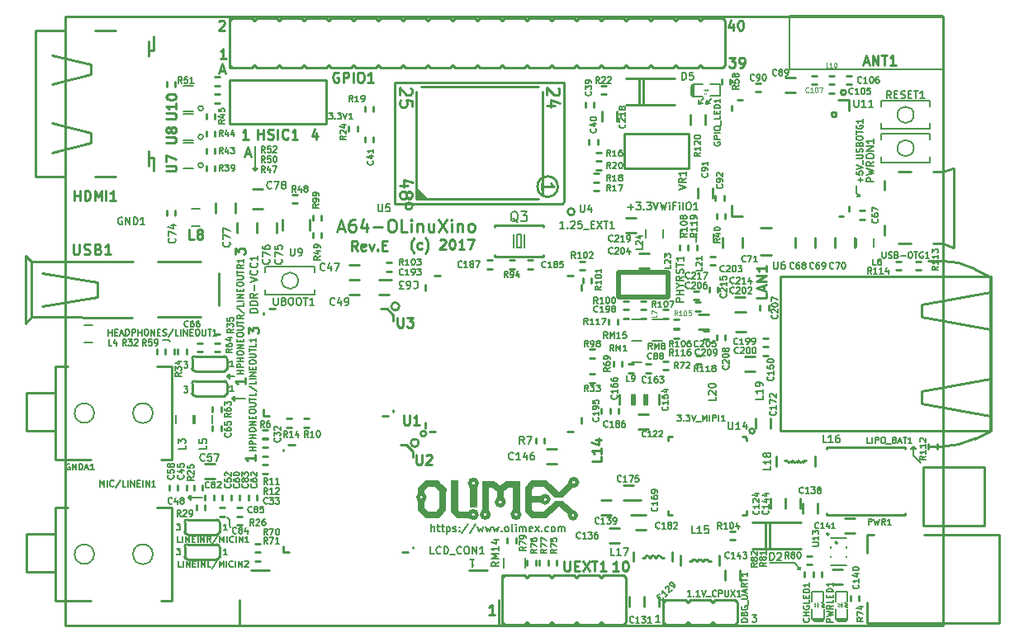
<source format=gbr>
%TF.GenerationSoftware,KiCad,Pcbnew,no-vcs-found-f3908bd~61~ubuntu16.04.1*%
%TF.CreationDate,2017-11-15T13:54:59+02:00*%
%TF.ProjectId,A64-OlinuXino_Rev_E,4136342D4F6C696E7558696E6F5F5265,D*%
%TF.SameCoordinates,Original*%
%TF.FileFunction,Legend,Top*%
%TF.FilePolarity,Positive*%
%FSLAX46Y46*%
G04 Gerber Fmt 4.6, Leading zero omitted, Abs format (unit mm)*
G04 Created by KiCad (PCBNEW no-vcs-found-f3908bd~61~ubuntu16.04.1) date Wed Nov 15 13:54:59 2017*
%MOMM*%
%LPD*%
G01*
G04 APERTURE LIST*
%ADD10C,0.200000*%
%ADD11C,0.254000*%
%ADD12C,0.158750*%
%ADD13C,0.190500*%
%ADD14C,0.279400*%
%ADD15C,0.127000*%
%ADD16C,0.100000*%
%ADD17C,0.050000*%
%ADD18C,0.250000*%
%ADD19C,0.150000*%
%ADD20C,0.203200*%
%ADD21C,0.700000*%
%ADD22C,0.400000*%
%ADD23C,0.500000*%
%ADD24C,0.508000*%
%ADD25C,0.125000*%
%ADD26C,0.112500*%
G04 APERTURE END LIST*
D10*
X112903000Y-87122000D02*
X112649000Y-86868000D01*
X112903000Y-86614000D02*
X112903000Y-87122000D01*
X112649000Y-86868000D02*
X112903000Y-86614000D01*
X114046000Y-86868000D02*
X112649000Y-86868000D01*
X175133000Y-94234000D02*
X175387000Y-94234000D01*
X175387000Y-93980000D02*
X175133000Y-94234000D01*
X175387000Y-94234000D02*
X175387000Y-93980000D01*
X174752000Y-93599000D02*
X175387000Y-94234000D01*
X172212000Y-93599000D02*
X174752000Y-93599000D01*
D11*
X116495285Y-41861619D02*
X115914714Y-41861619D01*
X116205000Y-41861619D02*
X116205000Y-40845619D01*
X116108238Y-40990761D01*
X116011476Y-41087523D01*
X115914714Y-41135904D01*
D10*
X119761000Y-53086000D02*
X119507000Y-53340000D01*
X119253000Y-53086000D02*
X119761000Y-53086000D01*
X119507000Y-53340000D02*
X119253000Y-53086000D01*
X119507000Y-50800000D02*
X119507000Y-53340000D01*
D11*
X115836095Y-43095333D02*
X116319904Y-43095333D01*
X115739333Y-43385619D02*
X116078000Y-42369619D01*
X116416666Y-43385619D01*
X118503095Y-51604333D02*
X118986904Y-51604333D01*
X118406333Y-51894619D02*
X118745000Y-50878619D01*
X119083666Y-51894619D01*
D10*
X116840000Y-74676000D02*
X116840000Y-74168000D01*
X116586000Y-74422000D02*
X116840000Y-74676000D01*
X116586000Y-74422000D02*
X116840000Y-74168000D01*
X117348000Y-76962000D02*
X117348000Y-76454000D01*
X117094000Y-76708000D02*
X117348000Y-76962000D01*
X117094000Y-76708000D02*
X117348000Y-76454000D01*
X118491000Y-76708000D02*
X117094000Y-76708000D01*
X117348000Y-74422000D02*
X116586000Y-74422000D01*
D11*
X118823619Y-70061666D02*
X118823619Y-69432714D01*
X119210666Y-69771380D01*
X119210666Y-69626238D01*
X119259047Y-69529476D01*
X119307428Y-69481095D01*
X119404190Y-69432714D01*
X119646095Y-69432714D01*
X119742857Y-69481095D01*
X119791238Y-69529476D01*
X119839619Y-69626238D01*
X119839619Y-69916523D01*
X119791238Y-70013285D01*
X119742857Y-70061666D01*
X119458619Y-82513714D02*
X119458619Y-83094285D01*
X119458619Y-82804000D02*
X118442619Y-82804000D01*
X118587761Y-82900761D01*
X118684523Y-82997523D01*
X118732904Y-83094285D01*
X117426619Y-61933666D02*
X117426619Y-61304714D01*
X117813666Y-61643380D01*
X117813666Y-61498238D01*
X117862047Y-61401476D01*
X117910428Y-61353095D01*
X118007190Y-61304714D01*
X118249095Y-61304714D01*
X118345857Y-61353095D01*
X118394238Y-61401476D01*
X118442619Y-61498238D01*
X118442619Y-61788523D01*
X118394238Y-61885285D01*
X118345857Y-61933666D01*
X118442619Y-74639714D02*
X118442619Y-75220285D01*
X118442619Y-74930000D02*
X117426619Y-74930000D01*
X117571761Y-75026761D01*
X117668523Y-75123523D01*
X117716904Y-75220285D01*
D10*
X110617000Y-70739000D02*
X110744000Y-70866000D01*
X109982000Y-70739000D02*
X110617000Y-70739000D01*
X116840000Y-89154000D02*
X116586000Y-88900000D01*
X116840000Y-89789000D02*
X116840000Y-89154000D01*
X116967000Y-89916000D02*
X116840000Y-89789000D01*
D12*
X116640428Y-92743261D02*
X116277571Y-92743261D01*
X116459000Y-92743261D02*
X116459000Y-92108261D01*
X116398523Y-92198976D01*
X116338047Y-92259452D01*
X116277571Y-92289690D01*
X111421333Y-92108261D02*
X111814428Y-92108261D01*
X111602761Y-92350166D01*
X111693476Y-92350166D01*
X111753952Y-92380404D01*
X111784190Y-92410642D01*
X111814428Y-92471119D01*
X111814428Y-92622309D01*
X111784190Y-92682785D01*
X111753952Y-92713023D01*
X111693476Y-92743261D01*
X111512047Y-92743261D01*
X111451571Y-92713023D01*
X111421333Y-92682785D01*
X116640428Y-90203261D02*
X116277571Y-90203261D01*
X116459000Y-90203261D02*
X116459000Y-89568261D01*
X116398523Y-89658976D01*
X116338047Y-89719452D01*
X116277571Y-89749690D01*
X111421333Y-89568261D02*
X111814428Y-89568261D01*
X111602761Y-89810166D01*
X111693476Y-89810166D01*
X111753952Y-89840404D01*
X111784190Y-89870642D01*
X111814428Y-89931119D01*
X111814428Y-90082309D01*
X111784190Y-90142785D01*
X111753952Y-90173023D01*
X111693476Y-90203261D01*
X111512047Y-90203261D01*
X111451571Y-90173023D01*
X111421333Y-90142785D01*
X112183333Y-72931261D02*
X112576428Y-72931261D01*
X112364761Y-73173166D01*
X112455476Y-73173166D01*
X112515952Y-73203404D01*
X112546190Y-73233642D01*
X112576428Y-73294119D01*
X112576428Y-73445309D01*
X112546190Y-73505785D01*
X112515952Y-73536023D01*
X112455476Y-73566261D01*
X112274047Y-73566261D01*
X112213571Y-73536023D01*
X112183333Y-73505785D01*
X112183333Y-75471261D02*
X112576428Y-75471261D01*
X112364761Y-75713166D01*
X112455476Y-75713166D01*
X112515952Y-75743404D01*
X112546190Y-75773642D01*
X112576428Y-75834119D01*
X112576428Y-75985309D01*
X112546190Y-76045785D01*
X112515952Y-76076023D01*
X112455476Y-76106261D01*
X112274047Y-76106261D01*
X112213571Y-76076023D01*
X112183333Y-76045785D01*
X117275428Y-75979261D02*
X116912571Y-75979261D01*
X117094000Y-75979261D02*
X117094000Y-75344261D01*
X117033523Y-75434976D01*
X116973047Y-75495452D01*
X116912571Y-75525690D01*
X117275428Y-73439261D02*
X116912571Y-73439261D01*
X117094000Y-73439261D02*
X117094000Y-72804261D01*
X117033523Y-72894976D01*
X116973047Y-72955452D01*
X116912571Y-72985690D01*
D10*
X181483000Y-55753000D02*
X181483000Y-56007000D01*
X181229000Y-56007000D02*
X181483000Y-55753000D01*
X181483000Y-56007000D02*
X181229000Y-56007000D01*
X181102000Y-55626000D02*
X181483000Y-56007000D01*
X181102000Y-54864000D02*
X181102000Y-55626000D01*
D13*
X160999714Y-99658714D02*
X160564285Y-99658714D01*
X160782000Y-99658714D02*
X160782000Y-98896714D01*
X160709428Y-99005571D01*
X160636857Y-99078142D01*
X160564285Y-99114428D01*
X170434000Y-98896714D02*
X170905714Y-98896714D01*
X170651714Y-99187000D01*
X170760571Y-99187000D01*
X170833142Y-99223285D01*
X170869428Y-99259571D01*
X170905714Y-99332142D01*
X170905714Y-99513571D01*
X170869428Y-99586142D01*
X170833142Y-99622428D01*
X170760571Y-99658714D01*
X170542857Y-99658714D01*
X170470285Y-99622428D01*
X170434000Y-99586142D01*
D11*
X144054285Y-98884619D02*
X143473714Y-98884619D01*
X143764000Y-98884619D02*
X143764000Y-97868619D01*
X143667238Y-98013761D01*
X143570476Y-98110523D01*
X143473714Y-98158904D01*
X156778476Y-94439619D02*
X156197904Y-94439619D01*
X156488190Y-94439619D02*
X156488190Y-93423619D01*
X156391428Y-93568761D01*
X156294666Y-93665523D01*
X156197904Y-93713904D01*
X157407428Y-93423619D02*
X157504190Y-93423619D01*
X157600952Y-93472000D01*
X157649333Y-93520380D01*
X157697714Y-93617142D01*
X157746095Y-93810666D01*
X157746095Y-94052571D01*
X157697714Y-94246095D01*
X157649333Y-94342857D01*
X157600952Y-94391238D01*
X157504190Y-94439619D01*
X157407428Y-94439619D01*
X157310666Y-94391238D01*
X157262285Y-94342857D01*
X157213904Y-94246095D01*
X157165523Y-94052571D01*
X157165523Y-93810666D01*
X157213904Y-93617142D01*
X157262285Y-93520380D01*
X157310666Y-93472000D01*
X157407428Y-93423619D01*
D10*
X186944000Y-82550000D02*
X186944000Y-81788000D01*
X187198000Y-81915000D02*
X186944000Y-81661000D01*
X186690000Y-81915000D02*
X187198000Y-81915000D01*
X186944000Y-81661000D02*
X186690000Y-81915000D01*
X187706000Y-83312000D02*
X186944000Y-82550000D01*
D11*
X125796523Y-49439285D02*
X125796523Y-50116619D01*
X125554619Y-49052238D02*
X125312714Y-49777952D01*
X125941666Y-49777952D01*
X118781285Y-50116619D02*
X118200714Y-50116619D01*
X118491000Y-50116619D02*
X118491000Y-49100619D01*
X118394238Y-49245761D01*
X118297476Y-49342523D01*
X118200714Y-49390904D01*
X115787714Y-38021380D02*
X115836095Y-37973000D01*
X115932857Y-37924619D01*
X116174761Y-37924619D01*
X116271523Y-37973000D01*
X116319904Y-38021380D01*
X116368285Y-38118142D01*
X116368285Y-38214904D01*
X116319904Y-38360047D01*
X115739333Y-38940619D01*
X116368285Y-38940619D01*
X168087523Y-41734619D02*
X168716476Y-41734619D01*
X168377809Y-42121666D01*
X168522952Y-42121666D01*
X168619714Y-42170047D01*
X168668095Y-42218428D01*
X168716476Y-42315190D01*
X168716476Y-42557095D01*
X168668095Y-42653857D01*
X168619714Y-42702238D01*
X168522952Y-42750619D01*
X168232666Y-42750619D01*
X168135904Y-42702238D01*
X168087523Y-42653857D01*
X169200285Y-42750619D02*
X169393809Y-42750619D01*
X169490571Y-42702238D01*
X169538952Y-42653857D01*
X169635714Y-42508714D01*
X169684095Y-42315190D01*
X169684095Y-41928142D01*
X169635714Y-41831380D01*
X169587333Y-41783000D01*
X169490571Y-41734619D01*
X169297047Y-41734619D01*
X169200285Y-41783000D01*
X169151904Y-41831380D01*
X169103523Y-41928142D01*
X169103523Y-42170047D01*
X169151904Y-42266809D01*
X169200285Y-42315190D01*
X169297047Y-42363571D01*
X169490571Y-42363571D01*
X169587333Y-42315190D01*
X169635714Y-42266809D01*
X169684095Y-42170047D01*
X168492714Y-38263285D02*
X168492714Y-38940619D01*
X168250809Y-37876238D02*
X168008904Y-38601952D01*
X168637857Y-38601952D01*
X169218428Y-37924619D02*
X169315190Y-37924619D01*
X169411952Y-37973000D01*
X169460333Y-38021380D01*
X169508714Y-38118142D01*
X169557095Y-38311666D01*
X169557095Y-38553571D01*
X169508714Y-38747095D01*
X169460333Y-38843857D01*
X169411952Y-38892238D01*
X169315190Y-38940619D01*
X169218428Y-38940619D01*
X169121666Y-38892238D01*
X169073285Y-38843857D01*
X169024904Y-38747095D01*
X168976523Y-38553571D01*
X168976523Y-38311666D01*
X169024904Y-38118142D01*
X169073285Y-38021380D01*
X169121666Y-37973000D01*
X169218428Y-37924619D01*
D13*
X137559142Y-90387714D02*
X137559142Y-89625714D01*
X137885714Y-90387714D02*
X137885714Y-89988571D01*
X137849428Y-89916000D01*
X137776857Y-89879714D01*
X137668000Y-89879714D01*
X137595428Y-89916000D01*
X137559142Y-89952285D01*
X138139714Y-89879714D02*
X138430000Y-89879714D01*
X138248571Y-89625714D02*
X138248571Y-90278857D01*
X138284857Y-90351428D01*
X138357428Y-90387714D01*
X138430000Y-90387714D01*
X138575142Y-89879714D02*
X138865428Y-89879714D01*
X138684000Y-89625714D02*
X138684000Y-90278857D01*
X138720285Y-90351428D01*
X138792857Y-90387714D01*
X138865428Y-90387714D01*
X139119428Y-89879714D02*
X139119428Y-90641714D01*
X139119428Y-89916000D02*
X139192000Y-89879714D01*
X139337142Y-89879714D01*
X139409714Y-89916000D01*
X139446000Y-89952285D01*
X139482285Y-90024857D01*
X139482285Y-90242571D01*
X139446000Y-90315142D01*
X139409714Y-90351428D01*
X139337142Y-90387714D01*
X139192000Y-90387714D01*
X139119428Y-90351428D01*
X139772571Y-90351428D02*
X139845142Y-90387714D01*
X139990285Y-90387714D01*
X140062857Y-90351428D01*
X140099142Y-90278857D01*
X140099142Y-90242571D01*
X140062857Y-90170000D01*
X139990285Y-90133714D01*
X139881428Y-90133714D01*
X139808857Y-90097428D01*
X139772571Y-90024857D01*
X139772571Y-89988571D01*
X139808857Y-89916000D01*
X139881428Y-89879714D01*
X139990285Y-89879714D01*
X140062857Y-89916000D01*
X140425714Y-90315142D02*
X140462000Y-90351428D01*
X140425714Y-90387714D01*
X140389428Y-90351428D01*
X140425714Y-90315142D01*
X140425714Y-90387714D01*
X140425714Y-89916000D02*
X140462000Y-89952285D01*
X140425714Y-89988571D01*
X140389428Y-89952285D01*
X140425714Y-89916000D01*
X140425714Y-89988571D01*
X141332857Y-89589428D02*
X140679714Y-90569142D01*
X142131142Y-89589428D02*
X141478000Y-90569142D01*
X142312571Y-89879714D02*
X142457714Y-90387714D01*
X142602857Y-90024857D01*
X142748000Y-90387714D01*
X142893142Y-89879714D01*
X143110857Y-89879714D02*
X143256000Y-90387714D01*
X143401142Y-90024857D01*
X143546285Y-90387714D01*
X143691428Y-89879714D01*
X143909142Y-89879714D02*
X144054285Y-90387714D01*
X144199428Y-90024857D01*
X144344571Y-90387714D01*
X144489714Y-89879714D01*
X144780000Y-90315142D02*
X144816285Y-90351428D01*
X144780000Y-90387714D01*
X144743714Y-90351428D01*
X144780000Y-90315142D01*
X144780000Y-90387714D01*
X145251714Y-90387714D02*
X145179142Y-90351428D01*
X145142857Y-90315142D01*
X145106571Y-90242571D01*
X145106571Y-90024857D01*
X145142857Y-89952285D01*
X145179142Y-89916000D01*
X145251714Y-89879714D01*
X145360571Y-89879714D01*
X145433142Y-89916000D01*
X145469428Y-89952285D01*
X145505714Y-90024857D01*
X145505714Y-90242571D01*
X145469428Y-90315142D01*
X145433142Y-90351428D01*
X145360571Y-90387714D01*
X145251714Y-90387714D01*
X145941142Y-90387714D02*
X145868571Y-90351428D01*
X145832285Y-90278857D01*
X145832285Y-89625714D01*
X146231428Y-90387714D02*
X146231428Y-89879714D01*
X146231428Y-89625714D02*
X146195142Y-89662000D01*
X146231428Y-89698285D01*
X146267714Y-89662000D01*
X146231428Y-89625714D01*
X146231428Y-89698285D01*
X146594285Y-90387714D02*
X146594285Y-89879714D01*
X146594285Y-89952285D02*
X146630571Y-89916000D01*
X146703142Y-89879714D01*
X146812000Y-89879714D01*
X146884571Y-89916000D01*
X146920857Y-89988571D01*
X146920857Y-90387714D01*
X146920857Y-89988571D02*
X146957142Y-89916000D01*
X147029714Y-89879714D01*
X147138571Y-89879714D01*
X147211142Y-89916000D01*
X147247428Y-89988571D01*
X147247428Y-90387714D01*
X147900571Y-90351428D02*
X147828000Y-90387714D01*
X147682857Y-90387714D01*
X147610285Y-90351428D01*
X147574000Y-90278857D01*
X147574000Y-89988571D01*
X147610285Y-89916000D01*
X147682857Y-89879714D01*
X147828000Y-89879714D01*
X147900571Y-89916000D01*
X147936857Y-89988571D01*
X147936857Y-90061142D01*
X147574000Y-90133714D01*
X148190857Y-90387714D02*
X148590000Y-89879714D01*
X148190857Y-89879714D02*
X148590000Y-90387714D01*
X148880285Y-90315142D02*
X148916571Y-90351428D01*
X148880285Y-90387714D01*
X148844000Y-90351428D01*
X148880285Y-90315142D01*
X148880285Y-90387714D01*
X149569714Y-90351428D02*
X149497142Y-90387714D01*
X149352000Y-90387714D01*
X149279428Y-90351428D01*
X149243142Y-90315142D01*
X149206857Y-90242571D01*
X149206857Y-90024857D01*
X149243142Y-89952285D01*
X149279428Y-89916000D01*
X149352000Y-89879714D01*
X149497142Y-89879714D01*
X149569714Y-89916000D01*
X150005142Y-90387714D02*
X149932571Y-90351428D01*
X149896285Y-90315142D01*
X149860000Y-90242571D01*
X149860000Y-90024857D01*
X149896285Y-89952285D01*
X149932571Y-89916000D01*
X150005142Y-89879714D01*
X150114000Y-89879714D01*
X150186571Y-89916000D01*
X150222857Y-89952285D01*
X150259142Y-90024857D01*
X150259142Y-90242571D01*
X150222857Y-90315142D01*
X150186571Y-90351428D01*
X150114000Y-90387714D01*
X150005142Y-90387714D01*
X150585714Y-90387714D02*
X150585714Y-89879714D01*
X150585714Y-89952285D02*
X150622000Y-89916000D01*
X150694571Y-89879714D01*
X150803428Y-89879714D01*
X150876000Y-89916000D01*
X150912285Y-89988571D01*
X150912285Y-90387714D01*
X150912285Y-89988571D02*
X150948571Y-89916000D01*
X151021142Y-89879714D01*
X151130000Y-89879714D01*
X151202571Y-89916000D01*
X151238857Y-89988571D01*
X151238857Y-90387714D01*
D11*
X135781142Y-61806666D02*
X135732761Y-61758285D01*
X135636000Y-61613142D01*
X135587619Y-61516380D01*
X135539238Y-61371238D01*
X135490857Y-61129333D01*
X135490857Y-60935809D01*
X135539238Y-60693904D01*
X135587619Y-60548761D01*
X135636000Y-60452000D01*
X135732761Y-60306857D01*
X135781142Y-60258476D01*
X136603619Y-61371238D02*
X136506857Y-61419619D01*
X136313333Y-61419619D01*
X136216571Y-61371238D01*
X136168190Y-61322857D01*
X136119809Y-61226095D01*
X136119809Y-60935809D01*
X136168190Y-60839047D01*
X136216571Y-60790666D01*
X136313333Y-60742285D01*
X136506857Y-60742285D01*
X136603619Y-60790666D01*
X136942285Y-61806666D02*
X136990666Y-61758285D01*
X137087428Y-61613142D01*
X137135809Y-61516380D01*
X137184190Y-61371238D01*
X137232571Y-61129333D01*
X137232571Y-60935809D01*
X137184190Y-60693904D01*
X137135809Y-60548761D01*
X137087428Y-60452000D01*
X136990666Y-60306857D01*
X136942285Y-60258476D01*
X138442095Y-60500380D02*
X138490476Y-60452000D01*
X138587238Y-60403619D01*
X138829142Y-60403619D01*
X138925904Y-60452000D01*
X138974285Y-60500380D01*
X139022666Y-60597142D01*
X139022666Y-60693904D01*
X138974285Y-60839047D01*
X138393714Y-61419619D01*
X139022666Y-61419619D01*
X139651619Y-60403619D02*
X139748380Y-60403619D01*
X139845142Y-60452000D01*
X139893523Y-60500380D01*
X139941904Y-60597142D01*
X139990285Y-60790666D01*
X139990285Y-61032571D01*
X139941904Y-61226095D01*
X139893523Y-61322857D01*
X139845142Y-61371238D01*
X139748380Y-61419619D01*
X139651619Y-61419619D01*
X139554857Y-61371238D01*
X139506476Y-61322857D01*
X139458095Y-61226095D01*
X139409714Y-61032571D01*
X139409714Y-60790666D01*
X139458095Y-60597142D01*
X139506476Y-60500380D01*
X139554857Y-60452000D01*
X139651619Y-60403619D01*
X140957904Y-61419619D02*
X140377333Y-61419619D01*
X140667619Y-61419619D02*
X140667619Y-60403619D01*
X140570857Y-60548761D01*
X140474095Y-60645523D01*
X140377333Y-60693904D01*
X141296571Y-60403619D02*
X141973904Y-60403619D01*
X141538476Y-61419619D01*
X129981476Y-61546619D02*
X129642809Y-61062809D01*
X129400904Y-61546619D02*
X129400904Y-60530619D01*
X129787952Y-60530619D01*
X129884714Y-60579000D01*
X129933095Y-60627380D01*
X129981476Y-60724142D01*
X129981476Y-60869285D01*
X129933095Y-60966047D01*
X129884714Y-61014428D01*
X129787952Y-61062809D01*
X129400904Y-61062809D01*
X130803952Y-61498238D02*
X130707190Y-61546619D01*
X130513666Y-61546619D01*
X130416904Y-61498238D01*
X130368523Y-61401476D01*
X130368523Y-61014428D01*
X130416904Y-60917666D01*
X130513666Y-60869285D01*
X130707190Y-60869285D01*
X130803952Y-60917666D01*
X130852333Y-61014428D01*
X130852333Y-61111190D01*
X130368523Y-61207952D01*
X131191000Y-60869285D02*
X131432904Y-61546619D01*
X131674809Y-60869285D01*
X132061857Y-61449857D02*
X132110238Y-61498238D01*
X132061857Y-61546619D01*
X132013476Y-61498238D01*
X132061857Y-61449857D01*
X132061857Y-61546619D01*
X132545666Y-61014428D02*
X132884333Y-61014428D01*
X133029476Y-61546619D02*
X132545666Y-61546619D01*
X132545666Y-60530619D01*
X133029476Y-60530619D01*
D14*
X128016000Y-59266666D02*
X128620761Y-59266666D01*
X127895047Y-59629523D02*
X128318380Y-58359523D01*
X128741714Y-59629523D01*
X129709333Y-58359523D02*
X129467428Y-58359523D01*
X129346476Y-58420000D01*
X129286000Y-58480476D01*
X129165047Y-58661904D01*
X129104571Y-58903809D01*
X129104571Y-59387619D01*
X129165047Y-59508571D01*
X129225523Y-59569047D01*
X129346476Y-59629523D01*
X129588380Y-59629523D01*
X129709333Y-59569047D01*
X129769809Y-59508571D01*
X129830285Y-59387619D01*
X129830285Y-59085238D01*
X129769809Y-58964285D01*
X129709333Y-58903809D01*
X129588380Y-58843333D01*
X129346476Y-58843333D01*
X129225523Y-58903809D01*
X129165047Y-58964285D01*
X129104571Y-59085238D01*
X130918857Y-58782857D02*
X130918857Y-59629523D01*
X130616476Y-58299047D02*
X130314095Y-59206190D01*
X131100285Y-59206190D01*
X131584095Y-59145714D02*
X132551714Y-59145714D01*
X133398380Y-58359523D02*
X133640285Y-58359523D01*
X133761238Y-58420000D01*
X133882190Y-58540952D01*
X133942666Y-58782857D01*
X133942666Y-59206190D01*
X133882190Y-59448095D01*
X133761238Y-59569047D01*
X133640285Y-59629523D01*
X133398380Y-59629523D01*
X133277428Y-59569047D01*
X133156476Y-59448095D01*
X133096000Y-59206190D01*
X133096000Y-58782857D01*
X133156476Y-58540952D01*
X133277428Y-58420000D01*
X133398380Y-58359523D01*
X135091714Y-59629523D02*
X134486952Y-59629523D01*
X134486952Y-58359523D01*
X135515047Y-59629523D02*
X135515047Y-58782857D01*
X135515047Y-58359523D02*
X135454571Y-58420000D01*
X135515047Y-58480476D01*
X135575523Y-58420000D01*
X135515047Y-58359523D01*
X135515047Y-58480476D01*
X136119809Y-58782857D02*
X136119809Y-59629523D01*
X136119809Y-58903809D02*
X136180285Y-58843333D01*
X136301238Y-58782857D01*
X136482666Y-58782857D01*
X136603619Y-58843333D01*
X136664095Y-58964285D01*
X136664095Y-59629523D01*
X137813142Y-58782857D02*
X137813142Y-59629523D01*
X137268857Y-58782857D02*
X137268857Y-59448095D01*
X137329333Y-59569047D01*
X137450285Y-59629523D01*
X137631714Y-59629523D01*
X137752666Y-59569047D01*
X137813142Y-59508571D01*
X138296952Y-58359523D02*
X139143619Y-59629523D01*
X139143619Y-58359523D02*
X138296952Y-59629523D01*
X139627428Y-59629523D02*
X139627428Y-58782857D01*
X139627428Y-58359523D02*
X139566952Y-58420000D01*
X139627428Y-58480476D01*
X139687904Y-58420000D01*
X139627428Y-58359523D01*
X139627428Y-58480476D01*
X140232190Y-58782857D02*
X140232190Y-59629523D01*
X140232190Y-58903809D02*
X140292666Y-58843333D01*
X140413619Y-58782857D01*
X140595047Y-58782857D01*
X140716000Y-58843333D01*
X140776476Y-58964285D01*
X140776476Y-59629523D01*
X141562666Y-59629523D02*
X141441714Y-59569047D01*
X141381238Y-59508571D01*
X141320761Y-59387619D01*
X141320761Y-59024761D01*
X141381238Y-58903809D01*
X141441714Y-58843333D01*
X141562666Y-58782857D01*
X141744095Y-58782857D01*
X141865047Y-58843333D01*
X141925523Y-58903809D01*
X141986000Y-59024761D01*
X141986000Y-59387619D01*
X141925523Y-59508571D01*
X141865047Y-59569047D01*
X141744095Y-59629523D01*
X141562666Y-59629523D01*
D11*
X100000000Y-37500000D02*
X100000000Y-100000000D01*
X190000000Y-37500000D02*
X100000000Y-37500000D01*
X190000000Y-100000000D02*
X190000000Y-37500000D01*
X100000000Y-100000000D02*
X190000000Y-100000000D01*
D15*
%TO.C,RM1*%
X159097840Y-70800180D02*
X158102160Y-70800180D01*
X158102160Y-72999820D02*
X159097840Y-72999820D01*
%TO.C,RM15*%
X159097840Y-68600180D02*
X158102160Y-68600180D01*
X158102160Y-70799820D02*
X159097840Y-70799820D01*
D11*
%TO.C,R117*%
X156654500Y-68834000D02*
X156654500Y-68580000D01*
X156654500Y-68834000D02*
X156654500Y-69088000D01*
X155765500Y-68834000D02*
X155765500Y-69088000D01*
X155765500Y-68834000D02*
X155765500Y-68580000D01*
D15*
%TO.C,CHGLED1*%
X177571400Y-97688400D02*
X177800000Y-97866200D01*
X177800000Y-97866200D02*
X177774600Y-97764600D01*
X177800000Y-97866200D02*
X177698400Y-97866200D01*
X177749200Y-96520000D02*
X177749200Y-97536000D01*
X176580800Y-96520000D02*
X176580800Y-97536000D01*
X177749200Y-96520000D02*
X176580800Y-96520000D01*
X176580800Y-99314000D02*
X176580800Y-98298000D01*
X177800000Y-98298000D02*
X177800000Y-99314000D01*
D16*
X177165000Y-97657000D02*
X177165000Y-98177000D01*
X177275000Y-97827000D02*
X177055000Y-97827000D01*
X177275000Y-97827000D02*
X177175000Y-97937000D01*
X177055000Y-97827000D02*
X177155000Y-97927000D01*
X177275000Y-98017000D02*
X177055000Y-98017000D01*
D17*
X176919400Y-98094800D02*
X176809400Y-97964800D01*
X176810400Y-97963200D02*
X176820400Y-98043200D01*
X176810400Y-97963200D02*
X176890400Y-97963200D01*
X176810400Y-97747800D02*
X176890400Y-97747800D01*
X176810400Y-97747800D02*
X176820400Y-97827800D01*
X176940400Y-97887800D02*
X176830400Y-97757800D01*
D15*
X177800000Y-98145600D02*
X177698400Y-98145600D01*
X177800000Y-98145600D02*
X177774600Y-98044000D01*
X177571400Y-97967800D02*
X177800000Y-98145600D01*
D11*
X177736500Y-99326700D02*
X177609500Y-99479100D01*
X176644300Y-99326700D02*
X176771300Y-99466400D01*
X177609500Y-99479100D02*
X176784000Y-99479100D01*
X176682400Y-99314000D02*
X177723800Y-99314000D01*
D15*
%TO.C,PWRLED1*%
X179984400Y-97688400D02*
X180213000Y-97866200D01*
X180213000Y-97866200D02*
X180187600Y-97764600D01*
X180213000Y-97866200D02*
X180111400Y-97866200D01*
X180162200Y-96520000D02*
X180162200Y-97536000D01*
X178993800Y-96520000D02*
X178993800Y-97536000D01*
X180162200Y-96520000D02*
X178993800Y-96520000D01*
X178993800Y-99314000D02*
X178993800Y-98298000D01*
X180213000Y-98298000D02*
X180213000Y-99314000D01*
D16*
X179578000Y-97657000D02*
X179578000Y-98177000D01*
X179688000Y-97827000D02*
X179468000Y-97827000D01*
X179688000Y-97827000D02*
X179588000Y-97937000D01*
X179468000Y-97827000D02*
X179568000Y-97927000D01*
X179688000Y-98017000D02*
X179468000Y-98017000D01*
D17*
X179332400Y-98094800D02*
X179222400Y-97964800D01*
X179223400Y-97963200D02*
X179233400Y-98043200D01*
X179223400Y-97963200D02*
X179303400Y-97963200D01*
X179223400Y-97747800D02*
X179303400Y-97747800D01*
X179223400Y-97747800D02*
X179233400Y-97827800D01*
X179353400Y-97887800D02*
X179243400Y-97757800D01*
D15*
X180213000Y-98145600D02*
X180111400Y-98145600D01*
X180213000Y-98145600D02*
X180187600Y-98044000D01*
X179984400Y-97967800D02*
X180213000Y-98145600D01*
D11*
X180149500Y-99326700D02*
X180022500Y-99479100D01*
X179057300Y-99326700D02*
X179184300Y-99466400D01*
X180022500Y-99479100D02*
X179197000Y-99479100D01*
X179095400Y-99314000D02*
X180136800Y-99314000D01*
%TO.C,U5*%
X149000000Y-55750000D02*
X149000000Y-45250000D01*
X148500000Y-44750000D02*
X136500000Y-44750000D01*
X136500000Y-44750000D02*
X136500000Y-44750000D01*
X136000000Y-45250000D02*
X136000000Y-56250000D01*
X136000000Y-55500000D02*
X136750000Y-56250000D01*
X136000000Y-56250000D02*
X148500000Y-56250000D01*
X148500000Y-56250000D02*
X148500000Y-56250000D01*
X136000000Y-55750000D02*
X136500000Y-56250000D01*
X136000000Y-56000000D02*
X136250000Y-56250000D01*
X136000000Y-55250000D02*
X137000000Y-56250000D01*
X135603553Y-57000000D02*
G75*
G03X135603553Y-57000000I-353553J0D01*
G01*
%TO.C,LAN1*%
X189851927Y-81660762D02*
G75*
G03X193250820Y-80855820I-9787J7619762D01*
G01*
X193242167Y-63411600D02*
G75*
G03X189842140Y-62611000I-3400027J-6819400D01*
G01*
X187833000Y-77216000D02*
X194818000Y-78486000D01*
X187833000Y-75946000D02*
X187833000Y-77216000D01*
X194818000Y-74676000D02*
X187833000Y-75946000D01*
X194818000Y-74676000D02*
X194818000Y-64262000D01*
X194818000Y-78486000D02*
X194818000Y-74676000D01*
X194818000Y-80010000D02*
X194818000Y-78486000D01*
X187833000Y-68326000D02*
X194818000Y-69596000D01*
X187833000Y-67056000D02*
X187833000Y-68326000D01*
X194818000Y-65786000D02*
X187833000Y-67056000D01*
X189842140Y-81661000D02*
X188468000Y-81661000D01*
X194945000Y-80010000D02*
X193250820Y-80855820D01*
X189842140Y-62611000D02*
X188468000Y-62611000D01*
X194945000Y-64262000D02*
X193250820Y-63416180D01*
X173355000Y-64236600D02*
X173355000Y-80035400D01*
X194945000Y-64236600D02*
X173355000Y-64236600D01*
X194945000Y-64262000D02*
X194945000Y-64236600D01*
X194945000Y-80010000D02*
X194945000Y-64262000D01*
X194945000Y-80035400D02*
X194945000Y-80010000D01*
X173355000Y-80035400D02*
X194945000Y-80035400D01*
%TO.C,USB-OTG1*%
X191021000Y-61214000D02*
X190005000Y-60833000D01*
X191021000Y-53086000D02*
X190005000Y-53467000D01*
X185492000Y-53450000D02*
X186692000Y-53450000D01*
X189992000Y-60850000D02*
X188992000Y-60850000D01*
X191092000Y-53086000D02*
X191092000Y-61214000D01*
X188992000Y-53450000D02*
X189992000Y-53450000D01*
X183992000Y-54350000D02*
X183992000Y-55350000D01*
X183992000Y-58950000D02*
X183992000Y-59950000D01*
X185492000Y-60850000D02*
X186692000Y-60850000D01*
X189992000Y-53450000D02*
X189992000Y-60850000D01*
%TO.C,U11*%
X180361000Y-46070000D02*
X180361000Y-47180000D01*
X180361000Y-46070000D02*
X179261000Y-46070000D01*
X168371000Y-58070000D02*
X169481000Y-58070000D01*
X168371000Y-58070000D02*
X168371000Y-56960000D01*
X179113488Y-47610000D02*
G75*
G03X179113488Y-47610000I-262488J0D01*
G01*
X180063488Y-45330000D02*
G75*
G03X180063488Y-45330000I-262488J0D01*
G01*
X168371000Y-46660000D02*
X168371000Y-47160000D01*
X169471000Y-46070000D02*
X168981000Y-46070000D01*
X179371000Y-58070000D02*
X179791000Y-58070000D01*
X180371000Y-56990000D02*
X180371000Y-57480000D01*
%TO.C,VR1*%
X157378400Y-49530000D02*
X163931600Y-49530000D01*
X157378400Y-53086000D02*
X163931600Y-53086000D01*
X163931600Y-49530000D02*
X163931600Y-53086000D01*
X157378400Y-49530000D02*
X157378400Y-53086000D01*
%TO.C,U1*%
X137032843Y-80350000D02*
G75*
G03X137032843Y-80350000I-282843J0D01*
G01*
X152060000Y-80150000D02*
X151480000Y-80150000D01*
X152950000Y-78670000D02*
X152950000Y-79250000D01*
X152050000Y-64150000D02*
X151470000Y-64150000D01*
X152950000Y-65050000D02*
X152950000Y-65630000D01*
X138430000Y-64150000D02*
X137850000Y-64150000D01*
X136950000Y-65050000D02*
X136950000Y-65630000D01*
X136950000Y-79170000D02*
X136950000Y-79750000D01*
X137930000Y-80150000D02*
X137350000Y-80150000D01*
D18*
%TO.C,U2*%
X136259609Y-81285000D02*
G75*
G03X136259609Y-81285000I-401609J0D01*
G01*
D11*
X135000000Y-81500000D02*
X135650000Y-82150000D01*
X134370000Y-81500000D02*
X135000000Y-81500000D01*
X122900000Y-81500000D02*
X123520000Y-81500000D01*
X122350000Y-82070000D02*
X122350000Y-81950000D01*
X122350000Y-92500000D02*
X122350000Y-91880000D01*
X135650000Y-82770000D02*
X135650000Y-82150000D01*
X122975000Y-92495000D02*
X122355000Y-92495000D01*
X135145000Y-92495000D02*
X134525000Y-92495000D01*
X135650000Y-92080000D02*
X135650000Y-91950000D01*
D18*
%TO.C,U3*%
X134259609Y-67285000D02*
G75*
G03X134259609Y-67285000I-401609J0D01*
G01*
D11*
X133000000Y-67500000D02*
X133650000Y-68150000D01*
X132370000Y-67500000D02*
X133000000Y-67500000D01*
X120900000Y-67500000D02*
X121520000Y-67500000D01*
X120350000Y-68070000D02*
X120350000Y-67950000D01*
X120350000Y-78500000D02*
X120350000Y-77880000D01*
X133650000Y-68770000D02*
X133650000Y-68150000D01*
X120975000Y-78495000D02*
X120355000Y-78495000D01*
X133145000Y-78495000D02*
X132525000Y-78495000D01*
X133650000Y-78080000D02*
X133650000Y-77950000D01*
%TO.C,HEADPHONES/LINEOUT1*%
X96005000Y-80080400D02*
X99015000Y-80080400D01*
X96005000Y-76140400D02*
X96005000Y-80080400D01*
X99015000Y-76140400D02*
X96005000Y-76140400D01*
D19*
X102982249Y-78232000D02*
G75*
G03X102982249Y-78232000I-1001249J0D01*
G01*
X109000727Y-78232000D02*
G75*
G03X109000727Y-78232000I-1019727J0D01*
G01*
D11*
X99034600Y-73431400D02*
X100291900Y-73431400D01*
X99034600Y-78232000D02*
X99034600Y-73431400D01*
X110972600Y-73444100D02*
X109410500Y-73444100D01*
X110985300Y-78244700D02*
X110972600Y-73444100D01*
X99034600Y-78232000D02*
X99034600Y-83032600D01*
X110972600Y-83019900D02*
X109816900Y-83019900D01*
X110985300Y-78232000D02*
X110972600Y-83019900D01*
X99021900Y-83019900D02*
X102654100Y-83019900D01*
%TO.C,MIC/LINEIN1*%
X96005000Y-94558400D02*
X99015000Y-94558400D01*
X96005000Y-90618400D02*
X96005000Y-94558400D01*
X99015000Y-90618400D02*
X96005000Y-90618400D01*
D19*
X102982249Y-92710000D02*
G75*
G03X102982249Y-92710000I-1001249J0D01*
G01*
X109000727Y-92710000D02*
G75*
G03X109000727Y-92710000I-1019727J0D01*
G01*
D11*
X99034600Y-87909400D02*
X100291900Y-87909400D01*
X99034600Y-92710000D02*
X99034600Y-87909400D01*
X110972600Y-87922100D02*
X109410500Y-87922100D01*
X110985300Y-92722700D02*
X110972600Y-87922100D01*
X99034600Y-92710000D02*
X99034600Y-97510600D01*
X110972600Y-97497900D02*
X109816900Y-97497900D01*
X110985300Y-92710000D02*
X110972600Y-97497900D01*
X99021900Y-97497900D02*
X102654100Y-97497900D01*
%TO.C,LCD_CON1*%
X119091000Y-94360000D02*
X119091000Y-94320000D01*
X117891000Y-100020000D02*
X117891000Y-97360000D01*
X144491000Y-100020000D02*
X117891000Y-100020000D01*
X144491000Y-97360000D02*
X144491000Y-100020000D01*
X143291000Y-94320000D02*
X143291000Y-94360000D01*
X141441000Y-94320000D02*
X143291000Y-94320000D01*
X119091000Y-94320000D02*
X120941000Y-94320000D01*
%TO.C,HDMI1*%
X102679500Y-42484040D02*
X98679000Y-41483280D01*
X102679500Y-43482260D02*
X102679500Y-42484040D01*
X98679000Y-44483020D02*
X102679500Y-43482260D01*
X102679500Y-50479960D02*
X98679000Y-51480720D01*
X102679500Y-49481740D02*
X102679500Y-50479960D01*
X98679000Y-48480980D02*
X102679500Y-49481740D01*
X109095540Y-40982900D02*
X109095540Y-39596060D01*
X108595160Y-40982900D02*
X109095540Y-40982900D01*
X109095540Y-51981100D02*
X108595160Y-51981100D01*
X109095540Y-53355240D02*
X109095540Y-51981100D01*
X103045260Y-38983920D02*
X105196640Y-38983920D01*
X96939100Y-38983920D02*
X99847400Y-38983920D01*
X96939100Y-53980080D02*
X96939100Y-38983920D01*
X99847400Y-53980080D02*
X96939100Y-53980080D01*
X105196640Y-53980080D02*
X103045260Y-53980080D01*
X108595160Y-51981100D02*
X108595160Y-52880260D01*
X108595160Y-51381660D02*
X108595160Y-51981100D01*
X108595160Y-40982900D02*
X108595160Y-41582340D01*
X108595160Y-40083740D02*
X108595160Y-40982900D01*
%TO.C,U14*%
X169859960Y-81046320D02*
X169859960Y-80845660D01*
X169859960Y-88643460D02*
X169859960Y-88244680D01*
X169461180Y-88643460D02*
X169859960Y-88643460D01*
X161864040Y-88643460D02*
X162262820Y-88643460D01*
X161864040Y-88244680D02*
X161864040Y-88643460D01*
X161864040Y-80647540D02*
X161864040Y-81046320D01*
X162262820Y-80647540D02*
X161864040Y-80647540D01*
X169661840Y-80647540D02*
X169461180Y-80647540D01*
X169859960Y-80845660D02*
X169661840Y-80647540D01*
X170688000Y-80073500D02*
G75*
G03X170688000Y-80073500I-254000J0D01*
G01*
%TO.C,L17*%
X161028527Y-92922724D02*
G75*
G03X160888680Y-92864940I-139847J-140336D01*
G01*
X160853516Y-92863702D02*
G75*
G03X160713420Y-92923360I2144J-199358D01*
G01*
X160429087Y-92922724D02*
G75*
G03X160289240Y-92864940I-139847J-140336D01*
G01*
X160256616Y-92863702D02*
G75*
G03X160116520Y-92923360I2144J-199358D01*
G01*
X159832187Y-92922724D02*
G75*
G03X159692340Y-92864940I-139847J-140336D01*
G01*
X159657176Y-92863702D02*
G75*
G03X159517080Y-92923360I2144J-199358D01*
G01*
X161173160Y-93063060D02*
X161373820Y-93063060D01*
X161030920Y-92923360D02*
X161173160Y-93063060D01*
X160855660Y-92864940D02*
X160888680Y-92864940D01*
X160573720Y-93063060D02*
X160713420Y-92923360D01*
X160431480Y-92923360D02*
X160573720Y-93063060D01*
X160258760Y-92864940D02*
X160289240Y-92864940D01*
X159974280Y-93063060D02*
X160116520Y-92923360D01*
X159834580Y-92923360D02*
X159974280Y-93063060D01*
X159659320Y-92864940D02*
X159692340Y-92864940D01*
X159374840Y-93063060D02*
X159517080Y-92923360D01*
X159174180Y-93063060D02*
X159374840Y-93063060D01*
X162272980Y-93461840D02*
X162272980Y-92466160D01*
X158275020Y-93461840D02*
X158275020Y-92466160D01*
%TO.C,L15*%
X165854527Y-93303724D02*
G75*
G03X165714680Y-93245940I-139847J-140336D01*
G01*
X165679516Y-93244702D02*
G75*
G03X165539420Y-93304360I2144J-199358D01*
G01*
X165255087Y-93303724D02*
G75*
G03X165115240Y-93245940I-139847J-140336D01*
G01*
X165082616Y-93244702D02*
G75*
G03X164942520Y-93304360I2144J-199358D01*
G01*
X164658187Y-93303724D02*
G75*
G03X164518340Y-93245940I-139847J-140336D01*
G01*
X164483176Y-93244702D02*
G75*
G03X164343080Y-93304360I2144J-199358D01*
G01*
X165999160Y-93444060D02*
X166199820Y-93444060D01*
X165856920Y-93304360D02*
X165999160Y-93444060D01*
X165681660Y-93245940D02*
X165714680Y-93245940D01*
X165399720Y-93444060D02*
X165539420Y-93304360D01*
X165257480Y-93304360D02*
X165399720Y-93444060D01*
X165084760Y-93245940D02*
X165115240Y-93245940D01*
X164800280Y-93444060D02*
X164942520Y-93304360D01*
X164660580Y-93304360D02*
X164800280Y-93444060D01*
X164485320Y-93245940D02*
X164518340Y-93245940D01*
X164200840Y-93444060D02*
X164343080Y-93304360D01*
X164000180Y-93444060D02*
X164200840Y-93444060D01*
X167098980Y-93842840D02*
X167098980Y-92847160D01*
X163101020Y-93842840D02*
X163101020Y-92847160D01*
%TO.C,L18*%
X174124473Y-83226276D02*
G75*
G03X174264320Y-83284060I139847J140336D01*
G01*
X174299484Y-83285298D02*
G75*
G03X174439580Y-83225640I-2144J199358D01*
G01*
X174723913Y-83226276D02*
G75*
G03X174863760Y-83284060I139847J140336D01*
G01*
X174896384Y-83285298D02*
G75*
G03X175036480Y-83225640I-2144J199358D01*
G01*
X175320813Y-83226276D02*
G75*
G03X175460660Y-83284060I139847J140336D01*
G01*
X175495824Y-83285298D02*
G75*
G03X175635920Y-83225640I-2144J199358D01*
G01*
X173979840Y-83085940D02*
X173779180Y-83085940D01*
X174122080Y-83225640D02*
X173979840Y-83085940D01*
X174297340Y-83284060D02*
X174264320Y-83284060D01*
X174579280Y-83085940D02*
X174439580Y-83225640D01*
X174721520Y-83225640D02*
X174579280Y-83085940D01*
X174894240Y-83284060D02*
X174863760Y-83284060D01*
X175178720Y-83085940D02*
X175036480Y-83225640D01*
X175318420Y-83225640D02*
X175178720Y-83085940D01*
X175493680Y-83284060D02*
X175460660Y-83284060D01*
X175778160Y-83085940D02*
X175635920Y-83225640D01*
X175978820Y-83085940D02*
X175778160Y-83085940D01*
X172880020Y-82687160D02*
X172880020Y-83682840D01*
X176877980Y-82687160D02*
X176877980Y-83682840D01*
%TO.C,L16*%
X186115960Y-88714580D02*
X186115960Y-88516460D01*
X178120040Y-88714580D02*
X186115960Y-88714580D01*
X178120040Y-88516460D02*
X178120040Y-88714580D01*
X178120040Y-81719420D02*
X178120040Y-81917540D01*
X186115960Y-81719420D02*
X178120040Y-81719420D01*
X186115960Y-81917540D02*
X186115960Y-81719420D01*
%TO.C,USB1*%
X95962000Y-62089620D02*
X95962000Y-69011120D01*
X96586840Y-62704300D02*
X96586840Y-68396440D01*
X95962000Y-62094700D02*
X96579220Y-62709380D01*
X96589380Y-68396440D02*
X95964540Y-69011120D01*
X103353400Y-66323800D02*
X97638400Y-67238200D01*
X103353400Y-64799800D02*
X103353400Y-66323800D01*
X97638400Y-63847300D02*
X103353400Y-64799800D01*
X115786700Y-63872700D02*
X115786700Y-67149300D01*
X113907100Y-62717000D02*
X109538300Y-62704300D01*
X113919800Y-68393900D02*
X109512900Y-68381200D01*
X106896700Y-68406600D02*
X96597000Y-68393900D01*
X106947500Y-62717000D02*
X96597000Y-62717000D01*
%TO.C,C187*%
X143510000Y-63436500D02*
X143764000Y-63436500D01*
X143510000Y-63436500D02*
X143256000Y-63436500D01*
X143510000Y-62547500D02*
X143256000Y-62547500D01*
X143510000Y-62547500D02*
X143764000Y-62547500D01*
%TO.C,C91*%
X164846000Y-55118000D02*
X164846000Y-56134000D01*
X166370000Y-55118000D02*
X166370000Y-56134000D01*
%TO.C,C32*%
X120500000Y-81744500D02*
X120754000Y-81744500D01*
X120500000Y-81744500D02*
X120246000Y-81744500D01*
X120500000Y-80855500D02*
X120246000Y-80855500D01*
X120500000Y-80855500D02*
X120754000Y-80855500D01*
%TO.C,C33*%
X120500000Y-83555500D02*
X120246000Y-83555500D01*
X120500000Y-83555500D02*
X120754000Y-83555500D01*
X120500000Y-84444500D02*
X120754000Y-84444500D01*
X120500000Y-84444500D02*
X120246000Y-84444500D01*
%TO.C,C39*%
X153352500Y-46609000D02*
X153352500Y-46863000D01*
X153352500Y-46609000D02*
X153352500Y-46355000D01*
X154241500Y-46609000D02*
X154241500Y-46355000D01*
X154241500Y-46609000D02*
X154241500Y-46863000D01*
%TO.C,C40*%
X153733500Y-50419000D02*
X153733500Y-50673000D01*
X153733500Y-50419000D02*
X153733500Y-50165000D01*
X154622500Y-50419000D02*
X154622500Y-50165000D01*
X154622500Y-50419000D02*
X154622500Y-50673000D01*
%TO.C,C41*%
X130746500Y-50165000D02*
X130746500Y-50419000D01*
X130746500Y-50165000D02*
X130746500Y-49911000D01*
X131635500Y-50165000D02*
X131635500Y-49911000D01*
X131635500Y-50165000D02*
X131635500Y-50419000D01*
%TO.C,C47*%
X130175000Y-64516000D02*
X129159000Y-64516000D01*
X130175000Y-62992000D02*
X129159000Y-62992000D01*
%TO.C,C48*%
X115252500Y-86868000D02*
X115252500Y-86614000D01*
X115252500Y-86868000D02*
X115252500Y-87122000D01*
X114363500Y-86868000D02*
X114363500Y-87122000D01*
X114363500Y-86868000D02*
X114363500Y-86614000D01*
%TO.C,C49*%
X129159000Y-66040000D02*
X130175000Y-66040000D01*
X129159000Y-64516000D02*
X130175000Y-64516000D01*
%TO.C,C52*%
X116141500Y-86868000D02*
X116141500Y-87122000D01*
X116141500Y-86868000D02*
X116141500Y-86614000D01*
X117030500Y-86868000D02*
X117030500Y-86614000D01*
X117030500Y-86868000D02*
X117030500Y-87122000D01*
%TO.C,C57*%
X115316000Y-83439000D02*
X114300000Y-83439000D01*
X115316000Y-84963000D02*
X114300000Y-84963000D01*
%TO.C,C58*%
X110680500Y-85852000D02*
X110680500Y-86106000D01*
X110680500Y-85852000D02*
X110680500Y-85598000D01*
X111569500Y-85852000D02*
X111569500Y-85598000D01*
X111569500Y-85852000D02*
X111569500Y-86106000D01*
%TO.C,C60*%
X117030500Y-86868000D02*
X117030500Y-87122000D01*
X117030500Y-86868000D02*
X117030500Y-86614000D01*
X117919500Y-86868000D02*
X117919500Y-86614000D01*
X117919500Y-86868000D02*
X117919500Y-87122000D01*
%TO.C,C62*%
X118808500Y-86868000D02*
X118808500Y-87122000D01*
X118808500Y-86868000D02*
X118808500Y-86614000D01*
X119697500Y-86868000D02*
X119697500Y-86614000D01*
X119697500Y-86868000D02*
X119697500Y-87122000D01*
%TO.C,C63*%
X133223000Y-64516000D02*
X132207000Y-64516000D01*
X133223000Y-66040000D02*
X132207000Y-66040000D01*
%TO.C,C65*%
X115125500Y-79756000D02*
X115125500Y-80010000D01*
X115125500Y-79756000D02*
X115125500Y-79502000D01*
X116014500Y-79756000D02*
X116014500Y-79502000D01*
X116014500Y-79756000D02*
X116014500Y-80010000D01*
%TO.C,C66*%
X113792000Y-71056500D02*
X113538000Y-71056500D01*
X113792000Y-71056500D02*
X114046000Y-71056500D01*
X113792000Y-71945500D02*
X114046000Y-71945500D01*
X113792000Y-71945500D02*
X113538000Y-71945500D01*
%TO.C,C67*%
X181737000Y-58356500D02*
X181991000Y-58356500D01*
X181737000Y-58356500D02*
X181483000Y-58356500D01*
X181737000Y-57467500D02*
X181483000Y-57467500D01*
X181737000Y-57467500D02*
X181991000Y-57467500D01*
%TO.C,C68*%
X174879000Y-60198000D02*
X174879000Y-61214000D01*
X176911000Y-60198000D02*
X176911000Y-61214000D01*
%TO.C,C69*%
X176911000Y-60198000D02*
X176911000Y-61214000D01*
X178943000Y-60198000D02*
X178943000Y-61214000D01*
%TO.C,C70*%
X178943000Y-60198000D02*
X178943000Y-61214000D01*
X180975000Y-60198000D02*
X180975000Y-61214000D01*
%TO.C,C71*%
X169418000Y-61214000D02*
X169418000Y-60198000D01*
X167386000Y-61214000D02*
X167386000Y-60198000D01*
%TO.C,C74*%
X110426500Y-57658000D02*
X110426500Y-57912000D01*
X110426500Y-57658000D02*
X110426500Y-57404000D01*
X111315500Y-57658000D02*
X111315500Y-57404000D01*
X111315500Y-57658000D02*
X111315500Y-57912000D01*
%TO.C,C75*%
X119634000Y-58674000D02*
X119634000Y-59690000D01*
X121666000Y-58674000D02*
X121666000Y-59690000D01*
%TO.C,C76*%
X117602000Y-58674000D02*
X117602000Y-59690000D01*
X119634000Y-58674000D02*
X119634000Y-59690000D01*
%TO.C,C77*%
X115443000Y-56642000D02*
X115443000Y-57658000D01*
X117475000Y-56642000D02*
X117475000Y-57658000D01*
%TO.C,C78*%
X120269000Y-55245000D02*
X119253000Y-55245000D01*
X120269000Y-57277000D02*
X119253000Y-57277000D01*
%TO.C,C89*%
X174879000Y-43815000D02*
X173863000Y-43815000D01*
X174879000Y-45339000D02*
X173863000Y-45339000D01*
%TO.C,C90*%
X171069000Y-45275500D02*
X170815000Y-45275500D01*
X171069000Y-45275500D02*
X171323000Y-45275500D01*
X171069000Y-44386500D02*
X171323000Y-44386500D01*
X171069000Y-44386500D02*
X170815000Y-44386500D01*
%TO.C,C92*%
X167576500Y-56134000D02*
X167576500Y-55880000D01*
X167576500Y-56134000D02*
X167576500Y-56388000D01*
X166687500Y-56134000D02*
X166687500Y-56388000D01*
X166687500Y-56134000D02*
X166687500Y-55880000D01*
%TO.C,C105*%
X178562000Y-44513500D02*
X178308000Y-44513500D01*
X178562000Y-44513500D02*
X178816000Y-44513500D01*
X178562000Y-45402500D02*
X178816000Y-45402500D01*
X178562000Y-45402500D02*
X178308000Y-45402500D01*
%TO.C,C106*%
X180340000Y-44513500D02*
X180594000Y-44513500D01*
X180340000Y-44513500D02*
X180086000Y-44513500D01*
X180340000Y-43624500D02*
X180086000Y-43624500D01*
X180340000Y-43624500D02*
X180594000Y-43624500D01*
%TO.C,C107*%
X176784000Y-43624500D02*
X176530000Y-43624500D01*
X176784000Y-43624500D02*
X177038000Y-43624500D01*
X176784000Y-44513500D02*
X177038000Y-44513500D01*
X176784000Y-44513500D02*
X176530000Y-44513500D01*
%TO.C,C122*%
X159766000Y-78359000D02*
X158750000Y-78359000D01*
X159766000Y-79883000D02*
X158750000Y-79883000D01*
%TO.C,C124*%
X172339000Y-86995000D02*
X172339000Y-88011000D01*
X173863000Y-86995000D02*
X173863000Y-88011000D01*
%TO.C,C129*%
X160909000Y-98044000D02*
X160909000Y-97028000D01*
X159385000Y-98044000D02*
X159385000Y-97028000D01*
%TO.C,C131*%
X159385000Y-98044000D02*
X159385000Y-97028000D01*
X157861000Y-98044000D02*
X157861000Y-97028000D01*
%TO.C,C136*%
X156845000Y-90043000D02*
X155829000Y-90043000D01*
X156845000Y-91567000D02*
X155829000Y-91567000D01*
%TO.C,C138*%
X175641000Y-87503000D02*
X175641000Y-88519000D01*
X177165000Y-87503000D02*
X177165000Y-88519000D01*
%TO.C,C139*%
X155956000Y-87122000D02*
X154940000Y-87122000D01*
X155956000Y-88646000D02*
X154940000Y-88646000D01*
%TO.C,C140*%
X178689000Y-95758000D02*
X179705000Y-95758000D01*
X178689000Y-94234000D02*
X179705000Y-94234000D01*
%TO.C,C141*%
X179959000Y-90551000D02*
X180975000Y-90551000D01*
X179959000Y-89027000D02*
X180975000Y-89027000D01*
%TO.C,C143*%
X169164000Y-95377000D02*
X169164000Y-94361000D01*
X167640000Y-95377000D02*
X167640000Y-94361000D01*
%TO.C,C144*%
X173863000Y-86995000D02*
X173863000Y-88011000D01*
X175387000Y-86995000D02*
X175387000Y-88011000D01*
%TO.C,C146*%
X149352000Y-83439000D02*
X150368000Y-83439000D01*
X149352000Y-81915000D02*
X150368000Y-81915000D01*
%TO.C,C150*%
X170688000Y-72390000D02*
X169672000Y-72390000D01*
X170688000Y-73914000D02*
X169672000Y-73914000D01*
%TO.C,C154*%
X160909000Y-77343000D02*
X160909000Y-76327000D01*
X159385000Y-77343000D02*
X159385000Y-76327000D01*
%TO.C,C163*%
X159639000Y-77343000D02*
X159639000Y-76327000D01*
X158115000Y-77343000D02*
X158115000Y-76327000D01*
%TO.C,C166*%
X158369000Y-77343000D02*
X158369000Y-76327000D01*
X156845000Y-77343000D02*
X156845000Y-76327000D01*
%TO.C,C169*%
X159004000Y-87122000D02*
X157988000Y-87122000D01*
X159004000Y-88646000D02*
X157988000Y-88646000D01*
%TO.C,C172*%
X170815000Y-78740000D02*
X170815000Y-79756000D01*
X172339000Y-78740000D02*
X172339000Y-79756000D01*
%TO.C,C175*%
X158242000Y-85598000D02*
X157226000Y-85598000D01*
X158242000Y-87122000D02*
X157226000Y-87122000D01*
%TO.C,C182*%
X158496000Y-90170000D02*
X159512000Y-90170000D01*
X158496000Y-88646000D02*
X159512000Y-88646000D01*
%TO.C,C185*%
X147701000Y-62547500D02*
X147447000Y-62547500D01*
X147701000Y-62547500D02*
X147955000Y-62547500D01*
X147701000Y-63436500D02*
X147955000Y-63436500D01*
X147701000Y-63436500D02*
X147447000Y-63436500D01*
%TO.C,C186*%
X156781500Y-77978000D02*
X156781500Y-77724000D01*
X156781500Y-77978000D02*
X156781500Y-78232000D01*
X155892500Y-77978000D02*
X155892500Y-78232000D01*
X155892500Y-77978000D02*
X155892500Y-77724000D01*
%TO.C,C193*%
X133223000Y-63690500D02*
X132969000Y-63690500D01*
X133223000Y-63690500D02*
X133477000Y-63690500D01*
X133223000Y-64579500D02*
X133477000Y-64579500D01*
X133223000Y-64579500D02*
X132969000Y-64579500D01*
%TO.C,C195*%
X155892500Y-77978000D02*
X155892500Y-77724000D01*
X155892500Y-77978000D02*
X155892500Y-78232000D01*
X155003500Y-77978000D02*
X155003500Y-78232000D01*
X155003500Y-77978000D02*
X155003500Y-77724000D01*
%TO.C,D2*%
X172284000Y-89455000D02*
X172284000Y-92155000D01*
X175474000Y-89455000D02*
X170474000Y-89455000D01*
X171844000Y-89455000D02*
X171844000Y-92155000D01*
X170474000Y-92155000D02*
X175474000Y-92155000D01*
D15*
%TO.C,L3*%
X111379000Y-78435200D02*
X111379000Y-79273400D01*
X113157000Y-78435200D02*
X113157000Y-79273400D01*
%TO.C,L4*%
X102793800Y-70993000D02*
X101955600Y-70993000D01*
X102793800Y-69215000D02*
X101955600Y-69215000D01*
%TO.C,L5*%
X113284000Y-78435200D02*
X113284000Y-79273400D01*
X115062000Y-78435200D02*
X115062000Y-79273400D01*
%TO.C,L6*%
X182880000Y-61137800D02*
X182880000Y-60299600D01*
X181102000Y-61137800D02*
X181102000Y-60299600D01*
%TO.C,L8*%
X113842800Y-57277000D02*
X113004600Y-57277000D01*
X113842800Y-59055000D02*
X113004600Y-59055000D01*
D11*
%TO.C,R18*%
X154432000Y-54546500D02*
X154686000Y-54546500D01*
X154432000Y-54546500D02*
X154178000Y-54546500D01*
X154432000Y-53657500D02*
X154178000Y-53657500D01*
X154432000Y-53657500D02*
X154686000Y-53657500D01*
%TO.C,R33*%
X154051000Y-75120500D02*
X154305000Y-75120500D01*
X154051000Y-75120500D02*
X153797000Y-75120500D01*
X154051000Y-74231500D02*
X153797000Y-74231500D01*
X154051000Y-74231500D02*
X154305000Y-74231500D01*
%TO.C,R39*%
X115379500Y-53086000D02*
X115379500Y-52832000D01*
X115379500Y-53086000D02*
X115379500Y-53340000D01*
X114490500Y-53086000D02*
X114490500Y-53340000D01*
X114490500Y-53086000D02*
X114490500Y-52832000D01*
%TO.C,R43*%
X114490500Y-51308000D02*
X114490500Y-51562000D01*
X114490500Y-51308000D02*
X114490500Y-51054000D01*
X115379500Y-51308000D02*
X115379500Y-51054000D01*
X115379500Y-51308000D02*
X115379500Y-51562000D01*
%TO.C,R44*%
X115379500Y-49530000D02*
X115379500Y-49276000D01*
X115379500Y-49530000D02*
X115379500Y-49784000D01*
X114490500Y-49530000D02*
X114490500Y-49784000D01*
X114490500Y-49530000D02*
X114490500Y-49276000D01*
%TO.C,R45*%
X114490500Y-47752000D02*
X114490500Y-48006000D01*
X114490500Y-47752000D02*
X114490500Y-47498000D01*
X115379500Y-47752000D02*
X115379500Y-47498000D01*
X115379500Y-47752000D02*
X115379500Y-48006000D01*
%TO.C,R98*%
X154051000Y-71691500D02*
X153797000Y-71691500D01*
X154051000Y-71691500D02*
X154305000Y-71691500D01*
X154051000Y-72580500D02*
X154305000Y-72580500D01*
X154051000Y-72580500D02*
X153797000Y-72580500D01*
%TO.C,U6*%
X171272200Y-61988700D02*
X172402500Y-61988700D01*
X171272200Y-59182000D02*
X172402500Y-59182000D01*
%TO.C,U9*%
X122288300Y-58369200D02*
X122288300Y-59499500D01*
X125095000Y-58369200D02*
X125095000Y-59499500D01*
D19*
%TO.C,U13*%
X178344133Y-90642440D02*
G75*
G03X178344133Y-90642440I-158053J0D01*
G01*
D20*
X180134260Y-93878400D02*
X178513740Y-93878400D01*
X178513740Y-91033600D02*
X180134260Y-91033600D01*
X178513740Y-92029280D02*
X178513740Y-91935300D01*
X178513740Y-92976700D02*
X178513740Y-92882720D01*
X180131720Y-92029280D02*
X180131720Y-91935300D01*
X180131720Y-92976700D02*
X180131720Y-92882720D01*
D19*
X179233133Y-91531440D02*
G75*
G03X179233133Y-91531440I-158053J0D01*
G01*
D11*
%TO.C,R40*%
X166814500Y-58039000D02*
X166814500Y-58293000D01*
X166814500Y-58039000D02*
X166814500Y-57785000D01*
X167703500Y-58039000D02*
X167703500Y-57785000D01*
X167703500Y-58039000D02*
X167703500Y-58293000D01*
%TO.C,R70*%
X119761000Y-92519500D02*
X120015000Y-92519500D01*
X119761000Y-92519500D02*
X119507000Y-92519500D01*
X119761000Y-91630500D02*
X119507000Y-91630500D01*
X119761000Y-91630500D02*
X120015000Y-91630500D01*
%TO.C,R71*%
X119761000Y-93408500D02*
X120015000Y-93408500D01*
X119761000Y-93408500D02*
X119507000Y-93408500D01*
X119761000Y-92519500D02*
X119507000Y-92519500D01*
X119761000Y-92519500D02*
X120015000Y-92519500D01*
%TO.C,R74*%
X180530500Y-97218500D02*
X180530500Y-96964500D01*
X180530500Y-97218500D02*
X180530500Y-97472500D01*
X181419500Y-97218500D02*
X181419500Y-97472500D01*
X181419500Y-97218500D02*
X181419500Y-96964500D01*
%TO.C,R82*%
X176720500Y-94742000D02*
X176720500Y-94488000D01*
X176720500Y-94742000D02*
X176720500Y-94996000D01*
X175831500Y-94742000D02*
X175831500Y-94996000D01*
X175831500Y-94742000D02*
X175831500Y-94488000D01*
%TO.C,R101*%
X153098500Y-64643000D02*
X153098500Y-64897000D01*
X153098500Y-64643000D02*
X153098500Y-64389000D01*
X153987500Y-64643000D02*
X153987500Y-64389000D01*
X153987500Y-64643000D02*
X153987500Y-64897000D01*
%TO.C,R102*%
X153035000Y-62674500D02*
X152781000Y-62674500D01*
X153035000Y-62674500D02*
X153289000Y-62674500D01*
X153035000Y-63563500D02*
X153289000Y-63563500D01*
X153035000Y-63563500D02*
X152781000Y-63563500D01*
%TO.C,R103*%
X133223000Y-62801500D02*
X132969000Y-62801500D01*
X133223000Y-62801500D02*
X133477000Y-62801500D01*
X133223000Y-63690500D02*
X133477000Y-63690500D01*
X133223000Y-63690500D02*
X132969000Y-63690500D01*
%TO.C,R104*%
X168402000Y-91249500D02*
X168656000Y-91249500D01*
X168402000Y-91249500D02*
X168148000Y-91249500D01*
X168402000Y-90360500D02*
X168148000Y-90360500D01*
X168402000Y-90360500D02*
X168656000Y-90360500D01*
%TO.C,R80*%
X176276000Y-92900500D02*
X176022000Y-92900500D01*
X176276000Y-92900500D02*
X176530000Y-92900500D01*
X176276000Y-93789500D02*
X176530000Y-93789500D01*
X176276000Y-93789500D02*
X176022000Y-93789500D01*
%TO.C,R81*%
X177609500Y-94742000D02*
X177609500Y-94488000D01*
X177609500Y-94742000D02*
X177609500Y-94996000D01*
X176720500Y-94742000D02*
X176720500Y-94996000D01*
X176720500Y-94742000D02*
X176720500Y-94488000D01*
%TO.C,R75*%
X150431500Y-93599000D02*
X150431500Y-93345000D01*
X150431500Y-93599000D02*
X150431500Y-93853000D01*
X149542500Y-93599000D02*
X149542500Y-93853000D01*
X149542500Y-93599000D02*
X149542500Y-93345000D01*
%TO.C,R76*%
X148272500Y-93599000D02*
X148272500Y-93345000D01*
X148272500Y-93599000D02*
X148272500Y-93853000D01*
X147383500Y-93599000D02*
X147383500Y-93853000D01*
X147383500Y-93599000D02*
X147383500Y-93345000D01*
%TO.C,R77*%
X149542500Y-93599000D02*
X149542500Y-93345000D01*
X149542500Y-93599000D02*
X149542500Y-93853000D01*
X148653500Y-93599000D02*
X148653500Y-93853000D01*
X148653500Y-93599000D02*
X148653500Y-93345000D01*
%TO.C,R79*%
X146240500Y-91313000D02*
X146240500Y-91059000D01*
X146240500Y-91313000D02*
X146240500Y-91567000D01*
X145351500Y-91313000D02*
X145351500Y-91567000D01*
X145351500Y-91313000D02*
X145351500Y-91059000D01*
%TO.C,R25*%
X113220500Y-85852000D02*
X113220500Y-86106000D01*
X113220500Y-85852000D02*
X113220500Y-85598000D01*
X114109500Y-85852000D02*
X114109500Y-85598000D01*
X114109500Y-85852000D02*
X114109500Y-86106000D01*
%TO.C,R26*%
X117856000Y-88836500D02*
X117602000Y-88836500D01*
X117856000Y-88836500D02*
X118110000Y-88836500D01*
X117856000Y-89725500D02*
X118110000Y-89725500D01*
X117856000Y-89725500D02*
X117602000Y-89725500D01*
%TO.C,R29*%
X113474500Y-87884000D02*
X113474500Y-88138000D01*
X113474500Y-87884000D02*
X113474500Y-87630000D01*
X114363500Y-87884000D02*
X114363500Y-87630000D01*
X114363500Y-87884000D02*
X114363500Y-88138000D01*
%TO.C,R32*%
X110299500Y-71882000D02*
X110299500Y-71628000D01*
X110299500Y-71882000D02*
X110299500Y-72136000D01*
X109410500Y-71882000D02*
X109410500Y-72136000D01*
X109410500Y-71882000D02*
X109410500Y-71628000D01*
%TO.C,R35*%
X115570000Y-70167500D02*
X115316000Y-70167500D01*
X115570000Y-70167500D02*
X115824000Y-70167500D01*
X115570000Y-71056500D02*
X115824000Y-71056500D01*
X115570000Y-71056500D02*
X115316000Y-71056500D01*
%TO.C,R48*%
X123571000Y-55816500D02*
X123317000Y-55816500D01*
X123571000Y-55816500D02*
X123825000Y-55816500D01*
X123571000Y-56705500D02*
X123825000Y-56705500D01*
X123571000Y-56705500D02*
X123317000Y-56705500D01*
%TO.C,R49*%
X126301500Y-59944000D02*
X126301500Y-59690000D01*
X126301500Y-59944000D02*
X126301500Y-60198000D01*
X125412500Y-59944000D02*
X125412500Y-60198000D01*
X125412500Y-59944000D02*
X125412500Y-59690000D01*
%TO.C,R47*%
X115570000Y-46418500D02*
X115824000Y-46418500D01*
X115570000Y-46418500D02*
X115316000Y-46418500D01*
X115570000Y-45529500D02*
X115316000Y-45529500D01*
X115570000Y-45529500D02*
X115824000Y-45529500D01*
%TO.C,R50*%
X115570000Y-45529500D02*
X115824000Y-45529500D01*
X115570000Y-45529500D02*
X115316000Y-45529500D01*
X115570000Y-44640500D02*
X115316000Y-44640500D01*
X115570000Y-44640500D02*
X115824000Y-44640500D01*
%TO.C,R51*%
X110426500Y-44450000D02*
X110426500Y-44704000D01*
X110426500Y-44450000D02*
X110426500Y-44196000D01*
X111315500Y-44450000D02*
X111315500Y-44196000D01*
X111315500Y-44450000D02*
X111315500Y-44704000D01*
%TO.C,R52*%
X115570000Y-43751500D02*
X115316000Y-43751500D01*
X115570000Y-43751500D02*
X115824000Y-43751500D01*
X115570000Y-44640500D02*
X115824000Y-44640500D01*
X115570000Y-44640500D02*
X115316000Y-44640500D01*
%TO.C,R16*%
X154686000Y-51498500D02*
X154432000Y-51498500D01*
X154686000Y-51498500D02*
X154940000Y-51498500D01*
X154686000Y-52387500D02*
X154940000Y-52387500D01*
X154686000Y-52387500D02*
X154432000Y-52387500D01*
%TO.C,R17*%
X154432000Y-54546500D02*
X154178000Y-54546500D01*
X154432000Y-54546500D02*
X154686000Y-54546500D01*
X154432000Y-55435500D02*
X154686000Y-55435500D01*
X154432000Y-55435500D02*
X154178000Y-55435500D01*
%TO.C,R19*%
X131635500Y-46990000D02*
X131635500Y-46736000D01*
X131635500Y-46990000D02*
X131635500Y-47244000D01*
X130746500Y-46990000D02*
X130746500Y-47244000D01*
X130746500Y-46990000D02*
X130746500Y-46736000D01*
%TO.C,R20*%
X154686000Y-52387500D02*
X154432000Y-52387500D01*
X154686000Y-52387500D02*
X154940000Y-52387500D01*
X154686000Y-53276500D02*
X154940000Y-53276500D01*
X154686000Y-53276500D02*
X154432000Y-53276500D01*
%TO.C,R22*%
X155194000Y-45529500D02*
X155448000Y-45529500D01*
X155194000Y-45529500D02*
X154940000Y-45529500D01*
X155194000Y-44640500D02*
X154940000Y-44640500D01*
X155194000Y-44640500D02*
X155448000Y-44640500D01*
%TO.C,R24*%
X129984500Y-49022000D02*
X129984500Y-48768000D01*
X129984500Y-49022000D02*
X129984500Y-49276000D01*
X129095500Y-49022000D02*
X129095500Y-49276000D01*
X129095500Y-49022000D02*
X129095500Y-48768000D01*
%TO.C,R7*%
X148272500Y-81026000D02*
X148272500Y-81280000D01*
X148272500Y-81026000D02*
X148272500Y-80772000D01*
X149161500Y-81026000D02*
X149161500Y-80772000D01*
X149161500Y-81026000D02*
X149161500Y-81280000D01*
%TO.C,R11*%
X120500000Y-82644500D02*
X120754000Y-82644500D01*
X120500000Y-82644500D02*
X120246000Y-82644500D01*
X120500000Y-81755500D02*
X120246000Y-81755500D01*
X120500000Y-81755500D02*
X120754000Y-81755500D01*
%TO.C,R12*%
X120500000Y-82655500D02*
X120246000Y-82655500D01*
X120500000Y-82655500D02*
X120754000Y-82655500D01*
X120500000Y-83544500D02*
X120754000Y-83544500D01*
X120500000Y-83544500D02*
X120246000Y-83544500D01*
%TO.C,R6*%
X120500000Y-79955500D02*
X120246000Y-79955500D01*
X120500000Y-79955500D02*
X120754000Y-79955500D01*
X120500000Y-80844500D02*
X120754000Y-80844500D01*
X120500000Y-80844500D02*
X120246000Y-80844500D01*
%TO.C,R10*%
X124714000Y-78803500D02*
X124460000Y-78803500D01*
X124714000Y-78803500D02*
X124968000Y-78803500D01*
X124714000Y-79692500D02*
X124968000Y-79692500D01*
X124714000Y-79692500D02*
X124460000Y-79692500D01*
%TO.C,R14*%
X122936000Y-79692500D02*
X123190000Y-79692500D01*
X122936000Y-79692500D02*
X122682000Y-79692500D01*
X122936000Y-78803500D02*
X122682000Y-78803500D01*
X122936000Y-78803500D02*
X123190000Y-78803500D01*
D16*
%TO.C,*%
X147942300Y-85166200D02*
X149313900Y-85166200D01*
X149313900Y-85166200D02*
X149364700Y-85166200D01*
X149364700Y-85166200D02*
X150622000Y-86410800D01*
X146418300Y-85280500D02*
X146519900Y-85280500D01*
X146570700Y-85217000D02*
X146570700Y-85204300D01*
X146570700Y-85204300D02*
X145275300Y-85204300D01*
X145275300Y-85204300D02*
X145249900Y-85204300D01*
X145249900Y-85204300D02*
X144627600Y-85699600D01*
X146570700Y-88226900D02*
X146570700Y-85217000D01*
X142913100Y-85267800D02*
X142836900Y-85267800D01*
X142760700Y-85204300D02*
X144005300Y-85204300D01*
X144005300Y-85204300D02*
X144589500Y-85686900D01*
X142760700Y-88201500D02*
X142760700Y-85217000D01*
X142024100Y-87795100D02*
X142113000Y-87795100D01*
X141681200Y-87795100D02*
X141617700Y-87795100D01*
X141541500Y-87858600D02*
X142151100Y-87858600D01*
X142151100Y-87858600D02*
X142176500Y-87858600D01*
X142176500Y-87858600D02*
X142176500Y-85839300D01*
X141541500Y-85839300D02*
X141541500Y-87858600D01*
X140042900Y-85229700D02*
X140157200Y-85229700D01*
X139915900Y-85153500D02*
X140220700Y-85153500D01*
X140220700Y-85153500D02*
X140220700Y-88188800D01*
X139738100Y-85242400D02*
X139674600Y-85229700D01*
X139623800Y-85153500D02*
X139611100Y-85153500D01*
X139611100Y-85153500D02*
X139598400Y-85153500D01*
X139598400Y-85153500D02*
X139598400Y-88303100D01*
X139903200Y-85153500D02*
X139623800Y-85153500D01*
D21*
X139903200Y-88226900D02*
X139903200Y-85496400D01*
X146240500Y-85509100D02*
X146240500Y-88112600D01*
X138125200Y-85496400D02*
X137121900Y-85496400D01*
X138747500Y-86106000D02*
X138747500Y-88036400D01*
X136525000Y-86144100D02*
X136525000Y-86385400D01*
X136525000Y-88112600D02*
X137109200Y-88684100D01*
X136537700Y-88125300D02*
X136537700Y-87363300D01*
X137096500Y-88684100D02*
X138137900Y-88684100D01*
D22*
X149584659Y-87071200D02*
G75*
G03X149584659Y-87071200I-359659J0D01*
G01*
D21*
X148717000Y-87071200D02*
X147497800Y-87071200D01*
D22*
X152518135Y-85331300D02*
G75*
G03X152518135Y-85331300I-359435J0D01*
G01*
D21*
X151790400Y-85686900D02*
X150926800Y-86580600D01*
D23*
X150368000Y-86677500D02*
X150926800Y-86677500D01*
D21*
X149250400Y-85496400D02*
X150342600Y-86563200D01*
X148028500Y-85496400D02*
X149250400Y-85496400D01*
X147497800Y-85979000D02*
X147980400Y-85471000D01*
X147497800Y-86004400D02*
X147497800Y-88239600D01*
X147497800Y-88239600D02*
X147929600Y-88671400D01*
X147929600Y-88671400D02*
X149250400Y-88671400D01*
X149250400Y-88671400D02*
X150393400Y-87553800D01*
D23*
X150393400Y-87452200D02*
X150926800Y-87452200D01*
D21*
X151739600Y-88366600D02*
X150901400Y-87553800D01*
D22*
X152399266Y-88722200D02*
G75*
G03X152399266Y-88722200I-329466J0D01*
G01*
X146603729Y-88633300D02*
G75*
G03X146603729Y-88633300I-363229J0D01*
G01*
D21*
X145338800Y-85521800D02*
X146227800Y-85521800D01*
D22*
X144998518Y-87350600D02*
G75*
G03X144998518Y-87350600I-370918J0D01*
G01*
D21*
X144703800Y-86029800D02*
X145338800Y-85521800D01*
X144627600Y-86817200D02*
X144627600Y-86106000D01*
X143916400Y-85521800D02*
X144526000Y-86029800D01*
X143078200Y-85521800D02*
X143916400Y-85521800D01*
X143078200Y-88112600D02*
X143078200Y-85521800D01*
D22*
X143450559Y-88620600D02*
G75*
G03X143450559Y-88620600I-359659J0D01*
G01*
X142245218Y-85420200D02*
G75*
G03X142245218Y-85420200I-373518J0D01*
G01*
D21*
X141859000Y-85953600D02*
X141859000Y-87553800D01*
D22*
X142225324Y-88646000D02*
G75*
G03X142225324Y-88646000I-366324J0D01*
G01*
D21*
X141346200Y-88671400D02*
X140360400Y-88671400D01*
X140360400Y-88671400D02*
X139903200Y-88214200D01*
X138734800Y-88074500D02*
X138176000Y-88658700D01*
X138125200Y-85509100D02*
X138760200Y-86118700D01*
X136525000Y-86093300D02*
X137033000Y-85585300D01*
D22*
X136875147Y-86868000D02*
G75*
G03X136875147Y-86868000I-337447J0D01*
G01*
D11*
%TO.C,R99*%
X125412500Y-58166000D02*
X125412500Y-58420000D01*
X125412500Y-58166000D02*
X125412500Y-57912000D01*
X126301500Y-58166000D02*
X126301500Y-57912000D01*
X126301500Y-58166000D02*
X126301500Y-58420000D01*
D15*
%TO.C,PWRON1*%
X187021738Y-51054000D02*
G75*
G03X187021738Y-51054000I-839738J0D01*
G01*
X188696600Y-50165000D02*
X188696600Y-49606200D01*
X188696600Y-52501800D02*
X188696600Y-51892200D01*
X183642000Y-50165000D02*
X183642000Y-49606200D01*
X183642000Y-52451000D02*
X183642000Y-51892200D01*
X188682000Y-49604000D02*
X183682000Y-49604000D01*
X188682000Y-52504000D02*
X183682000Y-52504000D01*
%TO.C,RESET1*%
X187021738Y-47625000D02*
G75*
G03X187021738Y-47625000I-839738J0D01*
G01*
X188696600Y-46736000D02*
X188696600Y-46177200D01*
X188696600Y-49072800D02*
X188696600Y-48463200D01*
X183642000Y-46736000D02*
X183642000Y-46177200D01*
X183642000Y-49022000D02*
X183642000Y-48463200D01*
X188682000Y-46175000D02*
X183682000Y-46175000D01*
X188682000Y-49075000D02*
X183682000Y-49075000D01*
%TO.C,UBOOT1*%
X123902738Y-64643000D02*
G75*
G03X123902738Y-64643000I-839738J0D01*
G01*
X120548400Y-65532000D02*
X120548400Y-66090800D01*
X120548400Y-63195200D02*
X120548400Y-63804800D01*
X125603000Y-65532000D02*
X125603000Y-66090800D01*
X125603000Y-63246000D02*
X125603000Y-63804800D01*
X120563000Y-66093000D02*
X125563000Y-66093000D01*
X120563000Y-63193000D02*
X125563000Y-63193000D01*
D11*
%TO.C,R34*%
X111569500Y-71882000D02*
X111569500Y-71628000D01*
X111569500Y-71882000D02*
X111569500Y-72136000D01*
X112458500Y-71882000D02*
X112458500Y-72136000D01*
X112458500Y-71882000D02*
X112458500Y-71628000D01*
%TO.C,R94*%
X145796000Y-63436500D02*
X145542000Y-63436500D01*
X145796000Y-63436500D02*
X146050000Y-63436500D01*
X145796000Y-62547500D02*
X146050000Y-62547500D01*
X145796000Y-62547500D02*
X145542000Y-62547500D01*
%TO.C,C202*%
X169799000Y-67818000D02*
X168783000Y-67818000D01*
X169799000Y-69850000D02*
X168783000Y-69850000D01*
%TO.C,C204*%
X158877000Y-63373000D02*
X159893000Y-63373000D01*
X158877000Y-61849000D02*
X159893000Y-61849000D01*
%TO.C,C205*%
X165989000Y-68072000D02*
X164973000Y-68072000D01*
X165989000Y-69596000D02*
X164973000Y-69596000D01*
%TO.C,C214*%
X168656000Y-67818000D02*
X169672000Y-67818000D01*
X168656000Y-66294000D02*
X169672000Y-66294000D01*
%TO.C,C218*%
X155067000Y-47244000D02*
X155067000Y-48260000D01*
X156591000Y-47244000D02*
X156591000Y-48260000D01*
%TO.C,C219*%
X158496000Y-58166000D02*
X157480000Y-58166000D01*
X158496000Y-59690000D02*
X157480000Y-59690000D01*
D15*
%TO.C,L21*%
X166497000Y-60629800D02*
X166497000Y-59791600D01*
X164719000Y-60629800D02*
X164719000Y-59791600D01*
%TO.C,L23*%
X163068000Y-60248800D02*
X163068000Y-59410600D01*
X161290000Y-60248800D02*
X161290000Y-59410600D01*
%TO.C,L24*%
X161290000Y-60248800D02*
X161290000Y-59410600D01*
X159512000Y-60248800D02*
X159512000Y-59410600D01*
D11*
%TO.C,R100*%
X157480000Y-66738500D02*
X157226000Y-66738500D01*
X157480000Y-66738500D02*
X157734000Y-66738500D01*
X157480000Y-67627500D02*
X157734000Y-67627500D01*
X157480000Y-67627500D02*
X157226000Y-67627500D01*
%TO.C,R105*%
X161544000Y-67627500D02*
X161290000Y-67627500D01*
X161544000Y-67627500D02*
X161798000Y-67627500D01*
X161544000Y-68516500D02*
X161798000Y-68516500D01*
X161544000Y-68516500D02*
X161290000Y-68516500D01*
%TO.C,R106*%
X162687000Y-69532500D02*
X162941000Y-69532500D01*
X162687000Y-69532500D02*
X162433000Y-69532500D01*
X162687000Y-68643500D02*
X162433000Y-68643500D01*
X162687000Y-68643500D02*
X162941000Y-68643500D01*
%TO.C,R107*%
X159258000Y-66738500D02*
X159004000Y-66738500D01*
X159258000Y-66738500D02*
X159512000Y-66738500D01*
X159258000Y-67627500D02*
X159512000Y-67627500D01*
X159258000Y-67627500D02*
X159004000Y-67627500D01*
%TO.C,R108*%
X163004500Y-61214000D02*
X163004500Y-61468000D01*
X163004500Y-61214000D02*
X163004500Y-60960000D01*
X163893500Y-61214000D02*
X163893500Y-60960000D01*
X163893500Y-61214000D02*
X163893500Y-61468000D01*
%TO.C,R112*%
X189420500Y-81661000D02*
X189420500Y-81407000D01*
X189420500Y-81661000D02*
X189420500Y-81915000D01*
X188531500Y-81661000D02*
X188531500Y-81915000D01*
X188531500Y-81661000D02*
X188531500Y-81407000D01*
%TO.C,R113*%
X187452000Y-63563500D02*
X187706000Y-63563500D01*
X187452000Y-63563500D02*
X187198000Y-63563500D01*
X187452000Y-62674500D02*
X187198000Y-62674500D01*
X187452000Y-62674500D02*
X187706000Y-62674500D01*
%TO.C,R114*%
X185420000Y-62674500D02*
X185166000Y-62674500D01*
X185420000Y-62674500D02*
X185674000Y-62674500D01*
X185420000Y-63563500D02*
X185674000Y-63563500D01*
X185420000Y-63563500D02*
X185166000Y-63563500D01*
%TO.C,R116*%
X162687000Y-69659500D02*
X162433000Y-69659500D01*
X162687000Y-69659500D02*
X162941000Y-69659500D01*
X162687000Y-70548500D02*
X162941000Y-70548500D01*
X162687000Y-70548500D02*
X162433000Y-70548500D01*
%TO.C,R118*%
X164973000Y-72326500D02*
X164719000Y-72326500D01*
X164973000Y-72326500D02*
X165227000Y-72326500D01*
X164973000Y-73215500D02*
X165227000Y-73215500D01*
X164973000Y-73215500D02*
X164719000Y-73215500D01*
%TO.C,R119*%
X163893500Y-61214000D02*
X163893500Y-61468000D01*
X163893500Y-61214000D02*
X163893500Y-60960000D01*
X164782500Y-61214000D02*
X164782500Y-60960000D01*
X164782500Y-61214000D02*
X164782500Y-61468000D01*
%TO.C,R120*%
X165608000Y-48641000D02*
X165608000Y-47625000D01*
X164084000Y-48641000D02*
X164084000Y-47625000D01*
%TO.C,C199*%
X171831000Y-70548500D02*
X171577000Y-70548500D01*
X171831000Y-70548500D02*
X172085000Y-70548500D01*
X171831000Y-71437500D02*
X172085000Y-71437500D01*
X171831000Y-71437500D02*
X171577000Y-71437500D01*
%TO.C,C200*%
X171831000Y-71437500D02*
X171577000Y-71437500D01*
X171831000Y-71437500D02*
X172085000Y-71437500D01*
X171831000Y-72326500D02*
X172085000Y-72326500D01*
X171831000Y-72326500D02*
X171577000Y-72326500D01*
%TO.C,C203*%
X166370000Y-63055500D02*
X166624000Y-63055500D01*
X166370000Y-63055500D02*
X166116000Y-63055500D01*
X166370000Y-62166500D02*
X166116000Y-62166500D01*
X166370000Y-62166500D02*
X166624000Y-62166500D01*
%TO.C,C206*%
X164846000Y-67754500D02*
X165100000Y-67754500D01*
X164846000Y-67754500D02*
X164592000Y-67754500D01*
X164846000Y-66865500D02*
X164592000Y-66865500D01*
X164846000Y-66865500D02*
X165100000Y-66865500D01*
%TO.C,C207*%
X172148500Y-67437000D02*
X172148500Y-67183000D01*
X172148500Y-67437000D02*
X172148500Y-67691000D01*
X171259500Y-67437000D02*
X171259500Y-67691000D01*
X171259500Y-67437000D02*
X171259500Y-67183000D01*
%TO.C,C208*%
X167703500Y-70485000D02*
X167703500Y-70231000D01*
X167703500Y-70485000D02*
X167703500Y-70739000D01*
X166814500Y-70485000D02*
X166814500Y-70739000D01*
X166814500Y-70485000D02*
X166814500Y-70231000D01*
%TO.C,C209*%
X165735000Y-70675500D02*
X165989000Y-70675500D01*
X165735000Y-70675500D02*
X165481000Y-70675500D01*
X165735000Y-69786500D02*
X165481000Y-69786500D01*
X165735000Y-69786500D02*
X165989000Y-69786500D01*
%TO.C,C215*%
X166052500Y-65532000D02*
X166052500Y-65786000D01*
X166052500Y-65532000D02*
X166052500Y-65278000D01*
X166941500Y-65532000D02*
X166941500Y-65278000D01*
X166941500Y-65532000D02*
X166941500Y-65786000D01*
%TO.C,C217*%
X164719000Y-66611500D02*
X164973000Y-66611500D01*
X164719000Y-66611500D02*
X164465000Y-66611500D01*
X164719000Y-65722500D02*
X164465000Y-65722500D01*
X164719000Y-65722500D02*
X164973000Y-65722500D01*
%TO.C,C198*%
X157480000Y-67627500D02*
X157226000Y-67627500D01*
X157480000Y-67627500D02*
X157734000Y-67627500D01*
X157480000Y-68516500D02*
X157734000Y-68516500D01*
X157480000Y-68516500D02*
X157226000Y-68516500D01*
%TO.C,D5*%
X159330000Y-43862000D02*
X159330000Y-46562000D01*
X162520000Y-43862000D02*
X157520000Y-43862000D01*
X158890000Y-43862000D02*
X158890000Y-46562000D01*
X157520000Y-46562000D02*
X162520000Y-46562000D01*
%TO.C,R58*%
X168211500Y-44196000D02*
X168211500Y-43942000D01*
X168211500Y-44196000D02*
X168211500Y-44450000D01*
X167322500Y-44196000D02*
X167322500Y-44450000D01*
X167322500Y-44196000D02*
X167322500Y-43942000D01*
%TO.C,R59*%
X111188500Y-71882000D02*
X111188500Y-71628000D01*
X111188500Y-71882000D02*
X111188500Y-72136000D01*
X110299500Y-71882000D02*
X110299500Y-72136000D01*
X110299500Y-71882000D02*
X110299500Y-71628000D01*
%TO.C,R63*%
X115125500Y-77851000D02*
X115125500Y-78105000D01*
X115125500Y-77851000D02*
X115125500Y-77597000D01*
X116014500Y-77851000D02*
X116014500Y-77597000D01*
X116014500Y-77851000D02*
X116014500Y-78105000D01*
%TO.C,R64*%
X115570000Y-71056500D02*
X115316000Y-71056500D01*
X115570000Y-71056500D02*
X115824000Y-71056500D01*
X115570000Y-71945500D02*
X115824000Y-71945500D01*
X115570000Y-71945500D02*
X115316000Y-71945500D01*
%TO.C,HSIC1*%
X116843000Y-44020000D02*
X126743000Y-44020000D01*
X116843000Y-48520000D02*
X126743000Y-48520000D01*
X116843000Y-48520000D02*
X116843000Y-44020000D01*
X126743000Y-48520000D02*
X126743000Y-44020000D01*
%TO.C,GPIO1*%
X147320000Y-42545000D02*
X147574000Y-42799000D01*
X147066000Y-42799000D02*
X147320000Y-42545000D01*
X144526000Y-42799000D02*
X142494000Y-42799000D01*
X144780000Y-42545000D02*
X144526000Y-42799000D01*
X145034000Y-42799000D02*
X144780000Y-42545000D01*
X147066000Y-42799000D02*
X145034000Y-42799000D01*
X142494000Y-42799000D02*
X142240000Y-42545000D01*
X142240000Y-37973000D02*
X142494000Y-37719000D01*
X149606000Y-42799000D02*
X147574000Y-42799000D01*
X149860000Y-42545000D02*
X149606000Y-42799000D01*
X152654000Y-42799000D02*
X152400000Y-42545000D01*
X152146000Y-42799000D02*
X150114000Y-42799000D01*
X152400000Y-42545000D02*
X152146000Y-42799000D01*
X152146000Y-37719000D02*
X152400000Y-37973000D01*
X150114000Y-37719000D02*
X152146000Y-37719000D01*
X149860000Y-37973000D02*
X150114000Y-37719000D01*
X149606000Y-37719000D02*
X149860000Y-37973000D01*
X147574000Y-37719000D02*
X149606000Y-37719000D01*
X147320000Y-37973000D02*
X147574000Y-37719000D01*
X147066000Y-37719000D02*
X147320000Y-37973000D01*
X145034000Y-37719000D02*
X147066000Y-37719000D01*
X144780000Y-37973000D02*
X145034000Y-37719000D01*
X144526000Y-37719000D02*
X144780000Y-37973000D01*
X142494000Y-37719000D02*
X144526000Y-37719000D01*
X152400000Y-37973000D02*
X152654000Y-37719000D01*
X152654000Y-37719000D02*
X154686000Y-37719000D01*
X157226000Y-37719000D02*
X157480000Y-37973000D01*
X154686000Y-42799000D02*
X152654000Y-42799000D01*
X150114000Y-42799000D02*
X149860000Y-42545000D01*
X157480000Y-42545000D02*
X157226000Y-42799000D01*
X155194000Y-37719000D02*
X157226000Y-37719000D01*
X154940000Y-37973000D02*
X155194000Y-37719000D01*
X157226000Y-42799000D02*
X155194000Y-42799000D01*
X154940000Y-42545000D02*
X154686000Y-42799000D01*
X155194000Y-42799000D02*
X154940000Y-42545000D01*
X154686000Y-37719000D02*
X154940000Y-37973000D01*
X157226000Y-37719000D02*
X157480000Y-37973000D01*
X157480000Y-42545000D02*
X157226000Y-42799000D01*
X157226000Y-42799000D02*
X155194000Y-42799000D01*
X155194000Y-37719000D02*
X157226000Y-37719000D01*
X154940000Y-37973000D02*
X155194000Y-37719000D01*
X155194000Y-42799000D02*
X154940000Y-42545000D01*
X160274000Y-42799000D02*
X160020000Y-42545000D01*
X160020000Y-37973000D02*
X160274000Y-37719000D01*
X160274000Y-37719000D02*
X162306000Y-37719000D01*
X162306000Y-42799000D02*
X160274000Y-42799000D01*
X162560000Y-42545000D02*
X162306000Y-42799000D01*
X162306000Y-37719000D02*
X162560000Y-37973000D01*
X159766000Y-37719000D02*
X160020000Y-37973000D01*
X160274000Y-42799000D02*
X160020000Y-42545000D01*
X160020000Y-42545000D02*
X159766000Y-42799000D01*
X162306000Y-42799000D02*
X160274000Y-42799000D01*
X160020000Y-37973000D02*
X160274000Y-37719000D01*
X160274000Y-37719000D02*
X162306000Y-37719000D01*
X162560000Y-42545000D02*
X162306000Y-42799000D01*
X159766000Y-42799000D02*
X157734000Y-42799000D01*
X162306000Y-37719000D02*
X162560000Y-37973000D01*
X157734000Y-37719000D02*
X159766000Y-37719000D01*
X157480000Y-37973000D02*
X157734000Y-37719000D01*
X157734000Y-42799000D02*
X157480000Y-42545000D01*
X162814000Y-42799000D02*
X162560000Y-42545000D01*
X162560000Y-37973000D02*
X162814000Y-37719000D01*
X162814000Y-37719000D02*
X164846000Y-37719000D01*
X167386000Y-37719000D02*
X167640000Y-37973000D01*
X164846000Y-42799000D02*
X162814000Y-42799000D01*
X167640000Y-42545000D02*
X167386000Y-42799000D01*
X167640000Y-40513000D02*
X167640000Y-42545000D01*
X165354000Y-37719000D02*
X167386000Y-37719000D01*
X165100000Y-37973000D02*
X165354000Y-37719000D01*
X167386000Y-42799000D02*
X165354000Y-42799000D01*
X165100000Y-42545000D02*
X164846000Y-42799000D01*
X165354000Y-42799000D02*
X165100000Y-42545000D01*
X164846000Y-37719000D02*
X165100000Y-37973000D01*
X167386000Y-37719000D02*
X167640000Y-37973000D01*
X167640000Y-42545000D02*
X167386000Y-42799000D01*
X167386000Y-42799000D02*
X165354000Y-42799000D01*
X165354000Y-37719000D02*
X167386000Y-37719000D01*
X165100000Y-37973000D02*
X165354000Y-37719000D01*
X165354000Y-42799000D02*
X165100000Y-42545000D01*
X167640000Y-37973000D02*
X167640000Y-40386000D01*
X116840000Y-37719000D02*
X116840000Y-40259000D01*
X139954000Y-42799000D02*
X139700000Y-42545000D01*
X139700000Y-37973000D02*
X139954000Y-37719000D01*
X139954000Y-37719000D02*
X141986000Y-37719000D01*
X141986000Y-42799000D02*
X139954000Y-42799000D01*
X142240000Y-42545000D02*
X141986000Y-42799000D01*
X141986000Y-37719000D02*
X142240000Y-37973000D01*
X139446000Y-37719000D02*
X139700000Y-37973000D01*
X139954000Y-42799000D02*
X139700000Y-42545000D01*
X139700000Y-42545000D02*
X139446000Y-42799000D01*
X141986000Y-42799000D02*
X139954000Y-42799000D01*
X139700000Y-37973000D02*
X139954000Y-37719000D01*
X139954000Y-37719000D02*
X141986000Y-37719000D01*
X142240000Y-42545000D02*
X141986000Y-42799000D01*
X139446000Y-42799000D02*
X137414000Y-42799000D01*
X141986000Y-37719000D02*
X142240000Y-37973000D01*
X137414000Y-37719000D02*
X139446000Y-37719000D01*
X137160000Y-37973000D02*
X137414000Y-37719000D01*
X137414000Y-42799000D02*
X137160000Y-42545000D01*
X132334000Y-42799000D02*
X132080000Y-42545000D01*
X132080000Y-37973000D02*
X132334000Y-37719000D01*
X132334000Y-37719000D02*
X134366000Y-37719000D01*
X136906000Y-37719000D02*
X137160000Y-37973000D01*
X134366000Y-42799000D02*
X132334000Y-42799000D01*
X137160000Y-42545000D02*
X136906000Y-42799000D01*
X134874000Y-37719000D02*
X136906000Y-37719000D01*
X134620000Y-37973000D02*
X134874000Y-37719000D01*
X136906000Y-42799000D02*
X134874000Y-42799000D01*
X134620000Y-42545000D02*
X134366000Y-42799000D01*
X134874000Y-42799000D02*
X134620000Y-42545000D01*
X134366000Y-37719000D02*
X134620000Y-37973000D01*
X136906000Y-37719000D02*
X137160000Y-37973000D01*
X137160000Y-42545000D02*
X136906000Y-42799000D01*
X136906000Y-42799000D02*
X134874000Y-42799000D01*
X134874000Y-37719000D02*
X136906000Y-37719000D01*
X134620000Y-37973000D02*
X134874000Y-37719000D01*
X134874000Y-42799000D02*
X134620000Y-42545000D01*
X129794000Y-42799000D02*
X129540000Y-42545000D01*
X129540000Y-37973000D02*
X129794000Y-37719000D01*
X129794000Y-37719000D02*
X131826000Y-37719000D01*
X131826000Y-42799000D02*
X129794000Y-42799000D01*
X132080000Y-42545000D02*
X131826000Y-42799000D01*
X131826000Y-37719000D02*
X132080000Y-37973000D01*
X129286000Y-37719000D02*
X129540000Y-37973000D01*
X129794000Y-42799000D02*
X129540000Y-42545000D01*
X129540000Y-42545000D02*
X129286000Y-42799000D01*
X131826000Y-42799000D02*
X129794000Y-42799000D01*
X129540000Y-37973000D02*
X129794000Y-37719000D01*
X129794000Y-37719000D02*
X131826000Y-37719000D01*
X132080000Y-42545000D02*
X131826000Y-42799000D01*
X124714000Y-42799000D02*
X124460000Y-42545000D01*
X129286000Y-42799000D02*
X127254000Y-42799000D01*
X131826000Y-37719000D02*
X132080000Y-37973000D01*
X127254000Y-37719000D02*
X129286000Y-37719000D01*
X127000000Y-37973000D02*
X127254000Y-37719000D01*
X116840000Y-37719000D02*
X117094000Y-37719000D01*
X117094000Y-37719000D02*
X119126000Y-37719000D01*
X119126000Y-37719000D02*
X119380000Y-37973000D01*
X119380000Y-37973000D02*
X119634000Y-37719000D01*
X119634000Y-37719000D02*
X121666000Y-37719000D01*
X121666000Y-37719000D02*
X121920000Y-37973000D01*
X121920000Y-37973000D02*
X122174000Y-37719000D01*
X122174000Y-37719000D02*
X124206000Y-37719000D01*
X124206000Y-37719000D02*
X124460000Y-37973000D01*
X124460000Y-37973000D02*
X124714000Y-37719000D01*
X124714000Y-37719000D02*
X126746000Y-37719000D01*
X126746000Y-37719000D02*
X127000000Y-37973000D01*
X127000000Y-42545000D02*
X126746000Y-42799000D01*
X126746000Y-42799000D02*
X124714000Y-42799000D01*
X127254000Y-42799000D02*
X127000000Y-42545000D01*
X124460000Y-42545000D02*
X124206000Y-42799000D01*
X124206000Y-42799000D02*
X122174000Y-42799000D01*
X116840000Y-37973000D02*
X117094000Y-37719000D01*
X117094000Y-42799000D02*
X116840000Y-42545000D01*
X117348000Y-42799000D02*
X116840000Y-42799000D01*
X121666000Y-42799000D02*
X119634000Y-42799000D01*
X119634000Y-42799000D02*
X119380000Y-42545000D01*
X119380000Y-42545000D02*
X119126000Y-42799000D01*
X119126000Y-42799000D02*
X117348000Y-42799000D01*
X121666000Y-42799000D02*
X121920000Y-42545000D01*
X121920000Y-42545000D02*
X122174000Y-42799000D01*
X116840000Y-40259000D02*
X116840000Y-42799000D01*
D18*
%TO.C,U4*%
X150526269Y-54991000D02*
G75*
G03X150526269Y-54991000I-1047269J0D01*
G01*
D11*
X133799580Y-44353480D02*
X151193500Y-44353480D01*
X151193500Y-44353480D02*
X151193500Y-56535320D01*
X151193500Y-56535320D02*
X150987760Y-56738520D01*
X150987760Y-56738520D02*
X133799580Y-56738520D01*
X133799580Y-56738520D02*
X133799580Y-44353480D01*
X152241486Y-57576720D02*
G75*
G03X152241486Y-57576720I-352026J0D01*
G01*
%TO.C,UEXT1*%
X157480000Y-95109000D02*
X157480000Y-99709000D01*
X144780000Y-94869000D02*
X144780000Y-97409000D01*
X157226000Y-94869000D02*
X157480000Y-95109000D01*
X157480000Y-99709000D02*
X157226000Y-99949000D01*
X152654000Y-99949000D02*
X152400000Y-99695000D01*
X157226000Y-99949000D02*
X155194000Y-99949000D01*
X155194000Y-94869000D02*
X157226000Y-94869000D01*
X154940000Y-95123000D02*
X155194000Y-94869000D01*
X144780000Y-94869000D02*
X145034000Y-94869000D01*
X145034000Y-94869000D02*
X147066000Y-94869000D01*
X147066000Y-94869000D02*
X147320000Y-95123000D01*
X147320000Y-95123000D02*
X147574000Y-94869000D01*
X147574000Y-94869000D02*
X149606000Y-94869000D01*
X149606000Y-94869000D02*
X149860000Y-95123000D01*
X149860000Y-95123000D02*
X150114000Y-94869000D01*
X150114000Y-94869000D02*
X152146000Y-94869000D01*
X152146000Y-94869000D02*
X152400000Y-95123000D01*
X152400000Y-95123000D02*
X152654000Y-94869000D01*
X152654000Y-94869000D02*
X154686000Y-94869000D01*
X154686000Y-94869000D02*
X154940000Y-95123000D01*
X154940000Y-99695000D02*
X154686000Y-99949000D01*
X154686000Y-99949000D02*
X152654000Y-99949000D01*
X155194000Y-99949000D02*
X154940000Y-99695000D01*
X152400000Y-99695000D02*
X152146000Y-99949000D01*
X152146000Y-99949000D02*
X150114000Y-99949000D01*
X144780000Y-95123000D02*
X145034000Y-94869000D01*
X145034000Y-99949000D02*
X144780000Y-99695000D01*
X145288000Y-99949000D02*
X144780000Y-99949000D01*
X149606000Y-99949000D02*
X147574000Y-99949000D01*
X147574000Y-99949000D02*
X147320000Y-99695000D01*
X147320000Y-99695000D02*
X147066000Y-99949000D01*
X147066000Y-99949000D02*
X145288000Y-99949000D01*
X149606000Y-99949000D02*
X149860000Y-99695000D01*
X149860000Y-99695000D02*
X150114000Y-99949000D01*
X144780000Y-97409000D02*
X144780000Y-99949000D01*
%TO.C,DBG_UART1*%
X161290000Y-97409000D02*
X161544000Y-97409000D01*
X161544000Y-97409000D02*
X163576000Y-97409000D01*
X163576000Y-97409000D02*
X163830000Y-97663000D01*
X163830000Y-97663000D02*
X164084000Y-97409000D01*
X164084000Y-97409000D02*
X166116000Y-97409000D01*
X166116000Y-97409000D02*
X166370000Y-97663000D01*
X166370000Y-97663000D02*
X166624000Y-97409000D01*
X166624000Y-97409000D02*
X168656000Y-97409000D01*
X168656000Y-97409000D02*
X168910000Y-97663000D01*
X168910000Y-97663000D02*
X168910000Y-99695000D01*
X168910000Y-99695000D02*
X168656000Y-99949000D01*
X168656000Y-99949000D02*
X166624000Y-99949000D01*
X161290000Y-97663000D02*
X161544000Y-97409000D01*
X161544000Y-99949000D02*
X161290000Y-99695000D01*
X161798000Y-99949000D02*
X161290000Y-99949000D01*
X166116000Y-99949000D02*
X164084000Y-99949000D01*
X164084000Y-99949000D02*
X163830000Y-99695000D01*
X163830000Y-99695000D02*
X163576000Y-99949000D01*
X163576000Y-99949000D02*
X161798000Y-99949000D01*
X166116000Y-99949000D02*
X166370000Y-99695000D01*
X166370000Y-99695000D02*
X166624000Y-99949000D01*
X161290000Y-97409000D02*
X161290000Y-99949000D01*
%TO.C,LIPO_BAT1*%
X187985400Y-89804240D02*
X187982860Y-83748880D01*
X187980320Y-89806780D02*
X194289680Y-89806780D01*
X194289680Y-89806780D02*
X194289680Y-83726020D01*
X194289680Y-83726020D02*
X187995560Y-83726020D01*
D24*
%TO.C,PHYRST1*%
X156718000Y-63754000D02*
X161798000Y-63754000D01*
X161798000Y-63754000D02*
X161798000Y-66294000D01*
X161798000Y-66294000D02*
X156718000Y-66294000D01*
X156718000Y-66294000D02*
X156718000Y-63754000D01*
D11*
%TO.C,C45*%
X111569500Y-85852000D02*
X111569500Y-86106000D01*
X111569500Y-85852000D02*
X111569500Y-85598000D01*
X112458500Y-85852000D02*
X112458500Y-85598000D01*
X112458500Y-85852000D02*
X112458500Y-86106000D01*
%TO.C,C82*%
X115252500Y-86868000D02*
X115252500Y-87122000D01*
X115252500Y-86868000D02*
X115252500Y-86614000D01*
X116141500Y-86868000D02*
X116141500Y-86614000D01*
X116141500Y-86868000D02*
X116141500Y-87122000D01*
%TO.C,C83*%
X117919500Y-86868000D02*
X117919500Y-87122000D01*
X117919500Y-86868000D02*
X117919500Y-86614000D01*
X118808500Y-86868000D02*
X118808500Y-86614000D01*
X118808500Y-86868000D02*
X118808500Y-87122000D01*
%TO.C,C84*%
X116078000Y-88836500D02*
X116332000Y-88836500D01*
X116078000Y-88836500D02*
X115824000Y-88836500D01*
X116078000Y-87947500D02*
X115824000Y-87947500D01*
X116078000Y-87947500D02*
X116332000Y-87947500D01*
%TO.C,C85*%
X117856000Y-87947500D02*
X117602000Y-87947500D01*
X117856000Y-87947500D02*
X118110000Y-87947500D01*
X117856000Y-88836500D02*
X118110000Y-88836500D01*
X117856000Y-88836500D02*
X117602000Y-88836500D01*
%TO.C,PWR1*%
X182245000Y-99776000D02*
X195745000Y-99776000D01*
X195745000Y-99776000D02*
X195745000Y-90724000D01*
X182245000Y-99776000D02*
X182245000Y-97678000D01*
X182245000Y-90723720D02*
X182245000Y-92582000D01*
X195745000Y-90724000D02*
X188045000Y-90724000D01*
X182245000Y-90724000D02*
X182945000Y-90724000D01*
%TO.C,LINEINL/MICIN2*%
X112522000Y-91694000D02*
G75*
G03X112268000Y-91948000I0J-254000D01*
G01*
X115824000Y-91948000D02*
G75*
G03X115570000Y-91694000I-254000J0D01*
G01*
X115570000Y-93218000D02*
G75*
G03X115824000Y-92964000I0J254000D01*
G01*
X112268000Y-92964000D02*
G75*
G03X112522000Y-93218000I254000J0D01*
G01*
X115570000Y-93218000D02*
X112522000Y-93218000D01*
X115824000Y-91948000D02*
X115824000Y-92964000D01*
X112268000Y-91948000D02*
X112268000Y-92964000D01*
X112522000Y-91694000D02*
X115570000Y-91694000D01*
%TO.C,LINEINR/MICIN1*%
X112522000Y-89154000D02*
X115570000Y-89154000D01*
X112268000Y-89408000D02*
X112268000Y-90424000D01*
X115824000Y-89408000D02*
X115824000Y-90424000D01*
X115570000Y-90678000D02*
X112522000Y-90678000D01*
X112268000Y-90424000D02*
G75*
G03X112522000Y-90678000I254000J0D01*
G01*
X115570000Y-90678000D02*
G75*
G03X115824000Y-90424000I0J254000D01*
G01*
X115824000Y-89408000D02*
G75*
G03X115570000Y-89154000I-254000J0D01*
G01*
X112522000Y-89154000D02*
G75*
G03X112268000Y-89408000I0J-254000D01*
G01*
%TO.C,HPHONEOUTL/LINEOUTL1*%
X113284000Y-74930000D02*
G75*
G03X113030000Y-75184000I0J-254000D01*
G01*
X116586000Y-75184000D02*
G75*
G03X116332000Y-74930000I-254000J0D01*
G01*
X116332000Y-76454000D02*
G75*
G03X116586000Y-76200000I0J254000D01*
G01*
X113030000Y-76200000D02*
G75*
G03X113284000Y-76454000I254000J0D01*
G01*
X116332000Y-76454000D02*
X113284000Y-76454000D01*
X116586000Y-75184000D02*
X116586000Y-76200000D01*
X113030000Y-75184000D02*
X113030000Y-76200000D01*
X113284000Y-74930000D02*
X116332000Y-74930000D01*
%TO.C,HPHONEOUTR/LINEOUTR1*%
X113284000Y-72390000D02*
X116332000Y-72390000D01*
X113030000Y-72644000D02*
X113030000Y-73660000D01*
X116586000Y-72644000D02*
X116586000Y-73660000D01*
X116332000Y-73914000D02*
X113284000Y-73914000D01*
X113030000Y-73660000D02*
G75*
G03X113284000Y-73914000I254000J0D01*
G01*
X116332000Y-73914000D02*
G75*
G03X116586000Y-73660000I0J254000D01*
G01*
X116586000Y-72644000D02*
G75*
G03X116332000Y-72390000I-254000J0D01*
G01*
X113284000Y-72390000D02*
G75*
G03X113030000Y-72644000I0J-254000D01*
G01*
%TO.C,GPIO_LED1*%
X164338000Y-44602400D02*
X164338000Y-45643800D01*
X164172900Y-45529500D02*
X164172900Y-44704000D01*
X164325300Y-44564300D02*
X164185600Y-44691300D01*
X164325300Y-45656500D02*
X164172900Y-45529500D01*
D19*
X165493700Y-45948600D02*
X164947600Y-46520100D01*
X164934900Y-46520100D02*
X165354000Y-46431200D01*
X164934900Y-46507400D02*
X164985700Y-46113700D01*
X165722300Y-46507400D02*
X165773100Y-46113700D01*
X165722300Y-46520100D02*
X166141400Y-46431200D01*
X166281100Y-45948600D02*
X165735000Y-46520100D01*
D17*
X165655000Y-45335000D02*
X165525000Y-45445000D01*
X165515000Y-45465000D02*
X165595000Y-45455000D01*
X165515000Y-45465000D02*
X165515000Y-45385000D01*
X165705000Y-45465000D02*
X165705000Y-45385000D01*
X165705000Y-45465000D02*
X165785000Y-45455000D01*
X165845000Y-45335000D02*
X165715000Y-45445000D01*
D16*
X165635000Y-45195000D02*
X165635000Y-44975000D01*
X165825000Y-44975000D02*
X165725000Y-45075000D01*
X165825000Y-45195000D02*
X165715000Y-45095000D01*
X165825000Y-45195000D02*
X165825000Y-44975000D01*
X165995000Y-45085000D02*
X165475000Y-45085000D01*
D15*
X165354000Y-45720000D02*
X164338000Y-45720000D01*
X164338000Y-44500800D02*
X165354000Y-44500800D01*
X167132000Y-45669200D02*
X167132000Y-44500800D01*
X167132000Y-44500800D02*
X166116000Y-44500800D01*
X167132000Y-45669200D02*
X166116000Y-45669200D01*
%TO.C,RM14*%
X144950180Y-93101160D02*
X144950180Y-94096840D01*
X147149820Y-94096840D02*
X147149820Y-93101160D01*
D20*
%TO.C,U7*%
X113146840Y-50492660D02*
X112151160Y-50492660D01*
X113146840Y-53139340D02*
X112151160Y-53139340D01*
X114173000Y-52806600D02*
G75*
G03X114173000Y-52806600I-254000J0D01*
G01*
%TO.C,U8*%
X114173000Y-49885600D02*
G75*
G03X114173000Y-49885600I-254000J0D01*
G01*
X113146840Y-50218340D02*
X112151160Y-50218340D01*
X113146840Y-47571660D02*
X112151160Y-47571660D01*
%TO.C,U10*%
X113146840Y-44650660D02*
X112151160Y-44650660D01*
X113146840Y-47297340D02*
X112151160Y-47297340D01*
X114173000Y-46964600D02*
G75*
G03X114173000Y-46964600I-254000J0D01*
G01*
D11*
%TO.C,Q3*%
X149057360Y-58981340D02*
X144058640Y-58981340D01*
X144058640Y-58981340D02*
X144058640Y-59131200D01*
X144058640Y-62026800D02*
X144058640Y-62176660D01*
X144058640Y-62176660D02*
X149057360Y-62176660D01*
X149057360Y-62176660D02*
X149057360Y-62026800D01*
X149057360Y-59131200D02*
X149057360Y-58981340D01*
D20*
X146756120Y-61277500D02*
X146756120Y-59880500D01*
X146756120Y-59880500D02*
X146359880Y-59880500D01*
X146359880Y-59880500D02*
X146359880Y-61277500D01*
X146359880Y-61277500D02*
X146756120Y-61277500D01*
X147132040Y-61277500D02*
X147132040Y-60579000D01*
X147132040Y-60579000D02*
X147132040Y-59880500D01*
X145983960Y-61277500D02*
X145983960Y-60579000D01*
X145983960Y-60579000D02*
X145983960Y-59880500D01*
D11*
%TO.C,C88*%
X159766000Y-74104500D02*
X160020000Y-74104500D01*
X159766000Y-74104500D02*
X159512000Y-74104500D01*
X159766000Y-73215500D02*
X159512000Y-73215500D01*
X159766000Y-73215500D02*
X160020000Y-73215500D01*
%TO.C,L7*%
X159258000Y-68516500D02*
X159004000Y-68516500D01*
X159258000Y-68516500D02*
X159512000Y-68516500D01*
X159258000Y-67627500D02*
X159512000Y-67627500D01*
X159258000Y-67627500D02*
X159004000Y-67627500D01*
%TO.C,L9*%
X157988000Y-74104500D02*
X158242000Y-74104500D01*
X157988000Y-74104500D02*
X157734000Y-74104500D01*
X157988000Y-73215500D02*
X157734000Y-73215500D01*
X157988000Y-73215500D02*
X158242000Y-73215500D01*
%TO.C,R69*%
X157099000Y-73152000D02*
X157099000Y-72898000D01*
X157099000Y-73152000D02*
X157099000Y-73406000D01*
X156210000Y-73152000D02*
X156210000Y-73406000D01*
X156210000Y-73152000D02*
X156210000Y-72898000D01*
%TO.C,R72*%
X161544000Y-73787000D02*
X161290000Y-73787000D01*
X161544000Y-73787000D02*
X161798000Y-73787000D01*
X161544000Y-72898000D02*
X161798000Y-72898000D01*
X161544000Y-72898000D02*
X161290000Y-72898000D01*
D15*
%TO.C,RM8*%
X161197840Y-68600180D02*
X160202160Y-68600180D01*
X160202160Y-70799820D02*
X161197840Y-70799820D01*
D11*
%TO.C,L10*%
X178562000Y-43624500D02*
X178308000Y-43624500D01*
X178562000Y-43624500D02*
X178816000Y-43624500D01*
X178562000Y-44513500D02*
X178816000Y-44513500D01*
X178562000Y-44513500D02*
X178308000Y-44513500D01*
D15*
%TO.C,ANT1*%
X189986000Y-42926000D02*
X189986000Y-37465000D01*
X174238000Y-42926000D02*
X189986000Y-42926000D01*
X174238000Y-37465000D02*
X174238000Y-42926000D01*
X189986000Y-37465000D02*
X174238000Y-37465000D01*
%TD*%
%TO.C,RM1*%
D12*
X156249309Y-71851761D02*
X156037642Y-71549380D01*
X155886452Y-71851761D02*
X155886452Y-71216761D01*
X156128357Y-71216761D01*
X156188833Y-71247000D01*
X156219071Y-71277238D01*
X156249309Y-71337714D01*
X156249309Y-71428428D01*
X156219071Y-71488904D01*
X156188833Y-71519142D01*
X156128357Y-71549380D01*
X155886452Y-71549380D01*
X156521452Y-71851761D02*
X156521452Y-71216761D01*
X156733119Y-71670333D01*
X156944785Y-71216761D01*
X156944785Y-71851761D01*
X157579785Y-71851761D02*
X157216928Y-71851761D01*
X157398357Y-71851761D02*
X157398357Y-71216761D01*
X157337880Y-71307476D01*
X157277404Y-71367952D01*
X157216928Y-71398190D01*
%TO.C,RM15*%
X155629428Y-70518261D02*
X155417761Y-70215880D01*
X155266571Y-70518261D02*
X155266571Y-69883261D01*
X155508476Y-69883261D01*
X155568952Y-69913500D01*
X155599190Y-69943738D01*
X155629428Y-70004214D01*
X155629428Y-70094928D01*
X155599190Y-70155404D01*
X155568952Y-70185642D01*
X155508476Y-70215880D01*
X155266571Y-70215880D01*
X155901571Y-70518261D02*
X155901571Y-69883261D01*
X156113238Y-70336833D01*
X156324904Y-69883261D01*
X156324904Y-70518261D01*
X156959904Y-70518261D02*
X156597047Y-70518261D01*
X156778476Y-70518261D02*
X156778476Y-69883261D01*
X156718000Y-69973976D01*
X156657523Y-70034452D01*
X156597047Y-70064690D01*
X157534428Y-69883261D02*
X157232047Y-69883261D01*
X157201809Y-70185642D01*
X157232047Y-70155404D01*
X157292523Y-70125166D01*
X157443714Y-70125166D01*
X157504190Y-70155404D01*
X157534428Y-70185642D01*
X157564666Y-70246119D01*
X157564666Y-70397309D01*
X157534428Y-70457785D01*
X157504190Y-70488023D01*
X157443714Y-70518261D01*
X157292523Y-70518261D01*
X157232047Y-70488023D01*
X157201809Y-70457785D01*
%TO.C,R117*%
X153594404Y-69121261D02*
X153382738Y-68818880D01*
X153231547Y-69121261D02*
X153231547Y-68486261D01*
X153473452Y-68486261D01*
X153533928Y-68516500D01*
X153564166Y-68546738D01*
X153594404Y-68607214D01*
X153594404Y-68697928D01*
X153564166Y-68758404D01*
X153533928Y-68788642D01*
X153473452Y-68818880D01*
X153231547Y-68818880D01*
X154199166Y-69121261D02*
X153836309Y-69121261D01*
X154017738Y-69121261D02*
X154017738Y-68486261D01*
X153957261Y-68576976D01*
X153896785Y-68637452D01*
X153836309Y-68667690D01*
X154803928Y-69121261D02*
X154441071Y-69121261D01*
X154622500Y-69121261D02*
X154622500Y-68486261D01*
X154562023Y-68576976D01*
X154501547Y-68637452D01*
X154441071Y-68667690D01*
X155015595Y-68486261D02*
X155438928Y-68486261D01*
X155166785Y-69121261D01*
%TO.C,CHGLED1*%
X176248785Y-99280738D02*
X176279023Y-99310976D01*
X176309261Y-99401690D01*
X176309261Y-99462166D01*
X176279023Y-99552880D01*
X176218547Y-99613357D01*
X176158071Y-99643595D01*
X176037119Y-99673833D01*
X175946404Y-99673833D01*
X175825452Y-99643595D01*
X175764976Y-99613357D01*
X175704500Y-99552880D01*
X175674261Y-99462166D01*
X175674261Y-99401690D01*
X175704500Y-99310976D01*
X175734738Y-99280738D01*
X176309261Y-99008595D02*
X175674261Y-99008595D01*
X175976642Y-99008595D02*
X175976642Y-98645738D01*
X176309261Y-98645738D02*
X175674261Y-98645738D01*
X175704500Y-98010738D02*
X175674261Y-98071214D01*
X175674261Y-98161928D01*
X175704500Y-98252642D01*
X175764976Y-98313119D01*
X175825452Y-98343357D01*
X175946404Y-98373595D01*
X176037119Y-98373595D01*
X176158071Y-98343357D01*
X176218547Y-98313119D01*
X176279023Y-98252642D01*
X176309261Y-98161928D01*
X176309261Y-98101452D01*
X176279023Y-98010738D01*
X176248785Y-97980500D01*
X176037119Y-97980500D01*
X176037119Y-98101452D01*
X176309261Y-97405976D02*
X176309261Y-97708357D01*
X175674261Y-97708357D01*
X175976642Y-97194309D02*
X175976642Y-96982642D01*
X176309261Y-96891928D02*
X176309261Y-97194309D01*
X175674261Y-97194309D01*
X175674261Y-96891928D01*
X176309261Y-96619785D02*
X175674261Y-96619785D01*
X175674261Y-96468595D01*
X175704500Y-96377880D01*
X175764976Y-96317404D01*
X175825452Y-96287166D01*
X175946404Y-96256928D01*
X176037119Y-96256928D01*
X176158071Y-96287166D01*
X176218547Y-96317404D01*
X176279023Y-96377880D01*
X176309261Y-96468595D01*
X176309261Y-96619785D01*
X176309261Y-95652166D02*
X176309261Y-96015023D01*
X176309261Y-95833595D02*
X175674261Y-95833595D01*
X175764976Y-95894071D01*
X175825452Y-95954547D01*
X175855690Y-96015023D01*
%TO.C,PWRLED1*%
X178722261Y-99673833D02*
X178087261Y-99673833D01*
X178087261Y-99431928D01*
X178117500Y-99371452D01*
X178147738Y-99341214D01*
X178208214Y-99310976D01*
X178298928Y-99310976D01*
X178359404Y-99341214D01*
X178389642Y-99371452D01*
X178419880Y-99431928D01*
X178419880Y-99673833D01*
X178087261Y-99099309D02*
X178722261Y-98948119D01*
X178268690Y-98827166D01*
X178722261Y-98706214D01*
X178087261Y-98555023D01*
X178722261Y-97950261D02*
X178419880Y-98161928D01*
X178722261Y-98313119D02*
X178087261Y-98313119D01*
X178087261Y-98071214D01*
X178117500Y-98010738D01*
X178147738Y-97980500D01*
X178208214Y-97950261D01*
X178298928Y-97950261D01*
X178359404Y-97980500D01*
X178389642Y-98010738D01*
X178419880Y-98071214D01*
X178419880Y-98313119D01*
X178722261Y-97375738D02*
X178722261Y-97678119D01*
X178087261Y-97678119D01*
X178389642Y-97164071D02*
X178389642Y-96952404D01*
X178722261Y-96861690D02*
X178722261Y-97164071D01*
X178087261Y-97164071D01*
X178087261Y-96861690D01*
X178722261Y-96589547D02*
X178087261Y-96589547D01*
X178087261Y-96438357D01*
X178117500Y-96347642D01*
X178177976Y-96287166D01*
X178238452Y-96256928D01*
X178359404Y-96226690D01*
X178450119Y-96226690D01*
X178571071Y-96256928D01*
X178631547Y-96287166D01*
X178692023Y-96347642D01*
X178722261Y-96438357D01*
X178722261Y-96589547D01*
X178722261Y-95621928D02*
X178722261Y-95984785D01*
X178722261Y-95803357D02*
X178087261Y-95803357D01*
X178177976Y-95863833D01*
X178238452Y-95924309D01*
X178268690Y-95984785D01*
%TO.C,U5*%
D13*
X132134428Y-56796214D02*
X132134428Y-57413071D01*
X132170714Y-57485642D01*
X132207000Y-57521928D01*
X132279571Y-57558214D01*
X132424714Y-57558214D01*
X132497285Y-57521928D01*
X132533571Y-57485642D01*
X132569857Y-57413071D01*
X132569857Y-56796214D01*
X133295571Y-56796214D02*
X132932714Y-56796214D01*
X132896428Y-57159071D01*
X132932714Y-57122785D01*
X133005285Y-57086500D01*
X133186714Y-57086500D01*
X133259285Y-57122785D01*
X133295571Y-57159071D01*
X133331857Y-57231642D01*
X133331857Y-57413071D01*
X133295571Y-57485642D01*
X133259285Y-57521928D01*
X133186714Y-57558214D01*
X133005285Y-57558214D01*
X132932714Y-57521928D01*
X132896428Y-57485642D01*
%TO.C,LAN1*%
D11*
X171909619Y-65906952D02*
X171909619Y-66390761D01*
X170893619Y-66390761D01*
X171619333Y-65616666D02*
X171619333Y-65132857D01*
X171909619Y-65713428D02*
X170893619Y-65374761D01*
X171909619Y-65036095D01*
X171909619Y-64697428D02*
X170893619Y-64697428D01*
X171909619Y-64116857D01*
X170893619Y-64116857D01*
X171909619Y-63100857D02*
X171909619Y-63681428D01*
X171909619Y-63391142D02*
X170893619Y-63391142D01*
X171038761Y-63487904D01*
X171135523Y-63584666D01*
X171183904Y-63681428D01*
%TO.C,USB-OTG1*%
D12*
X183793190Y-61691761D02*
X183793190Y-62205809D01*
X183823428Y-62266285D01*
X183853666Y-62296523D01*
X183914142Y-62326761D01*
X184035095Y-62326761D01*
X184095571Y-62296523D01*
X184125809Y-62266285D01*
X184156047Y-62205809D01*
X184156047Y-61691761D01*
X184428190Y-62296523D02*
X184518904Y-62326761D01*
X184670095Y-62326761D01*
X184730571Y-62296523D01*
X184760809Y-62266285D01*
X184791047Y-62205809D01*
X184791047Y-62145333D01*
X184760809Y-62084857D01*
X184730571Y-62054619D01*
X184670095Y-62024380D01*
X184549142Y-61994142D01*
X184488666Y-61963904D01*
X184458428Y-61933666D01*
X184428190Y-61873190D01*
X184428190Y-61812714D01*
X184458428Y-61752238D01*
X184488666Y-61722000D01*
X184549142Y-61691761D01*
X184700333Y-61691761D01*
X184791047Y-61722000D01*
X185274857Y-61994142D02*
X185365571Y-62024380D01*
X185395809Y-62054619D01*
X185426047Y-62115095D01*
X185426047Y-62205809D01*
X185395809Y-62266285D01*
X185365571Y-62296523D01*
X185305095Y-62326761D01*
X185063190Y-62326761D01*
X185063190Y-61691761D01*
X185274857Y-61691761D01*
X185335333Y-61722000D01*
X185365571Y-61752238D01*
X185395809Y-61812714D01*
X185395809Y-61873190D01*
X185365571Y-61933666D01*
X185335333Y-61963904D01*
X185274857Y-61994142D01*
X185063190Y-61994142D01*
X185698190Y-62084857D02*
X186182000Y-62084857D01*
X186605333Y-61691761D02*
X186726285Y-61691761D01*
X186786761Y-61722000D01*
X186847238Y-61782476D01*
X186877476Y-61903428D01*
X186877476Y-62115095D01*
X186847238Y-62236047D01*
X186786761Y-62296523D01*
X186726285Y-62326761D01*
X186605333Y-62326761D01*
X186544857Y-62296523D01*
X186484380Y-62236047D01*
X186454142Y-62115095D01*
X186454142Y-61903428D01*
X186484380Y-61782476D01*
X186544857Y-61722000D01*
X186605333Y-61691761D01*
X187058904Y-61691761D02*
X187421761Y-61691761D01*
X187240333Y-62326761D02*
X187240333Y-61691761D01*
X187966047Y-61722000D02*
X187905571Y-61691761D01*
X187814857Y-61691761D01*
X187724142Y-61722000D01*
X187663666Y-61782476D01*
X187633428Y-61842952D01*
X187603190Y-61963904D01*
X187603190Y-62054619D01*
X187633428Y-62175571D01*
X187663666Y-62236047D01*
X187724142Y-62296523D01*
X187814857Y-62326761D01*
X187875333Y-62326761D01*
X187966047Y-62296523D01*
X187996285Y-62266285D01*
X187996285Y-62054619D01*
X187875333Y-62054619D01*
X188601047Y-62326761D02*
X188238190Y-62326761D01*
X188419619Y-62326761D02*
X188419619Y-61691761D01*
X188359142Y-61782476D01*
X188298666Y-61842952D01*
X188238190Y-61873190D01*
%TO.C,U11*%
D13*
X180920571Y-46064714D02*
X180920571Y-46681571D01*
X180956857Y-46754142D01*
X180993142Y-46790428D01*
X181065714Y-46826714D01*
X181210857Y-46826714D01*
X181283428Y-46790428D01*
X181319714Y-46754142D01*
X181356000Y-46681571D01*
X181356000Y-46064714D01*
X182118000Y-46826714D02*
X181682571Y-46826714D01*
X181900285Y-46826714D02*
X181900285Y-46064714D01*
X181827714Y-46173571D01*
X181755142Y-46246142D01*
X181682571Y-46282428D01*
X182843714Y-46826714D02*
X182408285Y-46826714D01*
X182626000Y-46826714D02*
X182626000Y-46064714D01*
X182553428Y-46173571D01*
X182480857Y-46246142D01*
X182408285Y-46282428D01*
%TO.C,VR1*%
X162904714Y-55353857D02*
X163666714Y-55099857D01*
X162904714Y-54845857D01*
X163666714Y-54156428D02*
X163303857Y-54410428D01*
X163666714Y-54591857D02*
X162904714Y-54591857D01*
X162904714Y-54301571D01*
X162941000Y-54229000D01*
X162977285Y-54192714D01*
X163049857Y-54156428D01*
X163158714Y-54156428D01*
X163231285Y-54192714D01*
X163267571Y-54229000D01*
X163303857Y-54301571D01*
X163303857Y-54591857D01*
X163666714Y-53430714D02*
X163666714Y-53866142D01*
X163666714Y-53648428D02*
X162904714Y-53648428D01*
X163013571Y-53721000D01*
X163086142Y-53793571D01*
X163122428Y-53866142D01*
%TO.C,U1*%
D11*
X134734904Y-78437619D02*
X134734904Y-79260095D01*
X134783285Y-79356857D01*
X134831666Y-79405238D01*
X134928428Y-79453619D01*
X135121952Y-79453619D01*
X135218714Y-79405238D01*
X135267095Y-79356857D01*
X135315476Y-79260095D01*
X135315476Y-78437619D01*
X136331476Y-79453619D02*
X135750904Y-79453619D01*
X136041190Y-79453619D02*
X136041190Y-78437619D01*
X135944428Y-78582761D01*
X135847666Y-78679523D01*
X135750904Y-78727904D01*
%TO.C,U2*%
X136004904Y-82501619D02*
X136004904Y-83324095D01*
X136053285Y-83420857D01*
X136101666Y-83469238D01*
X136198428Y-83517619D01*
X136391952Y-83517619D01*
X136488714Y-83469238D01*
X136537095Y-83420857D01*
X136585476Y-83324095D01*
X136585476Y-82501619D01*
X137020904Y-82598380D02*
X137069285Y-82550000D01*
X137166047Y-82501619D01*
X137407952Y-82501619D01*
X137504714Y-82550000D01*
X137553095Y-82598380D01*
X137601476Y-82695142D01*
X137601476Y-82791904D01*
X137553095Y-82937047D01*
X136972523Y-83517619D01*
X137601476Y-83517619D01*
%TO.C,U3*%
X134099904Y-68404619D02*
X134099904Y-69227095D01*
X134148285Y-69323857D01*
X134196666Y-69372238D01*
X134293428Y-69420619D01*
X134486952Y-69420619D01*
X134583714Y-69372238D01*
X134632095Y-69323857D01*
X134680476Y-69227095D01*
X134680476Y-68404619D01*
X135067523Y-68404619D02*
X135696476Y-68404619D01*
X135357809Y-68791666D01*
X135502952Y-68791666D01*
X135599714Y-68840047D01*
X135648095Y-68888428D01*
X135696476Y-68985190D01*
X135696476Y-69227095D01*
X135648095Y-69323857D01*
X135599714Y-69372238D01*
X135502952Y-69420619D01*
X135212666Y-69420619D01*
X135115904Y-69372238D01*
X135067523Y-69323857D01*
%TO.C,HEADPHONES/LINEOUT1*%
D12*
X104448428Y-70264261D02*
X104448428Y-69629261D01*
X104448428Y-69931642D02*
X104811285Y-69931642D01*
X104811285Y-70264261D02*
X104811285Y-69629261D01*
X105113666Y-69931642D02*
X105325333Y-69931642D01*
X105416047Y-70264261D02*
X105113666Y-70264261D01*
X105113666Y-69629261D01*
X105416047Y-69629261D01*
X105657952Y-70082833D02*
X105960333Y-70082833D01*
X105597476Y-70264261D02*
X105809142Y-69629261D01*
X106020809Y-70264261D01*
X106232476Y-70264261D02*
X106232476Y-69629261D01*
X106383666Y-69629261D01*
X106474380Y-69659500D01*
X106534857Y-69719976D01*
X106565095Y-69780452D01*
X106595333Y-69901404D01*
X106595333Y-69992119D01*
X106565095Y-70113071D01*
X106534857Y-70173547D01*
X106474380Y-70234023D01*
X106383666Y-70264261D01*
X106232476Y-70264261D01*
X106867476Y-70264261D02*
X106867476Y-69629261D01*
X107109380Y-69629261D01*
X107169857Y-69659500D01*
X107200095Y-69689738D01*
X107230333Y-69750214D01*
X107230333Y-69840928D01*
X107200095Y-69901404D01*
X107169857Y-69931642D01*
X107109380Y-69961880D01*
X106867476Y-69961880D01*
X107502476Y-70264261D02*
X107502476Y-69629261D01*
X107502476Y-69931642D02*
X107865333Y-69931642D01*
X107865333Y-70264261D02*
X107865333Y-69629261D01*
X108288666Y-69629261D02*
X108409619Y-69629261D01*
X108470095Y-69659500D01*
X108530571Y-69719976D01*
X108560809Y-69840928D01*
X108560809Y-70052595D01*
X108530571Y-70173547D01*
X108470095Y-70234023D01*
X108409619Y-70264261D01*
X108288666Y-70264261D01*
X108228190Y-70234023D01*
X108167714Y-70173547D01*
X108137476Y-70052595D01*
X108137476Y-69840928D01*
X108167714Y-69719976D01*
X108228190Y-69659500D01*
X108288666Y-69629261D01*
X108832952Y-70264261D02*
X108832952Y-69629261D01*
X109195809Y-70264261D01*
X109195809Y-69629261D01*
X109498190Y-69931642D02*
X109709857Y-69931642D01*
X109800571Y-70264261D02*
X109498190Y-70264261D01*
X109498190Y-69629261D01*
X109800571Y-69629261D01*
X110042476Y-70234023D02*
X110133190Y-70264261D01*
X110284380Y-70264261D01*
X110344857Y-70234023D01*
X110375095Y-70203785D01*
X110405333Y-70143309D01*
X110405333Y-70082833D01*
X110375095Y-70022357D01*
X110344857Y-69992119D01*
X110284380Y-69961880D01*
X110163428Y-69931642D01*
X110102952Y-69901404D01*
X110072714Y-69871166D01*
X110042476Y-69810690D01*
X110042476Y-69750214D01*
X110072714Y-69689738D01*
X110102952Y-69659500D01*
X110163428Y-69629261D01*
X110314619Y-69629261D01*
X110405333Y-69659500D01*
X111131047Y-69599023D02*
X110586761Y-70415452D01*
X111645095Y-70264261D02*
X111342714Y-70264261D01*
X111342714Y-69629261D01*
X111856761Y-70264261D02*
X111856761Y-69629261D01*
X112159142Y-70264261D02*
X112159142Y-69629261D01*
X112522000Y-70264261D01*
X112522000Y-69629261D01*
X112824380Y-69931642D02*
X113036047Y-69931642D01*
X113126761Y-70264261D02*
X112824380Y-70264261D01*
X112824380Y-69629261D01*
X113126761Y-69629261D01*
X113519857Y-69629261D02*
X113640809Y-69629261D01*
X113701285Y-69659500D01*
X113761761Y-69719976D01*
X113792000Y-69840928D01*
X113792000Y-70052595D01*
X113761761Y-70173547D01*
X113701285Y-70234023D01*
X113640809Y-70264261D01*
X113519857Y-70264261D01*
X113459380Y-70234023D01*
X113398904Y-70173547D01*
X113368666Y-70052595D01*
X113368666Y-69840928D01*
X113398904Y-69719976D01*
X113459380Y-69659500D01*
X113519857Y-69629261D01*
X114064142Y-69629261D02*
X114064142Y-70143309D01*
X114094380Y-70203785D01*
X114124619Y-70234023D01*
X114185095Y-70264261D01*
X114306047Y-70264261D01*
X114366523Y-70234023D01*
X114396761Y-70203785D01*
X114427000Y-70143309D01*
X114427000Y-69629261D01*
X114638666Y-69629261D02*
X115001523Y-69629261D01*
X114820095Y-70264261D02*
X114820095Y-69629261D01*
X115545809Y-70264261D02*
X115182952Y-70264261D01*
X115364380Y-70264261D02*
X115364380Y-69629261D01*
X115303904Y-69719976D01*
X115243428Y-69780452D01*
X115182952Y-69810690D01*
%TO.C,MIC/LINEIN1*%
X103598738Y-85758261D02*
X103598738Y-85123261D01*
X103810404Y-85576833D01*
X104022071Y-85123261D01*
X104022071Y-85758261D01*
X104324452Y-85758261D02*
X104324452Y-85123261D01*
X104989690Y-85697785D02*
X104959452Y-85728023D01*
X104868738Y-85758261D01*
X104808261Y-85758261D01*
X104717547Y-85728023D01*
X104657071Y-85667547D01*
X104626833Y-85607071D01*
X104596595Y-85486119D01*
X104596595Y-85395404D01*
X104626833Y-85274452D01*
X104657071Y-85213976D01*
X104717547Y-85153500D01*
X104808261Y-85123261D01*
X104868738Y-85123261D01*
X104959452Y-85153500D01*
X104989690Y-85183738D01*
X105715404Y-85093023D02*
X105171119Y-85909452D01*
X106229452Y-85758261D02*
X105927071Y-85758261D01*
X105927071Y-85123261D01*
X106441119Y-85758261D02*
X106441119Y-85123261D01*
X106743500Y-85758261D02*
X106743500Y-85123261D01*
X107106357Y-85758261D01*
X107106357Y-85123261D01*
X107408738Y-85425642D02*
X107620404Y-85425642D01*
X107711119Y-85758261D02*
X107408738Y-85758261D01*
X107408738Y-85123261D01*
X107711119Y-85123261D01*
X107983261Y-85758261D02*
X107983261Y-85123261D01*
X108285642Y-85758261D02*
X108285642Y-85123261D01*
X108648500Y-85758261D01*
X108648500Y-85123261D01*
X109283500Y-85758261D02*
X108920642Y-85758261D01*
X109102071Y-85758261D02*
X109102071Y-85123261D01*
X109041595Y-85213976D01*
X108981119Y-85274452D01*
X108920642Y-85304690D01*
%TO.C,LCD_CON1*%
D13*
X137849428Y-92673714D02*
X137486571Y-92673714D01*
X137486571Y-91911714D01*
X138538857Y-92601142D02*
X138502571Y-92637428D01*
X138393714Y-92673714D01*
X138321142Y-92673714D01*
X138212285Y-92637428D01*
X138139714Y-92564857D01*
X138103428Y-92492285D01*
X138067142Y-92347142D01*
X138067142Y-92238285D01*
X138103428Y-92093142D01*
X138139714Y-92020571D01*
X138212285Y-91948000D01*
X138321142Y-91911714D01*
X138393714Y-91911714D01*
X138502571Y-91948000D01*
X138538857Y-91984285D01*
X138865428Y-92673714D02*
X138865428Y-91911714D01*
X139046857Y-91911714D01*
X139155714Y-91948000D01*
X139228285Y-92020571D01*
X139264571Y-92093142D01*
X139300857Y-92238285D01*
X139300857Y-92347142D01*
X139264571Y-92492285D01*
X139228285Y-92564857D01*
X139155714Y-92637428D01*
X139046857Y-92673714D01*
X138865428Y-92673714D01*
X139446000Y-92746285D02*
X140026571Y-92746285D01*
X140643428Y-92601142D02*
X140607142Y-92637428D01*
X140498285Y-92673714D01*
X140425714Y-92673714D01*
X140316857Y-92637428D01*
X140244285Y-92564857D01*
X140208000Y-92492285D01*
X140171714Y-92347142D01*
X140171714Y-92238285D01*
X140208000Y-92093142D01*
X140244285Y-92020571D01*
X140316857Y-91948000D01*
X140425714Y-91911714D01*
X140498285Y-91911714D01*
X140607142Y-91948000D01*
X140643428Y-91984285D01*
X141115142Y-91911714D02*
X141260285Y-91911714D01*
X141332857Y-91948000D01*
X141405428Y-92020571D01*
X141441714Y-92165714D01*
X141441714Y-92419714D01*
X141405428Y-92564857D01*
X141332857Y-92637428D01*
X141260285Y-92673714D01*
X141115142Y-92673714D01*
X141042571Y-92637428D01*
X140970000Y-92564857D01*
X140933714Y-92419714D01*
X140933714Y-92165714D01*
X140970000Y-92020571D01*
X141042571Y-91948000D01*
X141115142Y-91911714D01*
X141768285Y-92673714D02*
X141768285Y-91911714D01*
X142203714Y-92673714D01*
X142203714Y-91911714D01*
X142965714Y-92673714D02*
X142530285Y-92673714D01*
X142748000Y-92673714D02*
X142748000Y-91911714D01*
X142675428Y-92020571D01*
X142602857Y-92093142D01*
X142530285Y-92129428D01*
D19*
X141514285Y-93254285D02*
X141949714Y-93254285D01*
X141732000Y-93254285D02*
X141732000Y-94016285D01*
X141804571Y-93907428D01*
X141877142Y-93834857D01*
X141949714Y-93798571D01*
%TO.C,*%
%TO.C,HDMI1*%
D11*
X100955928Y-56403119D02*
X100955928Y-55387119D01*
X100955928Y-55870928D02*
X101536500Y-55870928D01*
X101536500Y-56403119D02*
X101536500Y-55387119D01*
X102020309Y-56403119D02*
X102020309Y-55387119D01*
X102262214Y-55387119D01*
X102407357Y-55435500D01*
X102504119Y-55532261D01*
X102552500Y-55629023D01*
X102600880Y-55822547D01*
X102600880Y-55967690D01*
X102552500Y-56161214D01*
X102504119Y-56257976D01*
X102407357Y-56354738D01*
X102262214Y-56403119D01*
X102020309Y-56403119D01*
X103036309Y-56403119D02*
X103036309Y-55387119D01*
X103374976Y-56112833D01*
X103713642Y-55387119D01*
X103713642Y-56403119D01*
X104197452Y-56403119D02*
X104197452Y-55387119D01*
X105213452Y-56403119D02*
X104632880Y-56403119D01*
X104923166Y-56403119D02*
X104923166Y-55387119D01*
X104826404Y-55532261D01*
X104729642Y-55629023D01*
X104632880Y-55677404D01*
%TO.C,U14*%
D13*
X168030071Y-79148214D02*
X168030071Y-79765071D01*
X168066357Y-79837642D01*
X168102642Y-79873928D01*
X168175214Y-79910214D01*
X168320357Y-79910214D01*
X168392928Y-79873928D01*
X168429214Y-79837642D01*
X168465500Y-79765071D01*
X168465500Y-79148214D01*
X169227500Y-79910214D02*
X168792071Y-79910214D01*
X169009785Y-79910214D02*
X169009785Y-79148214D01*
X168937214Y-79257071D01*
X168864642Y-79329642D01*
X168792071Y-79365928D01*
X169880642Y-79402214D02*
X169880642Y-79910214D01*
X169699214Y-79111928D02*
X169517785Y-79656214D01*
X169989500Y-79656214D01*
%TO.C,L19*%
X171540714Y-76435857D02*
X171540714Y-76798714D01*
X170778714Y-76798714D01*
X171540714Y-75782714D02*
X171540714Y-76218142D01*
X171540714Y-76000428D02*
X170778714Y-76000428D01*
X170887571Y-76073000D01*
X170960142Y-76145571D01*
X170996428Y-76218142D01*
X171540714Y-75419857D02*
X171540714Y-75274714D01*
X171504428Y-75202142D01*
X171468142Y-75165857D01*
X171359285Y-75093285D01*
X171214142Y-75057000D01*
X170923857Y-75057000D01*
X170851285Y-75093285D01*
X170815000Y-75129571D01*
X170778714Y-75202142D01*
X170778714Y-75347285D01*
X170815000Y-75419857D01*
X170851285Y-75456142D01*
X170923857Y-75492428D01*
X171105285Y-75492428D01*
X171177857Y-75456142D01*
X171214142Y-75419857D01*
X171250428Y-75347285D01*
X171250428Y-75202142D01*
X171214142Y-75129571D01*
X171177857Y-75093285D01*
X171105285Y-75057000D01*
%TO.C,L20*%
X166714714Y-76562857D02*
X166714714Y-76925714D01*
X165952714Y-76925714D01*
X166025285Y-76345142D02*
X165989000Y-76308857D01*
X165952714Y-76236285D01*
X165952714Y-76054857D01*
X165989000Y-75982285D01*
X166025285Y-75946000D01*
X166097857Y-75909714D01*
X166170428Y-75909714D01*
X166279285Y-75946000D01*
X166714714Y-76381428D01*
X166714714Y-75909714D01*
X165952714Y-75438000D02*
X165952714Y-75365428D01*
X165989000Y-75292857D01*
X166025285Y-75256571D01*
X166097857Y-75220285D01*
X166243000Y-75184000D01*
X166424428Y-75184000D01*
X166569571Y-75220285D01*
X166642142Y-75256571D01*
X166678428Y-75292857D01*
X166714714Y-75365428D01*
X166714714Y-75438000D01*
X166678428Y-75510571D01*
X166642142Y-75546857D01*
X166569571Y-75583142D01*
X166424428Y-75619428D01*
X166243000Y-75619428D01*
X166097857Y-75583142D01*
X166025285Y-75546857D01*
X165989000Y-75510571D01*
X165952714Y-75438000D01*
%TO.C,L14*%
D18*
X155011380Y-82684857D02*
X155011380Y-83161047D01*
X154011380Y-83161047D01*
X155011380Y-81827714D02*
X155011380Y-82399142D01*
X155011380Y-82113428D02*
X154011380Y-82113428D01*
X154154238Y-82208666D01*
X154249476Y-82303904D01*
X154297095Y-82399142D01*
X154344714Y-80970571D02*
X155011380Y-80970571D01*
X153963761Y-81208666D02*
X154678047Y-81446761D01*
X154678047Y-80827714D01*
%TO.C,L17*%
D13*
X156355142Y-92800714D02*
X155992285Y-92800714D01*
X155992285Y-92038714D01*
X157008285Y-92800714D02*
X156572857Y-92800714D01*
X156790571Y-92800714D02*
X156790571Y-92038714D01*
X156718000Y-92147571D01*
X156645428Y-92220142D01*
X156572857Y-92256428D01*
X157262285Y-92038714D02*
X157770285Y-92038714D01*
X157443714Y-92800714D01*
%TO.C,L15*%
X164610142Y-90578214D02*
X164247285Y-90578214D01*
X164247285Y-89816214D01*
X165263285Y-90578214D02*
X164827857Y-90578214D01*
X165045571Y-90578214D02*
X165045571Y-89816214D01*
X164973000Y-89925071D01*
X164900428Y-89997642D01*
X164827857Y-90033928D01*
X165952714Y-89816214D02*
X165589857Y-89816214D01*
X165553571Y-90179071D01*
X165589857Y-90142785D01*
X165662428Y-90106500D01*
X165843857Y-90106500D01*
X165916428Y-90142785D01*
X165952714Y-90179071D01*
X165989000Y-90251642D01*
X165989000Y-90433071D01*
X165952714Y-90505642D01*
X165916428Y-90541928D01*
X165843857Y-90578214D01*
X165662428Y-90578214D01*
X165589857Y-90541928D01*
X165553571Y-90505642D01*
%TO.C,L18*%
X172366214Y-83674857D02*
X172366214Y-84037714D01*
X171604214Y-84037714D01*
X172366214Y-83021714D02*
X172366214Y-83457142D01*
X172366214Y-83239428D02*
X171604214Y-83239428D01*
X171713071Y-83312000D01*
X171785642Y-83384571D01*
X171821928Y-83457142D01*
X171930785Y-82586285D02*
X171894500Y-82658857D01*
X171858214Y-82695142D01*
X171785642Y-82731428D01*
X171749357Y-82731428D01*
X171676785Y-82695142D01*
X171640500Y-82658857D01*
X171604214Y-82586285D01*
X171604214Y-82441142D01*
X171640500Y-82368571D01*
X171676785Y-82332285D01*
X171749357Y-82296000D01*
X171785642Y-82296000D01*
X171858214Y-82332285D01*
X171894500Y-82368571D01*
X171930785Y-82441142D01*
X171930785Y-82586285D01*
X171967071Y-82658857D01*
X172003357Y-82695142D01*
X172075928Y-82731428D01*
X172221071Y-82731428D01*
X172293642Y-82695142D01*
X172329928Y-82658857D01*
X172366214Y-82586285D01*
X172366214Y-82441142D01*
X172329928Y-82368571D01*
X172293642Y-82332285D01*
X172221071Y-82296000D01*
X172075928Y-82296000D01*
X172003357Y-82332285D01*
X171967071Y-82368571D01*
X171930785Y-82441142D01*
%TO.C,L16*%
X178072142Y-81243714D02*
X177709285Y-81243714D01*
X177709285Y-80481714D01*
X178725285Y-81243714D02*
X178289857Y-81243714D01*
X178507571Y-81243714D02*
X178507571Y-80481714D01*
X178435000Y-80590571D01*
X178362428Y-80663142D01*
X178289857Y-80699428D01*
X179378428Y-80481714D02*
X179233285Y-80481714D01*
X179160714Y-80518000D01*
X179124428Y-80554285D01*
X179051857Y-80663142D01*
X179015571Y-80808285D01*
X179015571Y-81098571D01*
X179051857Y-81171142D01*
X179088142Y-81207428D01*
X179160714Y-81243714D01*
X179305857Y-81243714D01*
X179378428Y-81207428D01*
X179414714Y-81171142D01*
X179451000Y-81098571D01*
X179451000Y-80917142D01*
X179414714Y-80844571D01*
X179378428Y-80808285D01*
X179305857Y-80772000D01*
X179160714Y-80772000D01*
X179088142Y-80808285D01*
X179051857Y-80844571D01*
X179015571Y-80917142D01*
%TO.C,USB1*%
D11*
X100831095Y-60865619D02*
X100831095Y-61756095D01*
X100883476Y-61860857D01*
X100935857Y-61913238D01*
X101040619Y-61965619D01*
X101250142Y-61965619D01*
X101354904Y-61913238D01*
X101407285Y-61860857D01*
X101459666Y-61756095D01*
X101459666Y-60865619D01*
X101931095Y-61913238D02*
X102088238Y-61965619D01*
X102350142Y-61965619D01*
X102454904Y-61913238D01*
X102507285Y-61860857D01*
X102559666Y-61756095D01*
X102559666Y-61651333D01*
X102507285Y-61546571D01*
X102454904Y-61494190D01*
X102350142Y-61441809D01*
X102140619Y-61389428D01*
X102035857Y-61337047D01*
X101983476Y-61284666D01*
X101931095Y-61179904D01*
X101931095Y-61075142D01*
X101983476Y-60970380D01*
X102035857Y-60918000D01*
X102140619Y-60865619D01*
X102402523Y-60865619D01*
X102559666Y-60918000D01*
X103397761Y-61389428D02*
X103554904Y-61441809D01*
X103607285Y-61494190D01*
X103659666Y-61598952D01*
X103659666Y-61756095D01*
X103607285Y-61860857D01*
X103554904Y-61913238D01*
X103450142Y-61965619D01*
X103031095Y-61965619D01*
X103031095Y-60865619D01*
X103397761Y-60865619D01*
X103502523Y-60918000D01*
X103554904Y-60970380D01*
X103607285Y-61075142D01*
X103607285Y-61179904D01*
X103554904Y-61284666D01*
X103502523Y-61337047D01*
X103397761Y-61389428D01*
X103031095Y-61389428D01*
X104707285Y-61965619D02*
X104078714Y-61965619D01*
X104393000Y-61965619D02*
X104393000Y-60865619D01*
X104288238Y-61022761D01*
X104183476Y-61127523D01*
X104078714Y-61179904D01*
%TO.C,C187*%
D12*
X140677404Y-63210785D02*
X140647166Y-63241023D01*
X140556452Y-63271261D01*
X140495976Y-63271261D01*
X140405261Y-63241023D01*
X140344785Y-63180547D01*
X140314547Y-63120071D01*
X140284309Y-62999119D01*
X140284309Y-62908404D01*
X140314547Y-62787452D01*
X140344785Y-62726976D01*
X140405261Y-62666500D01*
X140495976Y-62636261D01*
X140556452Y-62636261D01*
X140647166Y-62666500D01*
X140677404Y-62696738D01*
X141282166Y-63271261D02*
X140919309Y-63271261D01*
X141100738Y-63271261D02*
X141100738Y-62636261D01*
X141040261Y-62726976D01*
X140979785Y-62787452D01*
X140919309Y-62817690D01*
X141645023Y-62908404D02*
X141584547Y-62878166D01*
X141554309Y-62847928D01*
X141524071Y-62787452D01*
X141524071Y-62757214D01*
X141554309Y-62696738D01*
X141584547Y-62666500D01*
X141645023Y-62636261D01*
X141765976Y-62636261D01*
X141826452Y-62666500D01*
X141856690Y-62696738D01*
X141886928Y-62757214D01*
X141886928Y-62787452D01*
X141856690Y-62847928D01*
X141826452Y-62878166D01*
X141765976Y-62908404D01*
X141645023Y-62908404D01*
X141584547Y-62938642D01*
X141554309Y-62968880D01*
X141524071Y-63029357D01*
X141524071Y-63150309D01*
X141554309Y-63210785D01*
X141584547Y-63241023D01*
X141645023Y-63271261D01*
X141765976Y-63271261D01*
X141826452Y-63241023D01*
X141856690Y-63210785D01*
X141886928Y-63150309D01*
X141886928Y-63029357D01*
X141856690Y-62968880D01*
X141826452Y-62938642D01*
X141765976Y-62908404D01*
X142098595Y-62636261D02*
X142521928Y-62636261D01*
X142249785Y-63271261D01*
%TO.C,C91*%
X165834785Y-53621214D02*
X165865023Y-53651452D01*
X165895261Y-53742166D01*
X165895261Y-53802642D01*
X165865023Y-53893357D01*
X165804547Y-53953833D01*
X165744071Y-53984071D01*
X165623119Y-54014309D01*
X165532404Y-54014309D01*
X165411452Y-53984071D01*
X165350976Y-53953833D01*
X165290500Y-53893357D01*
X165260261Y-53802642D01*
X165260261Y-53742166D01*
X165290500Y-53651452D01*
X165320738Y-53621214D01*
X165895261Y-53318833D02*
X165895261Y-53197880D01*
X165865023Y-53137404D01*
X165834785Y-53107166D01*
X165744071Y-53046690D01*
X165623119Y-53016452D01*
X165381214Y-53016452D01*
X165320738Y-53046690D01*
X165290500Y-53076928D01*
X165260261Y-53137404D01*
X165260261Y-53258357D01*
X165290500Y-53318833D01*
X165320738Y-53349071D01*
X165381214Y-53379309D01*
X165532404Y-53379309D01*
X165592880Y-53349071D01*
X165623119Y-53318833D01*
X165653357Y-53258357D01*
X165653357Y-53137404D01*
X165623119Y-53076928D01*
X165592880Y-53046690D01*
X165532404Y-53016452D01*
X165895261Y-52411690D02*
X165895261Y-52774547D01*
X165895261Y-52593119D02*
X165260261Y-52593119D01*
X165350976Y-52653595D01*
X165411452Y-52714071D01*
X165441690Y-52774547D01*
%TO.C,C32*%
X122019785Y-80799214D02*
X122050023Y-80829452D01*
X122080261Y-80920166D01*
X122080261Y-80980642D01*
X122050023Y-81071357D01*
X121989547Y-81131833D01*
X121929071Y-81162071D01*
X121808119Y-81192309D01*
X121717404Y-81192309D01*
X121596452Y-81162071D01*
X121535976Y-81131833D01*
X121475500Y-81071357D01*
X121445261Y-80980642D01*
X121445261Y-80920166D01*
X121475500Y-80829452D01*
X121505738Y-80799214D01*
X121445261Y-80587547D02*
X121445261Y-80194452D01*
X121687166Y-80406119D01*
X121687166Y-80315404D01*
X121717404Y-80254928D01*
X121747642Y-80224690D01*
X121808119Y-80194452D01*
X121959309Y-80194452D01*
X122019785Y-80224690D01*
X122050023Y-80254928D01*
X122080261Y-80315404D01*
X122080261Y-80496833D01*
X122050023Y-80557309D01*
X122019785Y-80587547D01*
X121505738Y-79952547D02*
X121475500Y-79922309D01*
X121445261Y-79861833D01*
X121445261Y-79710642D01*
X121475500Y-79650166D01*
X121505738Y-79619928D01*
X121566214Y-79589690D01*
X121626690Y-79589690D01*
X121717404Y-79619928D01*
X122080261Y-79982785D01*
X122080261Y-79589690D01*
%TO.C,C33*%
X120749785Y-87475785D02*
X120719547Y-87506023D01*
X120628833Y-87536261D01*
X120568357Y-87536261D01*
X120477642Y-87506023D01*
X120417166Y-87445547D01*
X120386928Y-87385071D01*
X120356690Y-87264119D01*
X120356690Y-87173404D01*
X120386928Y-87052452D01*
X120417166Y-86991976D01*
X120477642Y-86931500D01*
X120568357Y-86901261D01*
X120628833Y-86901261D01*
X120719547Y-86931500D01*
X120749785Y-86961738D01*
X120961452Y-86901261D02*
X121354547Y-86901261D01*
X121142880Y-87143166D01*
X121233595Y-87143166D01*
X121294071Y-87173404D01*
X121324309Y-87203642D01*
X121354547Y-87264119D01*
X121354547Y-87415309D01*
X121324309Y-87475785D01*
X121294071Y-87506023D01*
X121233595Y-87536261D01*
X121052166Y-87536261D01*
X120991690Y-87506023D01*
X120961452Y-87475785D01*
X121566214Y-86901261D02*
X121959309Y-86901261D01*
X121747642Y-87143166D01*
X121838357Y-87143166D01*
X121898833Y-87173404D01*
X121929071Y-87203642D01*
X121959309Y-87264119D01*
X121959309Y-87415309D01*
X121929071Y-87475785D01*
X121898833Y-87506023D01*
X121838357Y-87536261D01*
X121656928Y-87536261D01*
X121596452Y-87506023D01*
X121566214Y-87475785D01*
%TO.C,C39*%
X153896785Y-45239214D02*
X153927023Y-45269452D01*
X153957261Y-45360166D01*
X153957261Y-45420642D01*
X153927023Y-45511357D01*
X153866547Y-45571833D01*
X153806071Y-45602071D01*
X153685119Y-45632309D01*
X153594404Y-45632309D01*
X153473452Y-45602071D01*
X153412976Y-45571833D01*
X153352500Y-45511357D01*
X153322261Y-45420642D01*
X153322261Y-45360166D01*
X153352500Y-45269452D01*
X153382738Y-45239214D01*
X153322261Y-45027547D02*
X153322261Y-44634452D01*
X153564166Y-44846119D01*
X153564166Y-44755404D01*
X153594404Y-44694928D01*
X153624642Y-44664690D01*
X153685119Y-44634452D01*
X153836309Y-44634452D01*
X153896785Y-44664690D01*
X153927023Y-44694928D01*
X153957261Y-44755404D01*
X153957261Y-44936833D01*
X153927023Y-44997309D01*
X153896785Y-45027547D01*
X153957261Y-44332071D02*
X153957261Y-44211119D01*
X153927023Y-44150642D01*
X153896785Y-44120404D01*
X153806071Y-44059928D01*
X153685119Y-44029690D01*
X153443214Y-44029690D01*
X153382738Y-44059928D01*
X153352500Y-44090166D01*
X153322261Y-44150642D01*
X153322261Y-44271595D01*
X153352500Y-44332071D01*
X153382738Y-44362309D01*
X153443214Y-44392547D01*
X153594404Y-44392547D01*
X153654880Y-44362309D01*
X153685119Y-44332071D01*
X153715357Y-44271595D01*
X153715357Y-44150642D01*
X153685119Y-44090166D01*
X153654880Y-44059928D01*
X153594404Y-44029690D01*
%TO.C,C40*%
X154404785Y-49049214D02*
X154435023Y-49079452D01*
X154465261Y-49170166D01*
X154465261Y-49230642D01*
X154435023Y-49321357D01*
X154374547Y-49381833D01*
X154314071Y-49412071D01*
X154193119Y-49442309D01*
X154102404Y-49442309D01*
X153981452Y-49412071D01*
X153920976Y-49381833D01*
X153860500Y-49321357D01*
X153830261Y-49230642D01*
X153830261Y-49170166D01*
X153860500Y-49079452D01*
X153890738Y-49049214D01*
X154041928Y-48504928D02*
X154465261Y-48504928D01*
X153800023Y-48656119D02*
X154253595Y-48807309D01*
X154253595Y-48414214D01*
X153830261Y-48051357D02*
X153830261Y-47990880D01*
X153860500Y-47930404D01*
X153890738Y-47900166D01*
X153951214Y-47869928D01*
X154072166Y-47839690D01*
X154223357Y-47839690D01*
X154344309Y-47869928D01*
X154404785Y-47900166D01*
X154435023Y-47930404D01*
X154465261Y-47990880D01*
X154465261Y-48051357D01*
X154435023Y-48111833D01*
X154404785Y-48142071D01*
X154344309Y-48172309D01*
X154223357Y-48202547D01*
X154072166Y-48202547D01*
X153951214Y-48172309D01*
X153890738Y-48142071D01*
X153860500Y-48111833D01*
X153830261Y-48051357D01*
%TO.C,C41*%
X131544785Y-52351214D02*
X131575023Y-52381452D01*
X131605261Y-52472166D01*
X131605261Y-52532642D01*
X131575023Y-52623357D01*
X131514547Y-52683833D01*
X131454071Y-52714071D01*
X131333119Y-52744309D01*
X131242404Y-52744309D01*
X131121452Y-52714071D01*
X131060976Y-52683833D01*
X131000500Y-52623357D01*
X130970261Y-52532642D01*
X130970261Y-52472166D01*
X131000500Y-52381452D01*
X131030738Y-52351214D01*
X131181928Y-51806928D02*
X131605261Y-51806928D01*
X130940023Y-51958119D02*
X131393595Y-52109309D01*
X131393595Y-51716214D01*
X131605261Y-51141690D02*
X131605261Y-51504547D01*
X131605261Y-51323119D02*
X130970261Y-51323119D01*
X131060976Y-51383595D01*
X131121452Y-51444071D01*
X131151690Y-51504547D01*
%TO.C,C47*%
D13*
X126637142Y-63518142D02*
X126600857Y-63554428D01*
X126492000Y-63590714D01*
X126419428Y-63590714D01*
X126310571Y-63554428D01*
X126238000Y-63481857D01*
X126201714Y-63409285D01*
X126165428Y-63264142D01*
X126165428Y-63155285D01*
X126201714Y-63010142D01*
X126238000Y-62937571D01*
X126310571Y-62865000D01*
X126419428Y-62828714D01*
X126492000Y-62828714D01*
X126600857Y-62865000D01*
X126637142Y-62901285D01*
X127290285Y-63082714D02*
X127290285Y-63590714D01*
X127108857Y-62792428D02*
X126927428Y-63336714D01*
X127399142Y-63336714D01*
X127616857Y-62828714D02*
X128124857Y-62828714D01*
X127798285Y-63590714D01*
%TO.C,C48*%
D12*
X110970785Y-87475785D02*
X110940547Y-87506023D01*
X110849833Y-87536261D01*
X110789357Y-87536261D01*
X110698642Y-87506023D01*
X110638166Y-87445547D01*
X110607928Y-87385071D01*
X110577690Y-87264119D01*
X110577690Y-87173404D01*
X110607928Y-87052452D01*
X110638166Y-86991976D01*
X110698642Y-86931500D01*
X110789357Y-86901261D01*
X110849833Y-86901261D01*
X110940547Y-86931500D01*
X110970785Y-86961738D01*
X111515071Y-87112928D02*
X111515071Y-87536261D01*
X111363880Y-86871023D02*
X111212690Y-87324595D01*
X111605785Y-87324595D01*
X111938404Y-87173404D02*
X111877928Y-87143166D01*
X111847690Y-87112928D01*
X111817452Y-87052452D01*
X111817452Y-87022214D01*
X111847690Y-86961738D01*
X111877928Y-86931500D01*
X111938404Y-86901261D01*
X112059357Y-86901261D01*
X112119833Y-86931500D01*
X112150071Y-86961738D01*
X112180309Y-87022214D01*
X112180309Y-87052452D01*
X112150071Y-87112928D01*
X112119833Y-87143166D01*
X112059357Y-87173404D01*
X111938404Y-87173404D01*
X111877928Y-87203642D01*
X111847690Y-87233880D01*
X111817452Y-87294357D01*
X111817452Y-87415309D01*
X111847690Y-87475785D01*
X111877928Y-87506023D01*
X111938404Y-87536261D01*
X112059357Y-87536261D01*
X112119833Y-87506023D01*
X112150071Y-87475785D01*
X112180309Y-87415309D01*
X112180309Y-87294357D01*
X112150071Y-87233880D01*
X112119833Y-87203642D01*
X112059357Y-87173404D01*
%TO.C,C49*%
D13*
X127653142Y-67074142D02*
X127616857Y-67110428D01*
X127508000Y-67146714D01*
X127435428Y-67146714D01*
X127326571Y-67110428D01*
X127254000Y-67037857D01*
X127217714Y-66965285D01*
X127181428Y-66820142D01*
X127181428Y-66711285D01*
X127217714Y-66566142D01*
X127254000Y-66493571D01*
X127326571Y-66421000D01*
X127435428Y-66384714D01*
X127508000Y-66384714D01*
X127616857Y-66421000D01*
X127653142Y-66457285D01*
X128306285Y-66638714D02*
X128306285Y-67146714D01*
X128124857Y-66348428D02*
X127943428Y-66892714D01*
X128415142Y-66892714D01*
X128741714Y-67146714D02*
X128886857Y-67146714D01*
X128959428Y-67110428D01*
X128995714Y-67074142D01*
X129068285Y-66965285D01*
X129104571Y-66820142D01*
X129104571Y-66529857D01*
X129068285Y-66457285D01*
X129032000Y-66421000D01*
X128959428Y-66384714D01*
X128814285Y-66384714D01*
X128741714Y-66421000D01*
X128705428Y-66457285D01*
X128669142Y-66529857D01*
X128669142Y-66711285D01*
X128705428Y-66783857D01*
X128741714Y-66820142D01*
X128814285Y-66856428D01*
X128959428Y-66856428D01*
X129032000Y-66820142D01*
X129068285Y-66783857D01*
X129104571Y-66711285D01*
%TO.C,C52*%
D12*
X116939785Y-85498214D02*
X116970023Y-85528452D01*
X117000261Y-85619166D01*
X117000261Y-85679642D01*
X116970023Y-85770357D01*
X116909547Y-85830833D01*
X116849071Y-85861071D01*
X116728119Y-85891309D01*
X116637404Y-85891309D01*
X116516452Y-85861071D01*
X116455976Y-85830833D01*
X116395500Y-85770357D01*
X116365261Y-85679642D01*
X116365261Y-85619166D01*
X116395500Y-85528452D01*
X116425738Y-85498214D01*
X116365261Y-84923690D02*
X116365261Y-85226071D01*
X116667642Y-85256309D01*
X116637404Y-85226071D01*
X116607166Y-85165595D01*
X116607166Y-85014404D01*
X116637404Y-84953928D01*
X116667642Y-84923690D01*
X116728119Y-84893452D01*
X116879309Y-84893452D01*
X116939785Y-84923690D01*
X116970023Y-84953928D01*
X117000261Y-85014404D01*
X117000261Y-85165595D01*
X116970023Y-85226071D01*
X116939785Y-85256309D01*
X116425738Y-84651547D02*
X116395500Y-84621309D01*
X116365261Y-84560833D01*
X116365261Y-84409642D01*
X116395500Y-84349166D01*
X116425738Y-84318928D01*
X116486214Y-84288690D01*
X116546690Y-84288690D01*
X116637404Y-84318928D01*
X117000261Y-84681785D01*
X117000261Y-84288690D01*
%TO.C,C57*%
D13*
X114318142Y-83076142D02*
X114281857Y-83112428D01*
X114173000Y-83148714D01*
X114100428Y-83148714D01*
X113991571Y-83112428D01*
X113919000Y-83039857D01*
X113882714Y-82967285D01*
X113846428Y-82822142D01*
X113846428Y-82713285D01*
X113882714Y-82568142D01*
X113919000Y-82495571D01*
X113991571Y-82423000D01*
X114100428Y-82386714D01*
X114173000Y-82386714D01*
X114281857Y-82423000D01*
X114318142Y-82459285D01*
X115007571Y-82386714D02*
X114644714Y-82386714D01*
X114608428Y-82749571D01*
X114644714Y-82713285D01*
X114717285Y-82677000D01*
X114898714Y-82677000D01*
X114971285Y-82713285D01*
X115007571Y-82749571D01*
X115043857Y-82822142D01*
X115043857Y-83003571D01*
X115007571Y-83076142D01*
X114971285Y-83112428D01*
X114898714Y-83148714D01*
X114717285Y-83148714D01*
X114644714Y-83112428D01*
X114608428Y-83076142D01*
X115297857Y-82386714D02*
X115805857Y-82386714D01*
X115479285Y-83148714D01*
%TO.C,C58*%
D12*
X111097785Y-84609214D02*
X111128023Y-84639452D01*
X111158261Y-84730166D01*
X111158261Y-84790642D01*
X111128023Y-84881357D01*
X111067547Y-84941833D01*
X111007071Y-84972071D01*
X110886119Y-85002309D01*
X110795404Y-85002309D01*
X110674452Y-84972071D01*
X110613976Y-84941833D01*
X110553500Y-84881357D01*
X110523261Y-84790642D01*
X110523261Y-84730166D01*
X110553500Y-84639452D01*
X110583738Y-84609214D01*
X110523261Y-84034690D02*
X110523261Y-84337071D01*
X110825642Y-84367309D01*
X110795404Y-84337071D01*
X110765166Y-84276595D01*
X110765166Y-84125404D01*
X110795404Y-84064928D01*
X110825642Y-84034690D01*
X110886119Y-84004452D01*
X111037309Y-84004452D01*
X111097785Y-84034690D01*
X111128023Y-84064928D01*
X111158261Y-84125404D01*
X111158261Y-84276595D01*
X111128023Y-84337071D01*
X111097785Y-84367309D01*
X110795404Y-83641595D02*
X110765166Y-83702071D01*
X110734928Y-83732309D01*
X110674452Y-83762547D01*
X110644214Y-83762547D01*
X110583738Y-83732309D01*
X110553500Y-83702071D01*
X110523261Y-83641595D01*
X110523261Y-83520642D01*
X110553500Y-83460166D01*
X110583738Y-83429928D01*
X110644214Y-83399690D01*
X110674452Y-83399690D01*
X110734928Y-83429928D01*
X110765166Y-83460166D01*
X110795404Y-83520642D01*
X110795404Y-83641595D01*
X110825642Y-83702071D01*
X110855880Y-83732309D01*
X110916357Y-83762547D01*
X111037309Y-83762547D01*
X111097785Y-83732309D01*
X111128023Y-83702071D01*
X111158261Y-83641595D01*
X111158261Y-83520642D01*
X111128023Y-83460166D01*
X111097785Y-83429928D01*
X111037309Y-83399690D01*
X110916357Y-83399690D01*
X110855880Y-83429928D01*
X110825642Y-83460166D01*
X110795404Y-83520642D01*
%TO.C,C60*%
X117828785Y-85498214D02*
X117859023Y-85528452D01*
X117889261Y-85619166D01*
X117889261Y-85679642D01*
X117859023Y-85770357D01*
X117798547Y-85830833D01*
X117738071Y-85861071D01*
X117617119Y-85891309D01*
X117526404Y-85891309D01*
X117405452Y-85861071D01*
X117344976Y-85830833D01*
X117284500Y-85770357D01*
X117254261Y-85679642D01*
X117254261Y-85619166D01*
X117284500Y-85528452D01*
X117314738Y-85498214D01*
X117254261Y-84953928D02*
X117254261Y-85074880D01*
X117284500Y-85135357D01*
X117314738Y-85165595D01*
X117405452Y-85226071D01*
X117526404Y-85256309D01*
X117768309Y-85256309D01*
X117828785Y-85226071D01*
X117859023Y-85195833D01*
X117889261Y-85135357D01*
X117889261Y-85014404D01*
X117859023Y-84953928D01*
X117828785Y-84923690D01*
X117768309Y-84893452D01*
X117617119Y-84893452D01*
X117556642Y-84923690D01*
X117526404Y-84953928D01*
X117496166Y-85014404D01*
X117496166Y-85135357D01*
X117526404Y-85195833D01*
X117556642Y-85226071D01*
X117617119Y-85256309D01*
X117254261Y-84500357D02*
X117254261Y-84439880D01*
X117284500Y-84379404D01*
X117314738Y-84349166D01*
X117375214Y-84318928D01*
X117496166Y-84288690D01*
X117647357Y-84288690D01*
X117768309Y-84318928D01*
X117828785Y-84349166D01*
X117859023Y-84379404D01*
X117889261Y-84439880D01*
X117889261Y-84500357D01*
X117859023Y-84560833D01*
X117828785Y-84591071D01*
X117768309Y-84621309D01*
X117647357Y-84651547D01*
X117496166Y-84651547D01*
X117375214Y-84621309D01*
X117314738Y-84591071D01*
X117284500Y-84560833D01*
X117254261Y-84500357D01*
%TO.C,C62*%
X119606785Y-85498214D02*
X119637023Y-85528452D01*
X119667261Y-85619166D01*
X119667261Y-85679642D01*
X119637023Y-85770357D01*
X119576547Y-85830833D01*
X119516071Y-85861071D01*
X119395119Y-85891309D01*
X119304404Y-85891309D01*
X119183452Y-85861071D01*
X119122976Y-85830833D01*
X119062500Y-85770357D01*
X119032261Y-85679642D01*
X119032261Y-85619166D01*
X119062500Y-85528452D01*
X119092738Y-85498214D01*
X119032261Y-84953928D02*
X119032261Y-85074880D01*
X119062500Y-85135357D01*
X119092738Y-85165595D01*
X119183452Y-85226071D01*
X119304404Y-85256309D01*
X119546309Y-85256309D01*
X119606785Y-85226071D01*
X119637023Y-85195833D01*
X119667261Y-85135357D01*
X119667261Y-85014404D01*
X119637023Y-84953928D01*
X119606785Y-84923690D01*
X119546309Y-84893452D01*
X119395119Y-84893452D01*
X119334642Y-84923690D01*
X119304404Y-84953928D01*
X119274166Y-85014404D01*
X119274166Y-85135357D01*
X119304404Y-85195833D01*
X119334642Y-85226071D01*
X119395119Y-85256309D01*
X119092738Y-84651547D02*
X119062500Y-84621309D01*
X119032261Y-84560833D01*
X119032261Y-84409642D01*
X119062500Y-84349166D01*
X119092738Y-84318928D01*
X119153214Y-84288690D01*
X119213690Y-84288690D01*
X119304404Y-84318928D01*
X119667261Y-84681785D01*
X119667261Y-84288690D01*
%TO.C,C63*%
D13*
X135744857Y-64751857D02*
X135781142Y-64715571D01*
X135890000Y-64679285D01*
X135962571Y-64679285D01*
X136071428Y-64715571D01*
X136144000Y-64788142D01*
X136180285Y-64860714D01*
X136216571Y-65005857D01*
X136216571Y-65114714D01*
X136180285Y-65259857D01*
X136144000Y-65332428D01*
X136071428Y-65405000D01*
X135962571Y-65441285D01*
X135890000Y-65441285D01*
X135781142Y-65405000D01*
X135744857Y-65368714D01*
X135091714Y-65441285D02*
X135236857Y-65441285D01*
X135309428Y-65405000D01*
X135345714Y-65368714D01*
X135418285Y-65259857D01*
X135454571Y-65114714D01*
X135454571Y-64824428D01*
X135418285Y-64751857D01*
X135382000Y-64715571D01*
X135309428Y-64679285D01*
X135164285Y-64679285D01*
X135091714Y-64715571D01*
X135055428Y-64751857D01*
X135019142Y-64824428D01*
X135019142Y-65005857D01*
X135055428Y-65078428D01*
X135091714Y-65114714D01*
X135164285Y-65151000D01*
X135309428Y-65151000D01*
X135382000Y-65114714D01*
X135418285Y-65078428D01*
X135454571Y-65005857D01*
X134765142Y-65441285D02*
X134293428Y-65441285D01*
X134547428Y-65151000D01*
X134438571Y-65151000D01*
X134366000Y-65114714D01*
X134329714Y-65078428D01*
X134293428Y-65005857D01*
X134293428Y-64824428D01*
X134329714Y-64751857D01*
X134366000Y-64715571D01*
X134438571Y-64679285D01*
X134656285Y-64679285D01*
X134728857Y-64715571D01*
X134765142Y-64751857D01*
%TO.C,C65*%
D12*
X116939785Y-80291214D02*
X116970023Y-80321452D01*
X117000261Y-80412166D01*
X117000261Y-80472642D01*
X116970023Y-80563357D01*
X116909547Y-80623833D01*
X116849071Y-80654071D01*
X116728119Y-80684309D01*
X116637404Y-80684309D01*
X116516452Y-80654071D01*
X116455976Y-80623833D01*
X116395500Y-80563357D01*
X116365261Y-80472642D01*
X116365261Y-80412166D01*
X116395500Y-80321452D01*
X116425738Y-80291214D01*
X116365261Y-79746928D02*
X116365261Y-79867880D01*
X116395500Y-79928357D01*
X116425738Y-79958595D01*
X116516452Y-80019071D01*
X116637404Y-80049309D01*
X116879309Y-80049309D01*
X116939785Y-80019071D01*
X116970023Y-79988833D01*
X117000261Y-79928357D01*
X117000261Y-79807404D01*
X116970023Y-79746928D01*
X116939785Y-79716690D01*
X116879309Y-79686452D01*
X116728119Y-79686452D01*
X116667642Y-79716690D01*
X116637404Y-79746928D01*
X116607166Y-79807404D01*
X116607166Y-79928357D01*
X116637404Y-79988833D01*
X116667642Y-80019071D01*
X116728119Y-80049309D01*
X116365261Y-79111928D02*
X116365261Y-79414309D01*
X116667642Y-79444547D01*
X116637404Y-79414309D01*
X116607166Y-79353833D01*
X116607166Y-79202642D01*
X116637404Y-79142166D01*
X116667642Y-79111928D01*
X116728119Y-79081690D01*
X116879309Y-79081690D01*
X116939785Y-79111928D01*
X116970023Y-79142166D01*
X117000261Y-79202642D01*
X117000261Y-79353833D01*
X116970023Y-79414309D01*
X116939785Y-79444547D01*
%TO.C,C66*%
X112621785Y-69314785D02*
X112591547Y-69345023D01*
X112500833Y-69375261D01*
X112440357Y-69375261D01*
X112349642Y-69345023D01*
X112289166Y-69284547D01*
X112258928Y-69224071D01*
X112228690Y-69103119D01*
X112228690Y-69012404D01*
X112258928Y-68891452D01*
X112289166Y-68830976D01*
X112349642Y-68770500D01*
X112440357Y-68740261D01*
X112500833Y-68740261D01*
X112591547Y-68770500D01*
X112621785Y-68800738D01*
X113166071Y-68740261D02*
X113045119Y-68740261D01*
X112984642Y-68770500D01*
X112954404Y-68800738D01*
X112893928Y-68891452D01*
X112863690Y-69012404D01*
X112863690Y-69254309D01*
X112893928Y-69314785D01*
X112924166Y-69345023D01*
X112984642Y-69375261D01*
X113105595Y-69375261D01*
X113166071Y-69345023D01*
X113196309Y-69314785D01*
X113226547Y-69254309D01*
X113226547Y-69103119D01*
X113196309Y-69042642D01*
X113166071Y-69012404D01*
X113105595Y-68982166D01*
X112984642Y-68982166D01*
X112924166Y-69012404D01*
X112893928Y-69042642D01*
X112863690Y-69103119D01*
X113770833Y-68740261D02*
X113649880Y-68740261D01*
X113589404Y-68770500D01*
X113559166Y-68800738D01*
X113498690Y-68891452D01*
X113468452Y-69012404D01*
X113468452Y-69254309D01*
X113498690Y-69314785D01*
X113528928Y-69345023D01*
X113589404Y-69375261D01*
X113710357Y-69375261D01*
X113770833Y-69345023D01*
X113801071Y-69314785D01*
X113831309Y-69254309D01*
X113831309Y-69103119D01*
X113801071Y-69042642D01*
X113770833Y-69012404D01*
X113710357Y-68982166D01*
X113589404Y-68982166D01*
X113528928Y-69012404D01*
X113498690Y-69042642D01*
X113468452Y-69103119D01*
%TO.C,C67*%
X183297285Y-58320214D02*
X183327523Y-58350452D01*
X183357761Y-58441166D01*
X183357761Y-58501642D01*
X183327523Y-58592357D01*
X183267047Y-58652833D01*
X183206571Y-58683071D01*
X183085619Y-58713309D01*
X182994904Y-58713309D01*
X182873952Y-58683071D01*
X182813476Y-58652833D01*
X182753000Y-58592357D01*
X182722761Y-58501642D01*
X182722761Y-58441166D01*
X182753000Y-58350452D01*
X182783238Y-58320214D01*
X182722761Y-57775928D02*
X182722761Y-57896880D01*
X182753000Y-57957357D01*
X182783238Y-57987595D01*
X182873952Y-58048071D01*
X182994904Y-58078309D01*
X183236809Y-58078309D01*
X183297285Y-58048071D01*
X183327523Y-58017833D01*
X183357761Y-57957357D01*
X183357761Y-57836404D01*
X183327523Y-57775928D01*
X183297285Y-57745690D01*
X183236809Y-57715452D01*
X183085619Y-57715452D01*
X183025142Y-57745690D01*
X182994904Y-57775928D01*
X182964666Y-57836404D01*
X182964666Y-57957357D01*
X182994904Y-58017833D01*
X183025142Y-58048071D01*
X183085619Y-58078309D01*
X182722761Y-57503785D02*
X182722761Y-57080452D01*
X183357761Y-57352595D01*
%TO.C,C68*%
X174724785Y-63345785D02*
X174694547Y-63376023D01*
X174603833Y-63406261D01*
X174543357Y-63406261D01*
X174452642Y-63376023D01*
X174392166Y-63315547D01*
X174361928Y-63255071D01*
X174331690Y-63134119D01*
X174331690Y-63043404D01*
X174361928Y-62922452D01*
X174392166Y-62861976D01*
X174452642Y-62801500D01*
X174543357Y-62771261D01*
X174603833Y-62771261D01*
X174694547Y-62801500D01*
X174724785Y-62831738D01*
X175269071Y-62771261D02*
X175148119Y-62771261D01*
X175087642Y-62801500D01*
X175057404Y-62831738D01*
X174996928Y-62922452D01*
X174966690Y-63043404D01*
X174966690Y-63285309D01*
X174996928Y-63345785D01*
X175027166Y-63376023D01*
X175087642Y-63406261D01*
X175208595Y-63406261D01*
X175269071Y-63376023D01*
X175299309Y-63345785D01*
X175329547Y-63285309D01*
X175329547Y-63134119D01*
X175299309Y-63073642D01*
X175269071Y-63043404D01*
X175208595Y-63013166D01*
X175087642Y-63013166D01*
X175027166Y-63043404D01*
X174996928Y-63073642D01*
X174966690Y-63134119D01*
X175692404Y-63043404D02*
X175631928Y-63013166D01*
X175601690Y-62982928D01*
X175571452Y-62922452D01*
X175571452Y-62892214D01*
X175601690Y-62831738D01*
X175631928Y-62801500D01*
X175692404Y-62771261D01*
X175813357Y-62771261D01*
X175873833Y-62801500D01*
X175904071Y-62831738D01*
X175934309Y-62892214D01*
X175934309Y-62922452D01*
X175904071Y-62982928D01*
X175873833Y-63013166D01*
X175813357Y-63043404D01*
X175692404Y-63043404D01*
X175631928Y-63073642D01*
X175601690Y-63103880D01*
X175571452Y-63164357D01*
X175571452Y-63285309D01*
X175601690Y-63345785D01*
X175631928Y-63376023D01*
X175692404Y-63406261D01*
X175813357Y-63406261D01*
X175873833Y-63376023D01*
X175904071Y-63345785D01*
X175934309Y-63285309D01*
X175934309Y-63164357D01*
X175904071Y-63103880D01*
X175873833Y-63073642D01*
X175813357Y-63043404D01*
%TO.C,C69*%
X176756785Y-63345785D02*
X176726547Y-63376023D01*
X176635833Y-63406261D01*
X176575357Y-63406261D01*
X176484642Y-63376023D01*
X176424166Y-63315547D01*
X176393928Y-63255071D01*
X176363690Y-63134119D01*
X176363690Y-63043404D01*
X176393928Y-62922452D01*
X176424166Y-62861976D01*
X176484642Y-62801500D01*
X176575357Y-62771261D01*
X176635833Y-62771261D01*
X176726547Y-62801500D01*
X176756785Y-62831738D01*
X177301071Y-62771261D02*
X177180119Y-62771261D01*
X177119642Y-62801500D01*
X177089404Y-62831738D01*
X177028928Y-62922452D01*
X176998690Y-63043404D01*
X176998690Y-63285309D01*
X177028928Y-63345785D01*
X177059166Y-63376023D01*
X177119642Y-63406261D01*
X177240595Y-63406261D01*
X177301071Y-63376023D01*
X177331309Y-63345785D01*
X177361547Y-63285309D01*
X177361547Y-63134119D01*
X177331309Y-63073642D01*
X177301071Y-63043404D01*
X177240595Y-63013166D01*
X177119642Y-63013166D01*
X177059166Y-63043404D01*
X177028928Y-63073642D01*
X176998690Y-63134119D01*
X177663928Y-63406261D02*
X177784880Y-63406261D01*
X177845357Y-63376023D01*
X177875595Y-63345785D01*
X177936071Y-63255071D01*
X177966309Y-63134119D01*
X177966309Y-62892214D01*
X177936071Y-62831738D01*
X177905833Y-62801500D01*
X177845357Y-62771261D01*
X177724404Y-62771261D01*
X177663928Y-62801500D01*
X177633690Y-62831738D01*
X177603452Y-62892214D01*
X177603452Y-63043404D01*
X177633690Y-63103880D01*
X177663928Y-63134119D01*
X177724404Y-63164357D01*
X177845357Y-63164357D01*
X177905833Y-63134119D01*
X177936071Y-63103880D01*
X177966309Y-63043404D01*
%TO.C,C70*%
X178788785Y-63345785D02*
X178758547Y-63376023D01*
X178667833Y-63406261D01*
X178607357Y-63406261D01*
X178516642Y-63376023D01*
X178456166Y-63315547D01*
X178425928Y-63255071D01*
X178395690Y-63134119D01*
X178395690Y-63043404D01*
X178425928Y-62922452D01*
X178456166Y-62861976D01*
X178516642Y-62801500D01*
X178607357Y-62771261D01*
X178667833Y-62771261D01*
X178758547Y-62801500D01*
X178788785Y-62831738D01*
X179000452Y-62771261D02*
X179423785Y-62771261D01*
X179151642Y-63406261D01*
X179786642Y-62771261D02*
X179847119Y-62771261D01*
X179907595Y-62801500D01*
X179937833Y-62831738D01*
X179968071Y-62892214D01*
X179998309Y-63013166D01*
X179998309Y-63164357D01*
X179968071Y-63285309D01*
X179937833Y-63345785D01*
X179907595Y-63376023D01*
X179847119Y-63406261D01*
X179786642Y-63406261D01*
X179726166Y-63376023D01*
X179695928Y-63345785D01*
X179665690Y-63285309D01*
X179635452Y-63164357D01*
X179635452Y-63013166D01*
X179665690Y-62892214D01*
X179695928Y-62831738D01*
X179726166Y-62801500D01*
X179786642Y-62771261D01*
%TO.C,C71*%
X169771785Y-62647285D02*
X169741547Y-62677523D01*
X169650833Y-62707761D01*
X169590357Y-62707761D01*
X169499642Y-62677523D01*
X169439166Y-62617047D01*
X169408928Y-62556571D01*
X169378690Y-62435619D01*
X169378690Y-62344904D01*
X169408928Y-62223952D01*
X169439166Y-62163476D01*
X169499642Y-62103000D01*
X169590357Y-62072761D01*
X169650833Y-62072761D01*
X169741547Y-62103000D01*
X169771785Y-62133238D01*
X169983452Y-62072761D02*
X170406785Y-62072761D01*
X170134642Y-62707761D01*
X170981309Y-62707761D02*
X170618452Y-62707761D01*
X170799880Y-62707761D02*
X170799880Y-62072761D01*
X170739404Y-62163476D01*
X170678928Y-62223952D01*
X170618452Y-62254190D01*
%TO.C,C74*%
D13*
X111270142Y-60306857D02*
X111306428Y-60343142D01*
X111342714Y-60452000D01*
X111342714Y-60524571D01*
X111306428Y-60633428D01*
X111233857Y-60706000D01*
X111161285Y-60742285D01*
X111016142Y-60778571D01*
X110907285Y-60778571D01*
X110762142Y-60742285D01*
X110689571Y-60706000D01*
X110617000Y-60633428D01*
X110580714Y-60524571D01*
X110580714Y-60452000D01*
X110617000Y-60343142D01*
X110653285Y-60306857D01*
X110580714Y-60052857D02*
X110580714Y-59544857D01*
X111342714Y-59871428D01*
X110834714Y-58928000D02*
X111342714Y-58928000D01*
X110544428Y-59109428D02*
X111088714Y-59290857D01*
X111088714Y-58819142D01*
%TO.C,C75*%
X122192142Y-62465857D02*
X122228428Y-62502142D01*
X122264714Y-62611000D01*
X122264714Y-62683571D01*
X122228428Y-62792428D01*
X122155857Y-62865000D01*
X122083285Y-62901285D01*
X121938142Y-62937571D01*
X121829285Y-62937571D01*
X121684142Y-62901285D01*
X121611571Y-62865000D01*
X121539000Y-62792428D01*
X121502714Y-62683571D01*
X121502714Y-62611000D01*
X121539000Y-62502142D01*
X121575285Y-62465857D01*
X121502714Y-62211857D02*
X121502714Y-61703857D01*
X122264714Y-62030428D01*
X121502714Y-61050714D02*
X121502714Y-61413571D01*
X121865571Y-61449857D01*
X121829285Y-61413571D01*
X121793000Y-61341000D01*
X121793000Y-61159571D01*
X121829285Y-61087000D01*
X121865571Y-61050714D01*
X121938142Y-61014428D01*
X122119571Y-61014428D01*
X122192142Y-61050714D01*
X122228428Y-61087000D01*
X122264714Y-61159571D01*
X122264714Y-61341000D01*
X122228428Y-61413571D01*
X122192142Y-61449857D01*
%TO.C,C76*%
X120922142Y-62465857D02*
X120958428Y-62502142D01*
X120994714Y-62611000D01*
X120994714Y-62683571D01*
X120958428Y-62792428D01*
X120885857Y-62865000D01*
X120813285Y-62901285D01*
X120668142Y-62937571D01*
X120559285Y-62937571D01*
X120414142Y-62901285D01*
X120341571Y-62865000D01*
X120269000Y-62792428D01*
X120232714Y-62683571D01*
X120232714Y-62611000D01*
X120269000Y-62502142D01*
X120305285Y-62465857D01*
X120232714Y-62211857D02*
X120232714Y-61703857D01*
X120994714Y-62030428D01*
X120232714Y-61087000D02*
X120232714Y-61232142D01*
X120269000Y-61304714D01*
X120305285Y-61341000D01*
X120414142Y-61413571D01*
X120559285Y-61449857D01*
X120849571Y-61449857D01*
X120922142Y-61413571D01*
X120958428Y-61377285D01*
X120994714Y-61304714D01*
X120994714Y-61159571D01*
X120958428Y-61087000D01*
X120922142Y-61050714D01*
X120849571Y-61014428D01*
X120668142Y-61014428D01*
X120595571Y-61050714D01*
X120559285Y-61087000D01*
X120523000Y-61159571D01*
X120523000Y-61304714D01*
X120559285Y-61377285D01*
X120595571Y-61413571D01*
X120668142Y-61449857D01*
%TO.C,C77*%
X116858142Y-60687857D02*
X116894428Y-60724142D01*
X116930714Y-60833000D01*
X116930714Y-60905571D01*
X116894428Y-61014428D01*
X116821857Y-61087000D01*
X116749285Y-61123285D01*
X116604142Y-61159571D01*
X116495285Y-61159571D01*
X116350142Y-61123285D01*
X116277571Y-61087000D01*
X116205000Y-61014428D01*
X116168714Y-60905571D01*
X116168714Y-60833000D01*
X116205000Y-60724142D01*
X116241285Y-60687857D01*
X116168714Y-60433857D02*
X116168714Y-59925857D01*
X116930714Y-60252428D01*
X116168714Y-59708142D02*
X116168714Y-59200142D01*
X116930714Y-59526714D01*
%TO.C,C78*%
X121176142Y-55136142D02*
X121139857Y-55172428D01*
X121031000Y-55208714D01*
X120958428Y-55208714D01*
X120849571Y-55172428D01*
X120777000Y-55099857D01*
X120740714Y-55027285D01*
X120704428Y-54882142D01*
X120704428Y-54773285D01*
X120740714Y-54628142D01*
X120777000Y-54555571D01*
X120849571Y-54483000D01*
X120958428Y-54446714D01*
X121031000Y-54446714D01*
X121139857Y-54483000D01*
X121176142Y-54519285D01*
X121430142Y-54446714D02*
X121938142Y-54446714D01*
X121611571Y-55208714D01*
X122337285Y-54773285D02*
X122264714Y-54737000D01*
X122228428Y-54700714D01*
X122192142Y-54628142D01*
X122192142Y-54591857D01*
X122228428Y-54519285D01*
X122264714Y-54483000D01*
X122337285Y-54446714D01*
X122482428Y-54446714D01*
X122555000Y-54483000D01*
X122591285Y-54519285D01*
X122627571Y-54591857D01*
X122627571Y-54628142D01*
X122591285Y-54700714D01*
X122555000Y-54737000D01*
X122482428Y-54773285D01*
X122337285Y-54773285D01*
X122264714Y-54809571D01*
X122228428Y-54845857D01*
X122192142Y-54918428D01*
X122192142Y-55063571D01*
X122228428Y-55136142D01*
X122264714Y-55172428D01*
X122337285Y-55208714D01*
X122482428Y-55208714D01*
X122555000Y-55172428D01*
X122591285Y-55136142D01*
X122627571Y-55063571D01*
X122627571Y-54918428D01*
X122591285Y-54845857D01*
X122555000Y-54809571D01*
X122482428Y-54773285D01*
%TO.C,C89*%
D12*
X172946785Y-43533785D02*
X172916547Y-43564023D01*
X172825833Y-43594261D01*
X172765357Y-43594261D01*
X172674642Y-43564023D01*
X172614166Y-43503547D01*
X172583928Y-43443071D01*
X172553690Y-43322119D01*
X172553690Y-43231404D01*
X172583928Y-43110452D01*
X172614166Y-43049976D01*
X172674642Y-42989500D01*
X172765357Y-42959261D01*
X172825833Y-42959261D01*
X172916547Y-42989500D01*
X172946785Y-43019738D01*
X173309642Y-43231404D02*
X173249166Y-43201166D01*
X173218928Y-43170928D01*
X173188690Y-43110452D01*
X173188690Y-43080214D01*
X173218928Y-43019738D01*
X173249166Y-42989500D01*
X173309642Y-42959261D01*
X173430595Y-42959261D01*
X173491071Y-42989500D01*
X173521309Y-43019738D01*
X173551547Y-43080214D01*
X173551547Y-43110452D01*
X173521309Y-43170928D01*
X173491071Y-43201166D01*
X173430595Y-43231404D01*
X173309642Y-43231404D01*
X173249166Y-43261642D01*
X173218928Y-43291880D01*
X173188690Y-43352357D01*
X173188690Y-43473309D01*
X173218928Y-43533785D01*
X173249166Y-43564023D01*
X173309642Y-43594261D01*
X173430595Y-43594261D01*
X173491071Y-43564023D01*
X173521309Y-43533785D01*
X173551547Y-43473309D01*
X173551547Y-43352357D01*
X173521309Y-43291880D01*
X173491071Y-43261642D01*
X173430595Y-43231404D01*
X173853928Y-43594261D02*
X173974880Y-43594261D01*
X174035357Y-43564023D01*
X174065595Y-43533785D01*
X174126071Y-43443071D01*
X174156309Y-43322119D01*
X174156309Y-43080214D01*
X174126071Y-43019738D01*
X174095833Y-42989500D01*
X174035357Y-42959261D01*
X173914404Y-42959261D01*
X173853928Y-42989500D01*
X173823690Y-43019738D01*
X173793452Y-43080214D01*
X173793452Y-43231404D01*
X173823690Y-43291880D01*
X173853928Y-43322119D01*
X173914404Y-43352357D01*
X174035357Y-43352357D01*
X174095833Y-43322119D01*
X174126071Y-43291880D01*
X174156309Y-43231404D01*
%TO.C,C90*%
X170660785Y-44041785D02*
X170630547Y-44072023D01*
X170539833Y-44102261D01*
X170479357Y-44102261D01*
X170388642Y-44072023D01*
X170328166Y-44011547D01*
X170297928Y-43951071D01*
X170267690Y-43830119D01*
X170267690Y-43739404D01*
X170297928Y-43618452D01*
X170328166Y-43557976D01*
X170388642Y-43497500D01*
X170479357Y-43467261D01*
X170539833Y-43467261D01*
X170630547Y-43497500D01*
X170660785Y-43527738D01*
X170963166Y-44102261D02*
X171084119Y-44102261D01*
X171144595Y-44072023D01*
X171174833Y-44041785D01*
X171235309Y-43951071D01*
X171265547Y-43830119D01*
X171265547Y-43588214D01*
X171235309Y-43527738D01*
X171205071Y-43497500D01*
X171144595Y-43467261D01*
X171023642Y-43467261D01*
X170963166Y-43497500D01*
X170932928Y-43527738D01*
X170902690Y-43588214D01*
X170902690Y-43739404D01*
X170932928Y-43799880D01*
X170963166Y-43830119D01*
X171023642Y-43860357D01*
X171144595Y-43860357D01*
X171205071Y-43830119D01*
X171235309Y-43799880D01*
X171265547Y-43739404D01*
X171658642Y-43467261D02*
X171719119Y-43467261D01*
X171779595Y-43497500D01*
X171809833Y-43527738D01*
X171840071Y-43588214D01*
X171870309Y-43709166D01*
X171870309Y-43860357D01*
X171840071Y-43981309D01*
X171809833Y-44041785D01*
X171779595Y-44072023D01*
X171719119Y-44102261D01*
X171658642Y-44102261D01*
X171598166Y-44072023D01*
X171567928Y-44041785D01*
X171537690Y-43981309D01*
X171507452Y-43860357D01*
X171507452Y-43709166D01*
X171537690Y-43588214D01*
X171567928Y-43527738D01*
X171598166Y-43497500D01*
X171658642Y-43467261D01*
%TO.C,C92*%
X167358785Y-54764214D02*
X167389023Y-54794452D01*
X167419261Y-54885166D01*
X167419261Y-54945642D01*
X167389023Y-55036357D01*
X167328547Y-55096833D01*
X167268071Y-55127071D01*
X167147119Y-55157309D01*
X167056404Y-55157309D01*
X166935452Y-55127071D01*
X166874976Y-55096833D01*
X166814500Y-55036357D01*
X166784261Y-54945642D01*
X166784261Y-54885166D01*
X166814500Y-54794452D01*
X166844738Y-54764214D01*
X167419261Y-54461833D02*
X167419261Y-54340880D01*
X167389023Y-54280404D01*
X167358785Y-54250166D01*
X167268071Y-54189690D01*
X167147119Y-54159452D01*
X166905214Y-54159452D01*
X166844738Y-54189690D01*
X166814500Y-54219928D01*
X166784261Y-54280404D01*
X166784261Y-54401357D01*
X166814500Y-54461833D01*
X166844738Y-54492071D01*
X166905214Y-54522309D01*
X167056404Y-54522309D01*
X167116880Y-54492071D01*
X167147119Y-54461833D01*
X167177357Y-54401357D01*
X167177357Y-54280404D01*
X167147119Y-54219928D01*
X167116880Y-54189690D01*
X167056404Y-54159452D01*
X166844738Y-53917547D02*
X166814500Y-53887309D01*
X166784261Y-53826833D01*
X166784261Y-53675642D01*
X166814500Y-53615166D01*
X166844738Y-53584928D01*
X166905214Y-53554690D01*
X166965690Y-53554690D01*
X167056404Y-53584928D01*
X167419261Y-53947785D01*
X167419261Y-53554690D01*
%TO.C,C105*%
X180772404Y-45438785D02*
X180742166Y-45469023D01*
X180651452Y-45499261D01*
X180590976Y-45499261D01*
X180500261Y-45469023D01*
X180439785Y-45408547D01*
X180409547Y-45348071D01*
X180379309Y-45227119D01*
X180379309Y-45136404D01*
X180409547Y-45015452D01*
X180439785Y-44954976D01*
X180500261Y-44894500D01*
X180590976Y-44864261D01*
X180651452Y-44864261D01*
X180742166Y-44894500D01*
X180772404Y-44924738D01*
X181377166Y-45499261D02*
X181014309Y-45499261D01*
X181195738Y-45499261D02*
X181195738Y-44864261D01*
X181135261Y-44954976D01*
X181074785Y-45015452D01*
X181014309Y-45045690D01*
X181770261Y-44864261D02*
X181830738Y-44864261D01*
X181891214Y-44894500D01*
X181921452Y-44924738D01*
X181951690Y-44985214D01*
X181981928Y-45106166D01*
X181981928Y-45257357D01*
X181951690Y-45378309D01*
X181921452Y-45438785D01*
X181891214Y-45469023D01*
X181830738Y-45499261D01*
X181770261Y-45499261D01*
X181709785Y-45469023D01*
X181679547Y-45438785D01*
X181649309Y-45378309D01*
X181619071Y-45257357D01*
X181619071Y-45106166D01*
X181649309Y-44985214D01*
X181679547Y-44924738D01*
X181709785Y-44894500D01*
X181770261Y-44864261D01*
X182556452Y-44864261D02*
X182254071Y-44864261D01*
X182223833Y-45166642D01*
X182254071Y-45136404D01*
X182314547Y-45106166D01*
X182465738Y-45106166D01*
X182526214Y-45136404D01*
X182556452Y-45166642D01*
X182586690Y-45227119D01*
X182586690Y-45378309D01*
X182556452Y-45438785D01*
X182526214Y-45469023D01*
X182465738Y-45499261D01*
X182314547Y-45499261D01*
X182254071Y-45469023D01*
X182223833Y-45438785D01*
%TO.C,C106*%
X181661404Y-44295785D02*
X181631166Y-44326023D01*
X181540452Y-44356261D01*
X181479976Y-44356261D01*
X181389261Y-44326023D01*
X181328785Y-44265547D01*
X181298547Y-44205071D01*
X181268309Y-44084119D01*
X181268309Y-43993404D01*
X181298547Y-43872452D01*
X181328785Y-43811976D01*
X181389261Y-43751500D01*
X181479976Y-43721261D01*
X181540452Y-43721261D01*
X181631166Y-43751500D01*
X181661404Y-43781738D01*
X182266166Y-44356261D02*
X181903309Y-44356261D01*
X182084738Y-44356261D02*
X182084738Y-43721261D01*
X182024261Y-43811976D01*
X181963785Y-43872452D01*
X181903309Y-43902690D01*
X182659261Y-43721261D02*
X182719738Y-43721261D01*
X182780214Y-43751500D01*
X182810452Y-43781738D01*
X182840690Y-43842214D01*
X182870928Y-43963166D01*
X182870928Y-44114357D01*
X182840690Y-44235309D01*
X182810452Y-44295785D01*
X182780214Y-44326023D01*
X182719738Y-44356261D01*
X182659261Y-44356261D01*
X182598785Y-44326023D01*
X182568547Y-44295785D01*
X182538309Y-44235309D01*
X182508071Y-44114357D01*
X182508071Y-43963166D01*
X182538309Y-43842214D01*
X182568547Y-43781738D01*
X182598785Y-43751500D01*
X182659261Y-43721261D01*
X183415214Y-43721261D02*
X183294261Y-43721261D01*
X183233785Y-43751500D01*
X183203547Y-43781738D01*
X183143071Y-43872452D01*
X183112833Y-43993404D01*
X183112833Y-44235309D01*
X183143071Y-44295785D01*
X183173309Y-44326023D01*
X183233785Y-44356261D01*
X183354738Y-44356261D01*
X183415214Y-44326023D01*
X183445452Y-44295785D01*
X183475690Y-44235309D01*
X183475690Y-44084119D01*
X183445452Y-44023642D01*
X183415214Y-43993404D01*
X183354738Y-43963166D01*
X183233785Y-43963166D01*
X183173309Y-43993404D01*
X183143071Y-44023642D01*
X183112833Y-44084119D01*
%TO.C,C107*%
D25*
X176224476Y-45263571D02*
X176200666Y-45287380D01*
X176129238Y-45311190D01*
X176081619Y-45311190D01*
X176010190Y-45287380D01*
X175962571Y-45239761D01*
X175938761Y-45192142D01*
X175914952Y-45096904D01*
X175914952Y-45025476D01*
X175938761Y-44930238D01*
X175962571Y-44882619D01*
X176010190Y-44835000D01*
X176081619Y-44811190D01*
X176129238Y-44811190D01*
X176200666Y-44835000D01*
X176224476Y-44858809D01*
X176700666Y-45311190D02*
X176414952Y-45311190D01*
X176557809Y-45311190D02*
X176557809Y-44811190D01*
X176510190Y-44882619D01*
X176462571Y-44930238D01*
X176414952Y-44954047D01*
X177010190Y-44811190D02*
X177057809Y-44811190D01*
X177105428Y-44835000D01*
X177129238Y-44858809D01*
X177153047Y-44906428D01*
X177176857Y-45001666D01*
X177176857Y-45120714D01*
X177153047Y-45215952D01*
X177129238Y-45263571D01*
X177105428Y-45287380D01*
X177057809Y-45311190D01*
X177010190Y-45311190D01*
X176962571Y-45287380D01*
X176938761Y-45263571D01*
X176914952Y-45215952D01*
X176891142Y-45120714D01*
X176891142Y-45001666D01*
X176914952Y-44906428D01*
X176938761Y-44858809D01*
X176962571Y-44835000D01*
X177010190Y-44811190D01*
X177343523Y-44811190D02*
X177676857Y-44811190D01*
X177462571Y-45311190D01*
%TO.C,C122*%
D19*
X159539071Y-80605285D02*
X159510500Y-80633857D01*
X159424785Y-80662428D01*
X159367642Y-80662428D01*
X159281928Y-80633857D01*
X159224785Y-80576714D01*
X159196214Y-80519571D01*
X159167642Y-80405285D01*
X159167642Y-80319571D01*
X159196214Y-80205285D01*
X159224785Y-80148142D01*
X159281928Y-80091000D01*
X159367642Y-80062428D01*
X159424785Y-80062428D01*
X159510500Y-80091000D01*
X159539071Y-80119571D01*
X160110500Y-80662428D02*
X159767642Y-80662428D01*
X159939071Y-80662428D02*
X159939071Y-80062428D01*
X159881928Y-80148142D01*
X159824785Y-80205285D01*
X159767642Y-80233857D01*
X160339071Y-80119571D02*
X160367642Y-80091000D01*
X160424785Y-80062428D01*
X160567642Y-80062428D01*
X160624785Y-80091000D01*
X160653357Y-80119571D01*
X160681928Y-80176714D01*
X160681928Y-80233857D01*
X160653357Y-80319571D01*
X160310500Y-80662428D01*
X160681928Y-80662428D01*
X160910500Y-80119571D02*
X160939071Y-80091000D01*
X160996214Y-80062428D01*
X161139071Y-80062428D01*
X161196214Y-80091000D01*
X161224785Y-80119571D01*
X161253357Y-80176714D01*
X161253357Y-80233857D01*
X161224785Y-80319571D01*
X160881928Y-80662428D01*
X161253357Y-80662428D01*
%TO.C,C124*%
D12*
X171105285Y-88213595D02*
X171135523Y-88243833D01*
X171165761Y-88334547D01*
X171165761Y-88395023D01*
X171135523Y-88485738D01*
X171075047Y-88546214D01*
X171014571Y-88576452D01*
X170893619Y-88606690D01*
X170802904Y-88606690D01*
X170681952Y-88576452D01*
X170621476Y-88546214D01*
X170561000Y-88485738D01*
X170530761Y-88395023D01*
X170530761Y-88334547D01*
X170561000Y-88243833D01*
X170591238Y-88213595D01*
X171165761Y-87608833D02*
X171165761Y-87971690D01*
X171165761Y-87790261D02*
X170530761Y-87790261D01*
X170621476Y-87850738D01*
X170681952Y-87911214D01*
X170712190Y-87971690D01*
X170591238Y-87366928D02*
X170561000Y-87336690D01*
X170530761Y-87276214D01*
X170530761Y-87125023D01*
X170561000Y-87064547D01*
X170591238Y-87034309D01*
X170651714Y-87004071D01*
X170712190Y-87004071D01*
X170802904Y-87034309D01*
X171165761Y-87397166D01*
X171165761Y-87004071D01*
X170742428Y-86459785D02*
X171165761Y-86459785D01*
X170500523Y-86610976D02*
X170954095Y-86762166D01*
X170954095Y-86369071D01*
%TO.C,C129*%
X161328895Y-97182828D02*
X161328895Y-97225591D01*
X161286131Y-97311117D01*
X161243368Y-97353880D01*
X161157842Y-97396644D01*
X161072316Y-97396644D01*
X161008171Y-97375262D01*
X160901263Y-97311117D01*
X160837119Y-97246973D01*
X160772974Y-97140065D01*
X160751592Y-97075920D01*
X160751592Y-96990394D01*
X160794355Y-96904868D01*
X160837119Y-96862104D01*
X160922645Y-96819341D01*
X160965408Y-96819341D01*
X161799289Y-96797960D02*
X161542710Y-97054539D01*
X161671000Y-96926249D02*
X161221987Y-96477236D01*
X161243368Y-96584144D01*
X161243368Y-96669670D01*
X161221987Y-96733815D01*
X161564092Y-96220658D02*
X161564092Y-96177895D01*
X161585473Y-96113750D01*
X161692381Y-96006842D01*
X161756526Y-95985460D01*
X161799289Y-95985460D01*
X161863434Y-96006842D01*
X161906197Y-96049605D01*
X161948960Y-96135131D01*
X161948960Y-96648289D01*
X162226920Y-96370329D01*
X162440736Y-96156513D02*
X162526262Y-96070987D01*
X162547644Y-96006842D01*
X162547644Y-95964079D01*
X162526262Y-95857171D01*
X162462117Y-95750263D01*
X162291065Y-95579211D01*
X162226920Y-95557829D01*
X162184157Y-95557829D01*
X162120012Y-95579211D01*
X162034486Y-95664737D01*
X162013104Y-95728882D01*
X162013104Y-95771645D01*
X162034486Y-95835790D01*
X162141394Y-95942697D01*
X162205539Y-95964079D01*
X162248302Y-95964079D01*
X162312446Y-95942697D01*
X162397973Y-95857171D01*
X162419354Y-95793026D01*
X162419354Y-95750263D01*
X162397973Y-95686119D01*
%TO.C,C131*%
X158293404Y-99667785D02*
X158263166Y-99698023D01*
X158172452Y-99728261D01*
X158111976Y-99728261D01*
X158021261Y-99698023D01*
X157960785Y-99637547D01*
X157930547Y-99577071D01*
X157900309Y-99456119D01*
X157900309Y-99365404D01*
X157930547Y-99244452D01*
X157960785Y-99183976D01*
X158021261Y-99123500D01*
X158111976Y-99093261D01*
X158172452Y-99093261D01*
X158263166Y-99123500D01*
X158293404Y-99153738D01*
X158898166Y-99728261D02*
X158535309Y-99728261D01*
X158716738Y-99728261D02*
X158716738Y-99093261D01*
X158656261Y-99183976D01*
X158595785Y-99244452D01*
X158535309Y-99274690D01*
X159109833Y-99093261D02*
X159502928Y-99093261D01*
X159291261Y-99335166D01*
X159381976Y-99335166D01*
X159442452Y-99365404D01*
X159472690Y-99395642D01*
X159502928Y-99456119D01*
X159502928Y-99607309D01*
X159472690Y-99667785D01*
X159442452Y-99698023D01*
X159381976Y-99728261D01*
X159200547Y-99728261D01*
X159140071Y-99698023D01*
X159109833Y-99667785D01*
X160107690Y-99728261D02*
X159744833Y-99728261D01*
X159926261Y-99728261D02*
X159926261Y-99093261D01*
X159865785Y-99183976D01*
X159805309Y-99244452D01*
X159744833Y-99274690D01*
%TO.C,C136*%
X152832404Y-91031785D02*
X152802166Y-91062023D01*
X152711452Y-91092261D01*
X152650976Y-91092261D01*
X152560261Y-91062023D01*
X152499785Y-91001547D01*
X152469547Y-90941071D01*
X152439309Y-90820119D01*
X152439309Y-90729404D01*
X152469547Y-90608452D01*
X152499785Y-90547976D01*
X152560261Y-90487500D01*
X152650976Y-90457261D01*
X152711452Y-90457261D01*
X152802166Y-90487500D01*
X152832404Y-90517738D01*
X153437166Y-91092261D02*
X153074309Y-91092261D01*
X153255738Y-91092261D02*
X153255738Y-90457261D01*
X153195261Y-90547976D01*
X153134785Y-90608452D01*
X153074309Y-90638690D01*
X153648833Y-90457261D02*
X154041928Y-90457261D01*
X153830261Y-90699166D01*
X153920976Y-90699166D01*
X153981452Y-90729404D01*
X154011690Y-90759642D01*
X154041928Y-90820119D01*
X154041928Y-90971309D01*
X154011690Y-91031785D01*
X153981452Y-91062023D01*
X153920976Y-91092261D01*
X153739547Y-91092261D01*
X153679071Y-91062023D01*
X153648833Y-91031785D01*
X154586214Y-90457261D02*
X154465261Y-90457261D01*
X154404785Y-90487500D01*
X154374547Y-90517738D01*
X154314071Y-90608452D01*
X154283833Y-90729404D01*
X154283833Y-90971309D01*
X154314071Y-91031785D01*
X154344309Y-91062023D01*
X154404785Y-91092261D01*
X154525738Y-91092261D01*
X154586214Y-91062023D01*
X154616452Y-91031785D01*
X154646690Y-90971309D01*
X154646690Y-90820119D01*
X154616452Y-90759642D01*
X154586214Y-90729404D01*
X154525738Y-90699166D01*
X154404785Y-90699166D01*
X154344309Y-90729404D01*
X154314071Y-90759642D01*
X154283833Y-90820119D01*
%TO.C,C138*%
X175692404Y-86396285D02*
X175662166Y-86426523D01*
X175571452Y-86456761D01*
X175510976Y-86456761D01*
X175420261Y-86426523D01*
X175359785Y-86366047D01*
X175329547Y-86305571D01*
X175299309Y-86184619D01*
X175299309Y-86093904D01*
X175329547Y-85972952D01*
X175359785Y-85912476D01*
X175420261Y-85852000D01*
X175510976Y-85821761D01*
X175571452Y-85821761D01*
X175662166Y-85852000D01*
X175692404Y-85882238D01*
X176297166Y-86456761D02*
X175934309Y-86456761D01*
X176115738Y-86456761D02*
X176115738Y-85821761D01*
X176055261Y-85912476D01*
X175994785Y-85972952D01*
X175934309Y-86003190D01*
X176508833Y-85821761D02*
X176901928Y-85821761D01*
X176690261Y-86063666D01*
X176780976Y-86063666D01*
X176841452Y-86093904D01*
X176871690Y-86124142D01*
X176901928Y-86184619D01*
X176901928Y-86335809D01*
X176871690Y-86396285D01*
X176841452Y-86426523D01*
X176780976Y-86456761D01*
X176599547Y-86456761D01*
X176539071Y-86426523D01*
X176508833Y-86396285D01*
X177264785Y-86093904D02*
X177204309Y-86063666D01*
X177174071Y-86033428D01*
X177143833Y-85972952D01*
X177143833Y-85942714D01*
X177174071Y-85882238D01*
X177204309Y-85852000D01*
X177264785Y-85821761D01*
X177385738Y-85821761D01*
X177446214Y-85852000D01*
X177476452Y-85882238D01*
X177506690Y-85942714D01*
X177506690Y-85972952D01*
X177476452Y-86033428D01*
X177446214Y-86063666D01*
X177385738Y-86093904D01*
X177264785Y-86093904D01*
X177204309Y-86124142D01*
X177174071Y-86154380D01*
X177143833Y-86214857D01*
X177143833Y-86335809D01*
X177174071Y-86396285D01*
X177204309Y-86426523D01*
X177264785Y-86456761D01*
X177385738Y-86456761D01*
X177446214Y-86426523D01*
X177476452Y-86396285D01*
X177506690Y-86335809D01*
X177506690Y-86214857D01*
X177476452Y-86154380D01*
X177446214Y-86124142D01*
X177385738Y-86093904D01*
%TO.C,C139*%
X154737404Y-89507785D02*
X154707166Y-89538023D01*
X154616452Y-89568261D01*
X154555976Y-89568261D01*
X154465261Y-89538023D01*
X154404785Y-89477547D01*
X154374547Y-89417071D01*
X154344309Y-89296119D01*
X154344309Y-89205404D01*
X154374547Y-89084452D01*
X154404785Y-89023976D01*
X154465261Y-88963500D01*
X154555976Y-88933261D01*
X154616452Y-88933261D01*
X154707166Y-88963500D01*
X154737404Y-88993738D01*
X155342166Y-89568261D02*
X154979309Y-89568261D01*
X155160738Y-89568261D02*
X155160738Y-88933261D01*
X155100261Y-89023976D01*
X155039785Y-89084452D01*
X154979309Y-89114690D01*
X155553833Y-88933261D02*
X155946928Y-88933261D01*
X155735261Y-89175166D01*
X155825976Y-89175166D01*
X155886452Y-89205404D01*
X155916690Y-89235642D01*
X155946928Y-89296119D01*
X155946928Y-89447309D01*
X155916690Y-89507785D01*
X155886452Y-89538023D01*
X155825976Y-89568261D01*
X155644547Y-89568261D01*
X155584071Y-89538023D01*
X155553833Y-89507785D01*
X156249309Y-89568261D02*
X156370261Y-89568261D01*
X156430738Y-89538023D01*
X156460976Y-89507785D01*
X156521452Y-89417071D01*
X156551690Y-89296119D01*
X156551690Y-89054214D01*
X156521452Y-88993738D01*
X156491214Y-88963500D01*
X156430738Y-88933261D01*
X156309785Y-88933261D01*
X156249309Y-88963500D01*
X156219071Y-88993738D01*
X156188833Y-89054214D01*
X156188833Y-89205404D01*
X156219071Y-89265880D01*
X156249309Y-89296119D01*
X156309785Y-89326357D01*
X156430738Y-89326357D01*
X156491214Y-89296119D01*
X156521452Y-89265880D01*
X156551690Y-89205404D01*
%TO.C,C140*%
X181328785Y-95833595D02*
X181359023Y-95863833D01*
X181389261Y-95954547D01*
X181389261Y-96015023D01*
X181359023Y-96105738D01*
X181298547Y-96166214D01*
X181238071Y-96196452D01*
X181117119Y-96226690D01*
X181026404Y-96226690D01*
X180905452Y-96196452D01*
X180844976Y-96166214D01*
X180784500Y-96105738D01*
X180754261Y-96015023D01*
X180754261Y-95954547D01*
X180784500Y-95863833D01*
X180814738Y-95833595D01*
X181389261Y-95228833D02*
X181389261Y-95591690D01*
X181389261Y-95410261D02*
X180754261Y-95410261D01*
X180844976Y-95470738D01*
X180905452Y-95531214D01*
X180935690Y-95591690D01*
X180965928Y-94684547D02*
X181389261Y-94684547D01*
X180724023Y-94835738D02*
X181177595Y-94986928D01*
X181177595Y-94593833D01*
X180754261Y-94230976D02*
X180754261Y-94170500D01*
X180784500Y-94110023D01*
X180814738Y-94079785D01*
X180875214Y-94049547D01*
X180996166Y-94019309D01*
X181147357Y-94019309D01*
X181268309Y-94049547D01*
X181328785Y-94079785D01*
X181359023Y-94110023D01*
X181389261Y-94170500D01*
X181389261Y-94230976D01*
X181359023Y-94291452D01*
X181328785Y-94321690D01*
X181268309Y-94351928D01*
X181147357Y-94382166D01*
X180996166Y-94382166D01*
X180875214Y-94351928D01*
X180814738Y-94321690D01*
X180784500Y-94291452D01*
X180754261Y-94230976D01*
%TO.C,C141*%
D19*
X177255571Y-90003285D02*
X177227000Y-90031857D01*
X177141285Y-90060428D01*
X177084142Y-90060428D01*
X176998428Y-90031857D01*
X176941285Y-89974714D01*
X176912714Y-89917571D01*
X176884142Y-89803285D01*
X176884142Y-89717571D01*
X176912714Y-89603285D01*
X176941285Y-89546142D01*
X176998428Y-89489000D01*
X177084142Y-89460428D01*
X177141285Y-89460428D01*
X177227000Y-89489000D01*
X177255571Y-89517571D01*
X177827000Y-90060428D02*
X177484142Y-90060428D01*
X177655571Y-90060428D02*
X177655571Y-89460428D01*
X177598428Y-89546142D01*
X177541285Y-89603285D01*
X177484142Y-89631857D01*
X178341285Y-89660428D02*
X178341285Y-90060428D01*
X178198428Y-89431857D02*
X178055571Y-89860428D01*
X178427000Y-89860428D01*
X178969857Y-90060428D02*
X178627000Y-90060428D01*
X178798428Y-90060428D02*
X178798428Y-89460428D01*
X178741285Y-89546142D01*
X178684142Y-89603285D01*
X178627000Y-89631857D01*
%TO.C,C143*%
D12*
X168072404Y-93063785D02*
X168042166Y-93094023D01*
X167951452Y-93124261D01*
X167890976Y-93124261D01*
X167800261Y-93094023D01*
X167739785Y-93033547D01*
X167709547Y-92973071D01*
X167679309Y-92852119D01*
X167679309Y-92761404D01*
X167709547Y-92640452D01*
X167739785Y-92579976D01*
X167800261Y-92519500D01*
X167890976Y-92489261D01*
X167951452Y-92489261D01*
X168042166Y-92519500D01*
X168072404Y-92549738D01*
X168677166Y-93124261D02*
X168314309Y-93124261D01*
X168495738Y-93124261D02*
X168495738Y-92489261D01*
X168435261Y-92579976D01*
X168374785Y-92640452D01*
X168314309Y-92670690D01*
X169221452Y-92700928D02*
X169221452Y-93124261D01*
X169070261Y-92459023D02*
X168919071Y-92912595D01*
X169312166Y-92912595D01*
X169493595Y-92489261D02*
X169886690Y-92489261D01*
X169675023Y-92731166D01*
X169765738Y-92731166D01*
X169826214Y-92761404D01*
X169856452Y-92791642D01*
X169886690Y-92852119D01*
X169886690Y-93003309D01*
X169856452Y-93063785D01*
X169826214Y-93094023D01*
X169765738Y-93124261D01*
X169584309Y-93124261D01*
X169523833Y-93094023D01*
X169493595Y-93063785D01*
%TO.C,C144*%
X172057785Y-88213595D02*
X172088023Y-88243833D01*
X172118261Y-88334547D01*
X172118261Y-88395023D01*
X172088023Y-88485738D01*
X172027547Y-88546214D01*
X171967071Y-88576452D01*
X171846119Y-88606690D01*
X171755404Y-88606690D01*
X171634452Y-88576452D01*
X171573976Y-88546214D01*
X171513500Y-88485738D01*
X171483261Y-88395023D01*
X171483261Y-88334547D01*
X171513500Y-88243833D01*
X171543738Y-88213595D01*
X172118261Y-87608833D02*
X172118261Y-87971690D01*
X172118261Y-87790261D02*
X171483261Y-87790261D01*
X171573976Y-87850738D01*
X171634452Y-87911214D01*
X171664690Y-87971690D01*
X171694928Y-87064547D02*
X172118261Y-87064547D01*
X171453023Y-87215738D02*
X171906595Y-87366928D01*
X171906595Y-86973833D01*
X171694928Y-86459785D02*
X172118261Y-86459785D01*
X171453023Y-86610976D02*
X171906595Y-86762166D01*
X171906595Y-86369071D01*
%TO.C,C146*%
D13*
X145959285Y-82949142D02*
X145923000Y-82985428D01*
X145814142Y-83021714D01*
X145741571Y-83021714D01*
X145632714Y-82985428D01*
X145560142Y-82912857D01*
X145523857Y-82840285D01*
X145487571Y-82695142D01*
X145487571Y-82586285D01*
X145523857Y-82441142D01*
X145560142Y-82368571D01*
X145632714Y-82296000D01*
X145741571Y-82259714D01*
X145814142Y-82259714D01*
X145923000Y-82296000D01*
X145959285Y-82332285D01*
X146685000Y-83021714D02*
X146249571Y-83021714D01*
X146467285Y-83021714D02*
X146467285Y-82259714D01*
X146394714Y-82368571D01*
X146322142Y-82441142D01*
X146249571Y-82477428D01*
X147338142Y-82513714D02*
X147338142Y-83021714D01*
X147156714Y-82223428D02*
X146975285Y-82767714D01*
X147447000Y-82767714D01*
X148063857Y-82259714D02*
X147918714Y-82259714D01*
X147846142Y-82296000D01*
X147809857Y-82332285D01*
X147737285Y-82441142D01*
X147701000Y-82586285D01*
X147701000Y-82876571D01*
X147737285Y-82949142D01*
X147773571Y-82985428D01*
X147846142Y-83021714D01*
X147991285Y-83021714D01*
X148063857Y-82985428D01*
X148100142Y-82949142D01*
X148136428Y-82876571D01*
X148136428Y-82695142D01*
X148100142Y-82622571D01*
X148063857Y-82586285D01*
X147991285Y-82550000D01*
X147846142Y-82550000D01*
X147773571Y-82586285D01*
X147737285Y-82622571D01*
X147701000Y-82695142D01*
%TO.C,C150*%
D12*
X172565785Y-74497595D02*
X172596023Y-74527833D01*
X172626261Y-74618547D01*
X172626261Y-74679023D01*
X172596023Y-74769738D01*
X172535547Y-74830214D01*
X172475071Y-74860452D01*
X172354119Y-74890690D01*
X172263404Y-74890690D01*
X172142452Y-74860452D01*
X172081976Y-74830214D01*
X172021500Y-74769738D01*
X171991261Y-74679023D01*
X171991261Y-74618547D01*
X172021500Y-74527833D01*
X172051738Y-74497595D01*
X172626261Y-73892833D02*
X172626261Y-74255690D01*
X172626261Y-74074261D02*
X171991261Y-74074261D01*
X172081976Y-74134738D01*
X172142452Y-74195214D01*
X172172690Y-74255690D01*
X171991261Y-73318309D02*
X171991261Y-73620690D01*
X172293642Y-73650928D01*
X172263404Y-73620690D01*
X172233166Y-73560214D01*
X172233166Y-73409023D01*
X172263404Y-73348547D01*
X172293642Y-73318309D01*
X172354119Y-73288071D01*
X172505309Y-73288071D01*
X172565785Y-73318309D01*
X172596023Y-73348547D01*
X172626261Y-73409023D01*
X172626261Y-73560214D01*
X172596023Y-73620690D01*
X172565785Y-73650928D01*
X171991261Y-72894976D02*
X171991261Y-72834500D01*
X172021500Y-72774023D01*
X172051738Y-72743785D01*
X172112214Y-72713547D01*
X172233166Y-72683309D01*
X172384357Y-72683309D01*
X172505309Y-72713547D01*
X172565785Y-72743785D01*
X172596023Y-72774023D01*
X172626261Y-72834500D01*
X172626261Y-72894976D01*
X172596023Y-72955452D01*
X172565785Y-72985690D01*
X172505309Y-73015928D01*
X172384357Y-73046166D01*
X172233166Y-73046166D01*
X172112214Y-73015928D01*
X172051738Y-72985690D01*
X172021500Y-72955452D01*
X171991261Y-72894976D01*
%TO.C,C154*%
X161770785Y-77545595D02*
X161801023Y-77575833D01*
X161831261Y-77666547D01*
X161831261Y-77727023D01*
X161801023Y-77817738D01*
X161740547Y-77878214D01*
X161680071Y-77908452D01*
X161559119Y-77938690D01*
X161468404Y-77938690D01*
X161347452Y-77908452D01*
X161286976Y-77878214D01*
X161226500Y-77817738D01*
X161196261Y-77727023D01*
X161196261Y-77666547D01*
X161226500Y-77575833D01*
X161256738Y-77545595D01*
X161831261Y-76940833D02*
X161831261Y-77303690D01*
X161831261Y-77122261D02*
X161196261Y-77122261D01*
X161286976Y-77182738D01*
X161347452Y-77243214D01*
X161377690Y-77303690D01*
X161196261Y-76366309D02*
X161196261Y-76668690D01*
X161498642Y-76698928D01*
X161468404Y-76668690D01*
X161438166Y-76608214D01*
X161438166Y-76457023D01*
X161468404Y-76396547D01*
X161498642Y-76366309D01*
X161559119Y-76336071D01*
X161710309Y-76336071D01*
X161770785Y-76366309D01*
X161801023Y-76396547D01*
X161831261Y-76457023D01*
X161831261Y-76608214D01*
X161801023Y-76668690D01*
X161770785Y-76698928D01*
X161407928Y-75791785D02*
X161831261Y-75791785D01*
X161166023Y-75942976D02*
X161619595Y-76094166D01*
X161619595Y-75701071D01*
%TO.C,C163*%
X159563404Y-75029785D02*
X159533166Y-75060023D01*
X159442452Y-75090261D01*
X159381976Y-75090261D01*
X159291261Y-75060023D01*
X159230785Y-74999547D01*
X159200547Y-74939071D01*
X159170309Y-74818119D01*
X159170309Y-74727404D01*
X159200547Y-74606452D01*
X159230785Y-74545976D01*
X159291261Y-74485500D01*
X159381976Y-74455261D01*
X159442452Y-74455261D01*
X159533166Y-74485500D01*
X159563404Y-74515738D01*
X160168166Y-75090261D02*
X159805309Y-75090261D01*
X159986738Y-75090261D02*
X159986738Y-74455261D01*
X159926261Y-74545976D01*
X159865785Y-74606452D01*
X159805309Y-74636690D01*
X160712452Y-74455261D02*
X160591500Y-74455261D01*
X160531023Y-74485500D01*
X160500785Y-74515738D01*
X160440309Y-74606452D01*
X160410071Y-74727404D01*
X160410071Y-74969309D01*
X160440309Y-75029785D01*
X160470547Y-75060023D01*
X160531023Y-75090261D01*
X160651976Y-75090261D01*
X160712452Y-75060023D01*
X160742690Y-75029785D01*
X160772928Y-74969309D01*
X160772928Y-74818119D01*
X160742690Y-74757642D01*
X160712452Y-74727404D01*
X160651976Y-74697166D01*
X160531023Y-74697166D01*
X160470547Y-74727404D01*
X160440309Y-74757642D01*
X160410071Y-74818119D01*
X160984595Y-74455261D02*
X161377690Y-74455261D01*
X161166023Y-74697166D01*
X161256738Y-74697166D01*
X161317214Y-74727404D01*
X161347452Y-74757642D01*
X161377690Y-74818119D01*
X161377690Y-74969309D01*
X161347452Y-75029785D01*
X161317214Y-75060023D01*
X161256738Y-75090261D01*
X161075309Y-75090261D01*
X161014833Y-75060023D01*
X160984595Y-75029785D01*
%TO.C,C166*%
X156563785Y-76402595D02*
X156594023Y-76432833D01*
X156624261Y-76523547D01*
X156624261Y-76584023D01*
X156594023Y-76674738D01*
X156533547Y-76735214D01*
X156473071Y-76765452D01*
X156352119Y-76795690D01*
X156261404Y-76795690D01*
X156140452Y-76765452D01*
X156079976Y-76735214D01*
X156019500Y-76674738D01*
X155989261Y-76584023D01*
X155989261Y-76523547D01*
X156019500Y-76432833D01*
X156049738Y-76402595D01*
X156624261Y-75797833D02*
X156624261Y-76160690D01*
X156624261Y-75979261D02*
X155989261Y-75979261D01*
X156079976Y-76039738D01*
X156140452Y-76100214D01*
X156170690Y-76160690D01*
X155989261Y-75253547D02*
X155989261Y-75374500D01*
X156019500Y-75434976D01*
X156049738Y-75465214D01*
X156140452Y-75525690D01*
X156261404Y-75555928D01*
X156503309Y-75555928D01*
X156563785Y-75525690D01*
X156594023Y-75495452D01*
X156624261Y-75434976D01*
X156624261Y-75314023D01*
X156594023Y-75253547D01*
X156563785Y-75223309D01*
X156503309Y-75193071D01*
X156352119Y-75193071D01*
X156291642Y-75223309D01*
X156261404Y-75253547D01*
X156231166Y-75314023D01*
X156231166Y-75434976D01*
X156261404Y-75495452D01*
X156291642Y-75525690D01*
X156352119Y-75555928D01*
X155989261Y-74648785D02*
X155989261Y-74769738D01*
X156019500Y-74830214D01*
X156049738Y-74860452D01*
X156140452Y-74920928D01*
X156261404Y-74951166D01*
X156503309Y-74951166D01*
X156563785Y-74920928D01*
X156594023Y-74890690D01*
X156624261Y-74830214D01*
X156624261Y-74709261D01*
X156594023Y-74648785D01*
X156563785Y-74618547D01*
X156503309Y-74588309D01*
X156352119Y-74588309D01*
X156291642Y-74618547D01*
X156261404Y-74648785D01*
X156231166Y-74709261D01*
X156231166Y-74830214D01*
X156261404Y-74890690D01*
X156291642Y-74920928D01*
X156352119Y-74951166D01*
%TO.C,C169*%
X160691285Y-87896095D02*
X160721523Y-87926333D01*
X160751761Y-88017047D01*
X160751761Y-88077523D01*
X160721523Y-88168238D01*
X160661047Y-88228714D01*
X160600571Y-88258952D01*
X160479619Y-88289190D01*
X160388904Y-88289190D01*
X160267952Y-88258952D01*
X160207476Y-88228714D01*
X160147000Y-88168238D01*
X160116761Y-88077523D01*
X160116761Y-88017047D01*
X160147000Y-87926333D01*
X160177238Y-87896095D01*
X160751761Y-87291333D02*
X160751761Y-87654190D01*
X160751761Y-87472761D02*
X160116761Y-87472761D01*
X160207476Y-87533238D01*
X160267952Y-87593714D01*
X160298190Y-87654190D01*
X160116761Y-86747047D02*
X160116761Y-86868000D01*
X160147000Y-86928476D01*
X160177238Y-86958714D01*
X160267952Y-87019190D01*
X160388904Y-87049428D01*
X160630809Y-87049428D01*
X160691285Y-87019190D01*
X160721523Y-86988952D01*
X160751761Y-86928476D01*
X160751761Y-86807523D01*
X160721523Y-86747047D01*
X160691285Y-86716809D01*
X160630809Y-86686571D01*
X160479619Y-86686571D01*
X160419142Y-86716809D01*
X160388904Y-86747047D01*
X160358666Y-86807523D01*
X160358666Y-86928476D01*
X160388904Y-86988952D01*
X160419142Y-87019190D01*
X160479619Y-87049428D01*
X160751761Y-86384190D02*
X160751761Y-86263238D01*
X160721523Y-86202761D01*
X160691285Y-86172523D01*
X160600571Y-86112047D01*
X160479619Y-86081809D01*
X160237714Y-86081809D01*
X160177238Y-86112047D01*
X160147000Y-86142285D01*
X160116761Y-86202761D01*
X160116761Y-86323714D01*
X160147000Y-86384190D01*
X160177238Y-86414428D01*
X160237714Y-86444666D01*
X160388904Y-86444666D01*
X160449380Y-86414428D01*
X160479619Y-86384190D01*
X160509857Y-86323714D01*
X160509857Y-86202761D01*
X160479619Y-86142285D01*
X160449380Y-86112047D01*
X160388904Y-86081809D01*
%TO.C,C172*%
X172819785Y-78053595D02*
X172850023Y-78083833D01*
X172880261Y-78174547D01*
X172880261Y-78235023D01*
X172850023Y-78325738D01*
X172789547Y-78386214D01*
X172729071Y-78416452D01*
X172608119Y-78446690D01*
X172517404Y-78446690D01*
X172396452Y-78416452D01*
X172335976Y-78386214D01*
X172275500Y-78325738D01*
X172245261Y-78235023D01*
X172245261Y-78174547D01*
X172275500Y-78083833D01*
X172305738Y-78053595D01*
X172880261Y-77448833D02*
X172880261Y-77811690D01*
X172880261Y-77630261D02*
X172245261Y-77630261D01*
X172335976Y-77690738D01*
X172396452Y-77751214D01*
X172426690Y-77811690D01*
X172245261Y-77237166D02*
X172245261Y-76813833D01*
X172880261Y-77085976D01*
X172305738Y-76602166D02*
X172275500Y-76571928D01*
X172245261Y-76511452D01*
X172245261Y-76360261D01*
X172275500Y-76299785D01*
X172305738Y-76269547D01*
X172366214Y-76239309D01*
X172426690Y-76239309D01*
X172517404Y-76269547D01*
X172880261Y-76632404D01*
X172880261Y-76239309D01*
%TO.C,C175*%
X157023404Y-85189785D02*
X156993166Y-85220023D01*
X156902452Y-85250261D01*
X156841976Y-85250261D01*
X156751261Y-85220023D01*
X156690785Y-85159547D01*
X156660547Y-85099071D01*
X156630309Y-84978119D01*
X156630309Y-84887404D01*
X156660547Y-84766452D01*
X156690785Y-84705976D01*
X156751261Y-84645500D01*
X156841976Y-84615261D01*
X156902452Y-84615261D01*
X156993166Y-84645500D01*
X157023404Y-84675738D01*
X157628166Y-85250261D02*
X157265309Y-85250261D01*
X157446738Y-85250261D02*
X157446738Y-84615261D01*
X157386261Y-84705976D01*
X157325785Y-84766452D01*
X157265309Y-84796690D01*
X157839833Y-84615261D02*
X158263166Y-84615261D01*
X157991023Y-85250261D01*
X158807452Y-84615261D02*
X158505071Y-84615261D01*
X158474833Y-84917642D01*
X158505071Y-84887404D01*
X158565547Y-84857166D01*
X158716738Y-84857166D01*
X158777214Y-84887404D01*
X158807452Y-84917642D01*
X158837690Y-84978119D01*
X158837690Y-85129309D01*
X158807452Y-85189785D01*
X158777214Y-85220023D01*
X158716738Y-85250261D01*
X158565547Y-85250261D01*
X158505071Y-85220023D01*
X158474833Y-85189785D01*
%TO.C,C182*%
X160960404Y-90015785D02*
X160930166Y-90046023D01*
X160839452Y-90076261D01*
X160778976Y-90076261D01*
X160688261Y-90046023D01*
X160627785Y-89985547D01*
X160597547Y-89925071D01*
X160567309Y-89804119D01*
X160567309Y-89713404D01*
X160597547Y-89592452D01*
X160627785Y-89531976D01*
X160688261Y-89471500D01*
X160778976Y-89441261D01*
X160839452Y-89441261D01*
X160930166Y-89471500D01*
X160960404Y-89501738D01*
X161565166Y-90076261D02*
X161202309Y-90076261D01*
X161383738Y-90076261D02*
X161383738Y-89441261D01*
X161323261Y-89531976D01*
X161262785Y-89592452D01*
X161202309Y-89622690D01*
X161928023Y-89713404D02*
X161867547Y-89683166D01*
X161837309Y-89652928D01*
X161807071Y-89592452D01*
X161807071Y-89562214D01*
X161837309Y-89501738D01*
X161867547Y-89471500D01*
X161928023Y-89441261D01*
X162048976Y-89441261D01*
X162109452Y-89471500D01*
X162139690Y-89501738D01*
X162169928Y-89562214D01*
X162169928Y-89592452D01*
X162139690Y-89652928D01*
X162109452Y-89683166D01*
X162048976Y-89713404D01*
X161928023Y-89713404D01*
X161867547Y-89743642D01*
X161837309Y-89773880D01*
X161807071Y-89834357D01*
X161807071Y-89955309D01*
X161837309Y-90015785D01*
X161867547Y-90046023D01*
X161928023Y-90076261D01*
X162048976Y-90076261D01*
X162109452Y-90046023D01*
X162139690Y-90015785D01*
X162169928Y-89955309D01*
X162169928Y-89834357D01*
X162139690Y-89773880D01*
X162109452Y-89743642D01*
X162048976Y-89713404D01*
X162411833Y-89501738D02*
X162442071Y-89471500D01*
X162502547Y-89441261D01*
X162653738Y-89441261D01*
X162714214Y-89471500D01*
X162744452Y-89501738D01*
X162774690Y-89562214D01*
X162774690Y-89622690D01*
X162744452Y-89713404D01*
X162381595Y-90076261D01*
X162774690Y-90076261D01*
%TO.C,C185*%
X149276404Y-63218785D02*
X149246166Y-63249023D01*
X149155452Y-63279261D01*
X149094976Y-63279261D01*
X149004261Y-63249023D01*
X148943785Y-63188547D01*
X148913547Y-63128071D01*
X148883309Y-63007119D01*
X148883309Y-62916404D01*
X148913547Y-62795452D01*
X148943785Y-62734976D01*
X149004261Y-62674500D01*
X149094976Y-62644261D01*
X149155452Y-62644261D01*
X149246166Y-62674500D01*
X149276404Y-62704738D01*
X149881166Y-63279261D02*
X149518309Y-63279261D01*
X149699738Y-63279261D02*
X149699738Y-62644261D01*
X149639261Y-62734976D01*
X149578785Y-62795452D01*
X149518309Y-62825690D01*
X150244023Y-62916404D02*
X150183547Y-62886166D01*
X150153309Y-62855928D01*
X150123071Y-62795452D01*
X150123071Y-62765214D01*
X150153309Y-62704738D01*
X150183547Y-62674500D01*
X150244023Y-62644261D01*
X150364976Y-62644261D01*
X150425452Y-62674500D01*
X150455690Y-62704738D01*
X150485928Y-62765214D01*
X150485928Y-62795452D01*
X150455690Y-62855928D01*
X150425452Y-62886166D01*
X150364976Y-62916404D01*
X150244023Y-62916404D01*
X150183547Y-62946642D01*
X150153309Y-62976880D01*
X150123071Y-63037357D01*
X150123071Y-63158309D01*
X150153309Y-63218785D01*
X150183547Y-63249023D01*
X150244023Y-63279261D01*
X150364976Y-63279261D01*
X150425452Y-63249023D01*
X150455690Y-63218785D01*
X150485928Y-63158309D01*
X150485928Y-63037357D01*
X150455690Y-62976880D01*
X150425452Y-62946642D01*
X150364976Y-62916404D01*
X151060452Y-62644261D02*
X150758071Y-62644261D01*
X150727833Y-62946642D01*
X150758071Y-62916404D01*
X150818547Y-62886166D01*
X150969738Y-62886166D01*
X151030214Y-62916404D01*
X151060452Y-62946642D01*
X151090690Y-63007119D01*
X151090690Y-63158309D01*
X151060452Y-63218785D01*
X151030214Y-63249023D01*
X150969738Y-63279261D01*
X150818547Y-63279261D01*
X150758071Y-63249023D01*
X150727833Y-63218785D01*
%TO.C,C186*%
X155626404Y-79601785D02*
X155596166Y-79632023D01*
X155505452Y-79662261D01*
X155444976Y-79662261D01*
X155354261Y-79632023D01*
X155293785Y-79571547D01*
X155263547Y-79511071D01*
X155233309Y-79390119D01*
X155233309Y-79299404D01*
X155263547Y-79178452D01*
X155293785Y-79117976D01*
X155354261Y-79057500D01*
X155444976Y-79027261D01*
X155505452Y-79027261D01*
X155596166Y-79057500D01*
X155626404Y-79087738D01*
X156231166Y-79662261D02*
X155868309Y-79662261D01*
X156049738Y-79662261D02*
X156049738Y-79027261D01*
X155989261Y-79117976D01*
X155928785Y-79178452D01*
X155868309Y-79208690D01*
X156594023Y-79299404D02*
X156533547Y-79269166D01*
X156503309Y-79238928D01*
X156473071Y-79178452D01*
X156473071Y-79148214D01*
X156503309Y-79087738D01*
X156533547Y-79057500D01*
X156594023Y-79027261D01*
X156714976Y-79027261D01*
X156775452Y-79057500D01*
X156805690Y-79087738D01*
X156835928Y-79148214D01*
X156835928Y-79178452D01*
X156805690Y-79238928D01*
X156775452Y-79269166D01*
X156714976Y-79299404D01*
X156594023Y-79299404D01*
X156533547Y-79329642D01*
X156503309Y-79359880D01*
X156473071Y-79420357D01*
X156473071Y-79541309D01*
X156503309Y-79601785D01*
X156533547Y-79632023D01*
X156594023Y-79662261D01*
X156714976Y-79662261D01*
X156775452Y-79632023D01*
X156805690Y-79601785D01*
X156835928Y-79541309D01*
X156835928Y-79420357D01*
X156805690Y-79359880D01*
X156775452Y-79329642D01*
X156714976Y-79299404D01*
X157380214Y-79027261D02*
X157259261Y-79027261D01*
X157198785Y-79057500D01*
X157168547Y-79087738D01*
X157108071Y-79178452D01*
X157077833Y-79299404D01*
X157077833Y-79541309D01*
X157108071Y-79601785D01*
X157138309Y-79632023D01*
X157198785Y-79662261D01*
X157319738Y-79662261D01*
X157380214Y-79632023D01*
X157410452Y-79601785D01*
X157440690Y-79541309D01*
X157440690Y-79390119D01*
X157410452Y-79329642D01*
X157380214Y-79299404D01*
X157319738Y-79269166D01*
X157198785Y-79269166D01*
X157138309Y-79299404D01*
X157108071Y-79329642D01*
X157077833Y-79390119D01*
%TO.C,C193*%
X134671404Y-63980785D02*
X134641166Y-64011023D01*
X134550452Y-64041261D01*
X134489976Y-64041261D01*
X134399261Y-64011023D01*
X134338785Y-63950547D01*
X134308547Y-63890071D01*
X134278309Y-63769119D01*
X134278309Y-63678404D01*
X134308547Y-63557452D01*
X134338785Y-63496976D01*
X134399261Y-63436500D01*
X134489976Y-63406261D01*
X134550452Y-63406261D01*
X134641166Y-63436500D01*
X134671404Y-63466738D01*
X135276166Y-64041261D02*
X134913309Y-64041261D01*
X135094738Y-64041261D02*
X135094738Y-63406261D01*
X135034261Y-63496976D01*
X134973785Y-63557452D01*
X134913309Y-63587690D01*
X135578547Y-64041261D02*
X135699500Y-64041261D01*
X135759976Y-64011023D01*
X135790214Y-63980785D01*
X135850690Y-63890071D01*
X135880928Y-63769119D01*
X135880928Y-63527214D01*
X135850690Y-63466738D01*
X135820452Y-63436500D01*
X135759976Y-63406261D01*
X135639023Y-63406261D01*
X135578547Y-63436500D01*
X135548309Y-63466738D01*
X135518071Y-63527214D01*
X135518071Y-63678404D01*
X135548309Y-63738880D01*
X135578547Y-63769119D01*
X135639023Y-63799357D01*
X135759976Y-63799357D01*
X135820452Y-63769119D01*
X135850690Y-63738880D01*
X135880928Y-63678404D01*
X136092595Y-63406261D02*
X136485690Y-63406261D01*
X136274023Y-63648166D01*
X136364738Y-63648166D01*
X136425214Y-63678404D01*
X136455452Y-63708642D01*
X136485690Y-63769119D01*
X136485690Y-63920309D01*
X136455452Y-63980785D01*
X136425214Y-64011023D01*
X136364738Y-64041261D01*
X136183309Y-64041261D01*
X136122833Y-64011023D01*
X136092595Y-63980785D01*
%TO.C,C195*%
X154658785Y-78688595D02*
X154689023Y-78718833D01*
X154719261Y-78809547D01*
X154719261Y-78870023D01*
X154689023Y-78960738D01*
X154628547Y-79021214D01*
X154568071Y-79051452D01*
X154447119Y-79081690D01*
X154356404Y-79081690D01*
X154235452Y-79051452D01*
X154174976Y-79021214D01*
X154114500Y-78960738D01*
X154084261Y-78870023D01*
X154084261Y-78809547D01*
X154114500Y-78718833D01*
X154144738Y-78688595D01*
X154719261Y-78083833D02*
X154719261Y-78446690D01*
X154719261Y-78265261D02*
X154084261Y-78265261D01*
X154174976Y-78325738D01*
X154235452Y-78386214D01*
X154265690Y-78446690D01*
X154719261Y-77781452D02*
X154719261Y-77660500D01*
X154689023Y-77600023D01*
X154658785Y-77569785D01*
X154568071Y-77509309D01*
X154447119Y-77479071D01*
X154205214Y-77479071D01*
X154144738Y-77509309D01*
X154114500Y-77539547D01*
X154084261Y-77600023D01*
X154084261Y-77720976D01*
X154114500Y-77781452D01*
X154144738Y-77811690D01*
X154205214Y-77841928D01*
X154356404Y-77841928D01*
X154416880Y-77811690D01*
X154447119Y-77781452D01*
X154477357Y-77720976D01*
X154477357Y-77600023D01*
X154447119Y-77539547D01*
X154416880Y-77509309D01*
X154356404Y-77479071D01*
X154084261Y-76904547D02*
X154084261Y-77206928D01*
X154386642Y-77237166D01*
X154356404Y-77206928D01*
X154326166Y-77146452D01*
X154326166Y-76995261D01*
X154356404Y-76934785D01*
X154386642Y-76904547D01*
X154447119Y-76874309D01*
X154598309Y-76874309D01*
X154658785Y-76904547D01*
X154689023Y-76934785D01*
X154719261Y-76995261D01*
X154719261Y-77146452D01*
X154689023Y-77206928D01*
X154658785Y-77237166D01*
%TO.C,D2*%
D13*
X172284571Y-93308714D02*
X172284571Y-92546714D01*
X172466000Y-92546714D01*
X172574857Y-92583000D01*
X172647428Y-92655571D01*
X172683714Y-92728142D01*
X172720000Y-92873285D01*
X172720000Y-92982142D01*
X172683714Y-93127285D01*
X172647428Y-93199857D01*
X172574857Y-93272428D01*
X172466000Y-93308714D01*
X172284571Y-93308714D01*
X173010285Y-92619285D02*
X173046571Y-92583000D01*
X173119142Y-92546714D01*
X173300571Y-92546714D01*
X173373142Y-92583000D01*
X173409428Y-92619285D01*
X173445714Y-92691857D01*
X173445714Y-92764428D01*
X173409428Y-92873285D01*
X172974000Y-93308714D01*
X173445714Y-93308714D01*
%TO.C,L3*%
X112358714Y-81534000D02*
X112358714Y-81896857D01*
X111596714Y-81896857D01*
X111596714Y-81352571D02*
X111596714Y-80880857D01*
X111887000Y-81134857D01*
X111887000Y-81026000D01*
X111923285Y-80953428D01*
X111959571Y-80917142D01*
X112032142Y-80880857D01*
X112213571Y-80880857D01*
X112286142Y-80917142D01*
X112322428Y-80953428D01*
X112358714Y-81026000D01*
X112358714Y-81243714D01*
X112322428Y-81316285D01*
X112286142Y-81352571D01*
%TO.C,L4*%
D12*
X104796166Y-71280261D02*
X104493785Y-71280261D01*
X104493785Y-70645261D01*
X105279976Y-70856928D02*
X105279976Y-71280261D01*
X105128785Y-70615023D02*
X104977595Y-71068595D01*
X105370690Y-71068595D01*
%TO.C,L5*%
D13*
X114517714Y-81534000D02*
X114517714Y-81896857D01*
X113755714Y-81896857D01*
X113755714Y-80917142D02*
X113755714Y-81280000D01*
X114118571Y-81316285D01*
X114082285Y-81280000D01*
X114046000Y-81207428D01*
X114046000Y-81026000D01*
X114082285Y-80953428D01*
X114118571Y-80917142D01*
X114191142Y-80880857D01*
X114372571Y-80880857D01*
X114445142Y-80917142D01*
X114481428Y-80953428D01*
X114517714Y-81026000D01*
X114517714Y-81207428D01*
X114481428Y-81280000D01*
X114445142Y-81316285D01*
%TO.C,L6*%
D12*
X183155166Y-63025261D02*
X182852785Y-63025261D01*
X182852785Y-62390261D01*
X183638976Y-62390261D02*
X183518023Y-62390261D01*
X183457547Y-62420500D01*
X183427309Y-62450738D01*
X183366833Y-62541452D01*
X183336595Y-62662404D01*
X183336595Y-62904309D01*
X183366833Y-62964785D01*
X183397071Y-62995023D01*
X183457547Y-63025261D01*
X183578500Y-63025261D01*
X183638976Y-62995023D01*
X183669214Y-62964785D01*
X183699452Y-62904309D01*
X183699452Y-62753119D01*
X183669214Y-62692642D01*
X183638976Y-62662404D01*
X183578500Y-62632166D01*
X183457547Y-62632166D01*
X183397071Y-62662404D01*
X183366833Y-62692642D01*
X183336595Y-62753119D01*
%TO.C,L8*%
D11*
X113241666Y-60403619D02*
X112757857Y-60403619D01*
X112757857Y-59387619D01*
X113725476Y-59823047D02*
X113628714Y-59774666D01*
X113580333Y-59726285D01*
X113531952Y-59629523D01*
X113531952Y-59581142D01*
X113580333Y-59484380D01*
X113628714Y-59436000D01*
X113725476Y-59387619D01*
X113919000Y-59387619D01*
X114015761Y-59436000D01*
X114064142Y-59484380D01*
X114112523Y-59581142D01*
X114112523Y-59629523D01*
X114064142Y-59726285D01*
X114015761Y-59774666D01*
X113919000Y-59823047D01*
X113725476Y-59823047D01*
X113628714Y-59871428D01*
X113580333Y-59919809D01*
X113531952Y-60016571D01*
X113531952Y-60210095D01*
X113580333Y-60306857D01*
X113628714Y-60355238D01*
X113725476Y-60403619D01*
X113919000Y-60403619D01*
X114015761Y-60355238D01*
X114064142Y-60306857D01*
X114112523Y-60210095D01*
X114112523Y-60016571D01*
X114064142Y-59919809D01*
X114015761Y-59871428D01*
X113919000Y-59823047D01*
%TO.C,R18*%
D12*
X155928785Y-54389261D02*
X155717119Y-54086880D01*
X155565928Y-54389261D02*
X155565928Y-53754261D01*
X155807833Y-53754261D01*
X155868309Y-53784500D01*
X155898547Y-53814738D01*
X155928785Y-53875214D01*
X155928785Y-53965928D01*
X155898547Y-54026404D01*
X155868309Y-54056642D01*
X155807833Y-54086880D01*
X155565928Y-54086880D01*
X156533547Y-54389261D02*
X156170690Y-54389261D01*
X156352119Y-54389261D02*
X156352119Y-53754261D01*
X156291642Y-53844976D01*
X156231166Y-53905452D01*
X156170690Y-53935690D01*
X156896404Y-54026404D02*
X156835928Y-53996166D01*
X156805690Y-53965928D01*
X156775452Y-53905452D01*
X156775452Y-53875214D01*
X156805690Y-53814738D01*
X156835928Y-53784500D01*
X156896404Y-53754261D01*
X157017357Y-53754261D01*
X157077833Y-53784500D01*
X157108071Y-53814738D01*
X157138309Y-53875214D01*
X157138309Y-53905452D01*
X157108071Y-53965928D01*
X157077833Y-53996166D01*
X157017357Y-54026404D01*
X156896404Y-54026404D01*
X156835928Y-54056642D01*
X156805690Y-54086880D01*
X156775452Y-54147357D01*
X156775452Y-54268309D01*
X156805690Y-54328785D01*
X156835928Y-54359023D01*
X156896404Y-54389261D01*
X157017357Y-54389261D01*
X157077833Y-54359023D01*
X157108071Y-54328785D01*
X157138309Y-54268309D01*
X157138309Y-54147357D01*
X157108071Y-54086880D01*
X157077833Y-54056642D01*
X157017357Y-54026404D01*
%TO.C,R33*%
X153642785Y-75979261D02*
X153431119Y-75676880D01*
X153279928Y-75979261D02*
X153279928Y-75344261D01*
X153521833Y-75344261D01*
X153582309Y-75374500D01*
X153612547Y-75404738D01*
X153642785Y-75465214D01*
X153642785Y-75555928D01*
X153612547Y-75616404D01*
X153582309Y-75646642D01*
X153521833Y-75676880D01*
X153279928Y-75676880D01*
X153854452Y-75344261D02*
X154247547Y-75344261D01*
X154035880Y-75586166D01*
X154126595Y-75586166D01*
X154187071Y-75616404D01*
X154217309Y-75646642D01*
X154247547Y-75707119D01*
X154247547Y-75858309D01*
X154217309Y-75918785D01*
X154187071Y-75949023D01*
X154126595Y-75979261D01*
X153945166Y-75979261D01*
X153884690Y-75949023D01*
X153854452Y-75918785D01*
X154459214Y-75344261D02*
X154852309Y-75344261D01*
X154640642Y-75586166D01*
X154731357Y-75586166D01*
X154791833Y-75616404D01*
X154822071Y-75646642D01*
X154852309Y-75707119D01*
X154852309Y-75858309D01*
X154822071Y-75918785D01*
X154791833Y-75949023D01*
X154731357Y-75979261D01*
X154549928Y-75979261D01*
X154489452Y-75949023D01*
X154459214Y-75918785D01*
%TO.C,R39*%
X116177785Y-53373261D02*
X115966119Y-53070880D01*
X115814928Y-53373261D02*
X115814928Y-52738261D01*
X116056833Y-52738261D01*
X116117309Y-52768500D01*
X116147547Y-52798738D01*
X116177785Y-52859214D01*
X116177785Y-52949928D01*
X116147547Y-53010404D01*
X116117309Y-53040642D01*
X116056833Y-53070880D01*
X115814928Y-53070880D01*
X116389452Y-52738261D02*
X116782547Y-52738261D01*
X116570880Y-52980166D01*
X116661595Y-52980166D01*
X116722071Y-53010404D01*
X116752309Y-53040642D01*
X116782547Y-53101119D01*
X116782547Y-53252309D01*
X116752309Y-53312785D01*
X116722071Y-53343023D01*
X116661595Y-53373261D01*
X116480166Y-53373261D01*
X116419690Y-53343023D01*
X116389452Y-53312785D01*
X117084928Y-53373261D02*
X117205880Y-53373261D01*
X117266357Y-53343023D01*
X117296595Y-53312785D01*
X117357071Y-53222071D01*
X117387309Y-53101119D01*
X117387309Y-52859214D01*
X117357071Y-52798738D01*
X117326833Y-52768500D01*
X117266357Y-52738261D01*
X117145404Y-52738261D01*
X117084928Y-52768500D01*
X117054690Y-52798738D01*
X117024452Y-52859214D01*
X117024452Y-53010404D01*
X117054690Y-53070880D01*
X117084928Y-53101119D01*
X117145404Y-53131357D01*
X117266357Y-53131357D01*
X117326833Y-53101119D01*
X117357071Y-53070880D01*
X117387309Y-53010404D01*
%TO.C,R43*%
X116177785Y-51595261D02*
X115966119Y-51292880D01*
X115814928Y-51595261D02*
X115814928Y-50960261D01*
X116056833Y-50960261D01*
X116117309Y-50990500D01*
X116147547Y-51020738D01*
X116177785Y-51081214D01*
X116177785Y-51171928D01*
X116147547Y-51232404D01*
X116117309Y-51262642D01*
X116056833Y-51292880D01*
X115814928Y-51292880D01*
X116722071Y-51171928D02*
X116722071Y-51595261D01*
X116570880Y-50930023D02*
X116419690Y-51383595D01*
X116812785Y-51383595D01*
X116994214Y-50960261D02*
X117387309Y-50960261D01*
X117175642Y-51202166D01*
X117266357Y-51202166D01*
X117326833Y-51232404D01*
X117357071Y-51262642D01*
X117387309Y-51323119D01*
X117387309Y-51474309D01*
X117357071Y-51534785D01*
X117326833Y-51565023D01*
X117266357Y-51595261D01*
X117084928Y-51595261D01*
X117024452Y-51565023D01*
X116994214Y-51534785D01*
%TO.C,R44*%
X116177785Y-49817261D02*
X115966119Y-49514880D01*
X115814928Y-49817261D02*
X115814928Y-49182261D01*
X116056833Y-49182261D01*
X116117309Y-49212500D01*
X116147547Y-49242738D01*
X116177785Y-49303214D01*
X116177785Y-49393928D01*
X116147547Y-49454404D01*
X116117309Y-49484642D01*
X116056833Y-49514880D01*
X115814928Y-49514880D01*
X116722071Y-49393928D02*
X116722071Y-49817261D01*
X116570880Y-49152023D02*
X116419690Y-49605595D01*
X116812785Y-49605595D01*
X117326833Y-49393928D02*
X117326833Y-49817261D01*
X117175642Y-49152023D02*
X117024452Y-49605595D01*
X117417547Y-49605595D01*
%TO.C,R45*%
X116365261Y-48160214D02*
X116062880Y-48371880D01*
X116365261Y-48523071D02*
X115730261Y-48523071D01*
X115730261Y-48281166D01*
X115760500Y-48220690D01*
X115790738Y-48190452D01*
X115851214Y-48160214D01*
X115941928Y-48160214D01*
X116002404Y-48190452D01*
X116032642Y-48220690D01*
X116062880Y-48281166D01*
X116062880Y-48523071D01*
X115941928Y-47615928D02*
X116365261Y-47615928D01*
X115700023Y-47767119D02*
X116153595Y-47918309D01*
X116153595Y-47525214D01*
X115730261Y-46980928D02*
X115730261Y-47283309D01*
X116032642Y-47313547D01*
X116002404Y-47283309D01*
X115972166Y-47222833D01*
X115972166Y-47071642D01*
X116002404Y-47011166D01*
X116032642Y-46980928D01*
X116093119Y-46950690D01*
X116244309Y-46950690D01*
X116304785Y-46980928D01*
X116335023Y-47011166D01*
X116365261Y-47071642D01*
X116365261Y-47222833D01*
X116335023Y-47283309D01*
X116304785Y-47313547D01*
%TO.C,R98*%
X153642785Y-71407261D02*
X153431119Y-71104880D01*
X153279928Y-71407261D02*
X153279928Y-70772261D01*
X153521833Y-70772261D01*
X153582309Y-70802500D01*
X153612547Y-70832738D01*
X153642785Y-70893214D01*
X153642785Y-70983928D01*
X153612547Y-71044404D01*
X153582309Y-71074642D01*
X153521833Y-71104880D01*
X153279928Y-71104880D01*
X153945166Y-71407261D02*
X154066119Y-71407261D01*
X154126595Y-71377023D01*
X154156833Y-71346785D01*
X154217309Y-71256071D01*
X154247547Y-71135119D01*
X154247547Y-70893214D01*
X154217309Y-70832738D01*
X154187071Y-70802500D01*
X154126595Y-70772261D01*
X154005642Y-70772261D01*
X153945166Y-70802500D01*
X153914928Y-70832738D01*
X153884690Y-70893214D01*
X153884690Y-71044404D01*
X153914928Y-71104880D01*
X153945166Y-71135119D01*
X154005642Y-71165357D01*
X154126595Y-71165357D01*
X154187071Y-71135119D01*
X154217309Y-71104880D01*
X154247547Y-71044404D01*
X154610404Y-71044404D02*
X154549928Y-71014166D01*
X154519690Y-70983928D01*
X154489452Y-70923452D01*
X154489452Y-70893214D01*
X154519690Y-70832738D01*
X154549928Y-70802500D01*
X154610404Y-70772261D01*
X154731357Y-70772261D01*
X154791833Y-70802500D01*
X154822071Y-70832738D01*
X154852309Y-70893214D01*
X154852309Y-70923452D01*
X154822071Y-70983928D01*
X154791833Y-71014166D01*
X154731357Y-71044404D01*
X154610404Y-71044404D01*
X154549928Y-71074642D01*
X154519690Y-71104880D01*
X154489452Y-71165357D01*
X154489452Y-71286309D01*
X154519690Y-71346785D01*
X154549928Y-71377023D01*
X154610404Y-71407261D01*
X154731357Y-71407261D01*
X154791833Y-71377023D01*
X154822071Y-71346785D01*
X154852309Y-71286309D01*
X154852309Y-71165357D01*
X154822071Y-71104880D01*
X154791833Y-71074642D01*
X154731357Y-71044404D01*
%TO.C,U6*%
D13*
X172647428Y-62701714D02*
X172647428Y-63318571D01*
X172683714Y-63391142D01*
X172720000Y-63427428D01*
X172792571Y-63463714D01*
X172937714Y-63463714D01*
X173010285Y-63427428D01*
X173046571Y-63391142D01*
X173082857Y-63318571D01*
X173082857Y-62701714D01*
X173772285Y-62701714D02*
X173627142Y-62701714D01*
X173554571Y-62738000D01*
X173518285Y-62774285D01*
X173445714Y-62883142D01*
X173409428Y-63028285D01*
X173409428Y-63318571D01*
X173445714Y-63391142D01*
X173482000Y-63427428D01*
X173554571Y-63463714D01*
X173699714Y-63463714D01*
X173772285Y-6342742
... [154731 chars truncated]
</source>
